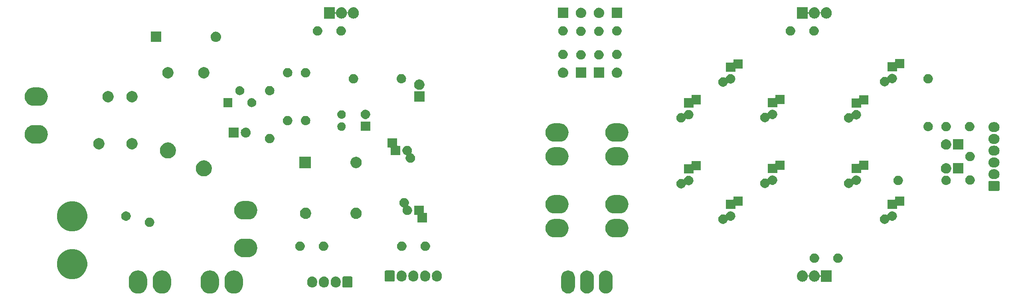
<source format=gbr>
G04 #@! TF.GenerationSoftware,KiCad,Pcbnew,5.0.1-33cea8e~68~ubuntu16.04.1*
G04 #@! TF.CreationDate,2018-10-23T23:14:49+02:00*
G04 #@! TF.ProjectId,mixersupply,6D69786572737570706C792E6B696361,1*
G04 #@! TF.SameCoordinates,Original*
G04 #@! TF.FileFunction,Soldermask,Top*
G04 #@! TF.FilePolarity,Negative*
%FSLAX46Y46*%
G04 Gerber Fmt 4.6, Leading zero omitted, Abs format (unit mm)*
G04 Created by KiCad (PCBNEW 5.0.1-33cea8e~68~ubuntu16.04.1) date Di 23 Okt 2018 23:14:49 CEST*
%MOMM*%
%LPD*%
G01*
G04 APERTURE LIST*
%ADD10C,0.100000*%
G04 APERTURE END LIST*
D10*
G36*
X42292262Y-76318214D02*
X42292265Y-76318215D01*
X42292266Y-76318215D01*
X42659842Y-76429718D01*
X42998604Y-76610789D01*
X43295530Y-76854470D01*
X43539211Y-77151396D01*
X43720282Y-77490157D01*
X43814525Y-77800834D01*
X43831786Y-77857737D01*
X43860000Y-78144201D01*
X43860000Y-79335798D01*
X43831786Y-79622262D01*
X43831785Y-79622265D01*
X43831785Y-79622266D01*
X43720282Y-79989843D01*
X43539211Y-80328604D01*
X43295530Y-80625530D01*
X42998604Y-80869211D01*
X42659843Y-81050282D01*
X42292267Y-81161785D01*
X42292266Y-81161785D01*
X42292263Y-81161786D01*
X41910000Y-81199435D01*
X41527738Y-81161786D01*
X41527735Y-81161785D01*
X41527734Y-81161785D01*
X41160158Y-81050282D01*
X40821397Y-80869211D01*
X40524471Y-80625530D01*
X40280790Y-80328604D01*
X40099718Y-79989843D01*
X39988215Y-79622267D01*
X39988215Y-79622266D01*
X39988214Y-79622263D01*
X39960000Y-79335799D01*
X39960000Y-78144202D01*
X39988214Y-77857738D01*
X39988215Y-77857734D01*
X40099718Y-77490158D01*
X40280789Y-77151396D01*
X40524470Y-76854470D01*
X40821396Y-76610789D01*
X41160157Y-76429718D01*
X41527733Y-76318215D01*
X41527734Y-76318215D01*
X41527737Y-76318214D01*
X41910000Y-76280565D01*
X42292262Y-76318214D01*
X42292262Y-76318214D01*
G37*
G36*
X47372262Y-76318214D02*
X47372265Y-76318215D01*
X47372266Y-76318215D01*
X47739842Y-76429718D01*
X48078604Y-76610789D01*
X48375530Y-76854470D01*
X48619211Y-77151396D01*
X48800282Y-77490157D01*
X48894525Y-77800834D01*
X48911786Y-77857737D01*
X48940000Y-78144201D01*
X48940000Y-79335798D01*
X48911786Y-79622262D01*
X48911785Y-79622265D01*
X48911785Y-79622266D01*
X48800282Y-79989843D01*
X48619211Y-80328604D01*
X48375530Y-80625530D01*
X48078604Y-80869211D01*
X47739843Y-81050282D01*
X47372267Y-81161785D01*
X47372266Y-81161785D01*
X47372263Y-81161786D01*
X46990000Y-81199435D01*
X46607738Y-81161786D01*
X46607735Y-81161785D01*
X46607734Y-81161785D01*
X46240158Y-81050282D01*
X45901397Y-80869211D01*
X45604471Y-80625530D01*
X45360790Y-80328604D01*
X45179718Y-79989843D01*
X45068215Y-79622267D01*
X45068215Y-79622266D01*
X45068214Y-79622263D01*
X45040000Y-79335799D01*
X45040000Y-78144202D01*
X45068214Y-77857738D01*
X45068215Y-77857734D01*
X45179718Y-77490158D01*
X45360789Y-77151396D01*
X45604470Y-76854470D01*
X45901396Y-76610789D01*
X46240157Y-76429718D01*
X46607733Y-76318215D01*
X46607734Y-76318215D01*
X46607737Y-76318214D01*
X46990000Y-76280565D01*
X47372262Y-76318214D01*
X47372262Y-76318214D01*
G37*
G36*
X62612262Y-76318214D02*
X62612265Y-76318215D01*
X62612266Y-76318215D01*
X62979842Y-76429718D01*
X63318604Y-76610789D01*
X63615530Y-76854470D01*
X63859211Y-77151396D01*
X64040282Y-77490157D01*
X64134525Y-77800834D01*
X64151786Y-77857737D01*
X64180000Y-78144201D01*
X64180000Y-79335798D01*
X64151786Y-79622262D01*
X64151785Y-79622265D01*
X64151785Y-79622266D01*
X64040282Y-79989843D01*
X63859211Y-80328604D01*
X63615530Y-80625530D01*
X63318604Y-80869211D01*
X62979843Y-81050282D01*
X62612267Y-81161785D01*
X62612266Y-81161785D01*
X62612263Y-81161786D01*
X62230000Y-81199435D01*
X61847738Y-81161786D01*
X61847735Y-81161785D01*
X61847734Y-81161785D01*
X61480158Y-81050282D01*
X61141397Y-80869211D01*
X60844471Y-80625530D01*
X60600790Y-80328604D01*
X60419718Y-79989843D01*
X60308215Y-79622267D01*
X60308215Y-79622266D01*
X60308214Y-79622263D01*
X60280000Y-79335799D01*
X60280000Y-78144202D01*
X60308214Y-77857738D01*
X60308215Y-77857734D01*
X60419718Y-77490158D01*
X60600789Y-77151396D01*
X60844470Y-76854470D01*
X61141396Y-76610789D01*
X61480157Y-76429718D01*
X61847733Y-76318215D01*
X61847734Y-76318215D01*
X61847737Y-76318214D01*
X62230000Y-76280565D01*
X62612262Y-76318214D01*
X62612262Y-76318214D01*
G37*
G36*
X57532262Y-76318214D02*
X57532265Y-76318215D01*
X57532266Y-76318215D01*
X57899842Y-76429718D01*
X58238604Y-76610789D01*
X58535530Y-76854470D01*
X58779211Y-77151396D01*
X58960282Y-77490157D01*
X59054525Y-77800834D01*
X59071786Y-77857737D01*
X59100000Y-78144201D01*
X59100000Y-79335798D01*
X59071786Y-79622262D01*
X59071785Y-79622265D01*
X59071785Y-79622266D01*
X58960282Y-79989843D01*
X58779211Y-80328604D01*
X58535530Y-80625530D01*
X58238604Y-80869211D01*
X57899843Y-81050282D01*
X57532267Y-81161785D01*
X57532266Y-81161785D01*
X57532263Y-81161786D01*
X57150000Y-81199435D01*
X56767738Y-81161786D01*
X56767735Y-81161785D01*
X56767734Y-81161785D01*
X56400158Y-81050282D01*
X56061397Y-80869211D01*
X55764471Y-80625530D01*
X55520790Y-80328604D01*
X55339718Y-79989843D01*
X55228215Y-79622267D01*
X55228215Y-79622266D01*
X55228214Y-79622263D01*
X55200000Y-79335799D01*
X55200000Y-78144202D01*
X55228214Y-77857738D01*
X55228215Y-77857734D01*
X55339718Y-77490158D01*
X55520789Y-77151396D01*
X55764470Y-76854470D01*
X56061396Y-76610789D01*
X56400157Y-76429718D01*
X56767733Y-76318215D01*
X56767734Y-76318215D01*
X56767737Y-76318214D01*
X57150000Y-76280565D01*
X57532262Y-76318214D01*
X57532262Y-76318214D01*
G37*
G36*
X141444249Y-76310981D02*
X141717575Y-76393894D01*
X141969473Y-76528536D01*
X141969474Y-76528537D01*
X141969476Y-76528538D01*
X142190265Y-76709735D01*
X142309046Y-76854470D01*
X142371464Y-76930526D01*
X142506106Y-77182424D01*
X142589019Y-77455750D01*
X142610000Y-77668775D01*
X142610000Y-79811225D01*
X142589019Y-80024250D01*
X142506106Y-80297576D01*
X142371464Y-80549474D01*
X142190265Y-80770265D01*
X141969474Y-80951464D01*
X141717576Y-81086106D01*
X141444250Y-81169019D01*
X141160000Y-81197015D01*
X140875751Y-81169019D01*
X140602425Y-81086106D01*
X140350527Y-80951464D01*
X140129736Y-80770265D01*
X139948537Y-80549474D01*
X139813895Y-80297576D01*
X139730982Y-80024250D01*
X139710001Y-79811225D01*
X139710000Y-77668776D01*
X139710559Y-77663105D01*
X139719323Y-77574114D01*
X139730981Y-77455751D01*
X139813894Y-77182425D01*
X139948536Y-76930527D01*
X139948538Y-76930524D01*
X140129735Y-76709735D01*
X140350524Y-76528538D01*
X140350526Y-76528536D01*
X140602424Y-76393894D01*
X140875750Y-76310981D01*
X141160000Y-76282985D01*
X141444249Y-76310981D01*
X141444249Y-76310981D01*
G37*
G36*
X133444249Y-76310981D02*
X133717575Y-76393894D01*
X133969473Y-76528536D01*
X133969474Y-76528537D01*
X133969476Y-76528538D01*
X134190265Y-76709735D01*
X134309046Y-76854470D01*
X134371464Y-76930526D01*
X134506106Y-77182424D01*
X134589019Y-77455750D01*
X134610000Y-77668775D01*
X134610000Y-79811225D01*
X134589019Y-80024250D01*
X134506106Y-80297576D01*
X134371464Y-80549474D01*
X134190265Y-80770265D01*
X133969474Y-80951464D01*
X133717576Y-81086106D01*
X133444250Y-81169019D01*
X133160000Y-81197015D01*
X132875751Y-81169019D01*
X132602425Y-81086106D01*
X132350527Y-80951464D01*
X132129736Y-80770265D01*
X131948537Y-80549474D01*
X131813895Y-80297576D01*
X131730982Y-80024250D01*
X131710001Y-79811225D01*
X131710000Y-77668776D01*
X131710559Y-77663105D01*
X131719323Y-77574114D01*
X131730981Y-77455751D01*
X131813894Y-77182425D01*
X131948536Y-76930527D01*
X131948538Y-76930524D01*
X132129735Y-76709735D01*
X132350524Y-76528538D01*
X132350526Y-76528536D01*
X132602424Y-76393894D01*
X132875750Y-76310981D01*
X133160000Y-76282985D01*
X133444249Y-76310981D01*
X133444249Y-76310981D01*
G37*
G36*
X137444249Y-76310981D02*
X137717575Y-76393894D01*
X137969473Y-76528536D01*
X137969474Y-76528537D01*
X137969476Y-76528538D01*
X138190265Y-76709735D01*
X138309046Y-76854470D01*
X138371464Y-76930526D01*
X138506106Y-77182424D01*
X138589019Y-77455750D01*
X138610000Y-77668775D01*
X138610000Y-79811225D01*
X138589019Y-80024250D01*
X138506106Y-80297576D01*
X138371464Y-80549474D01*
X138190265Y-80770265D01*
X137969474Y-80951464D01*
X137717576Y-81086106D01*
X137444250Y-81169019D01*
X137160000Y-81197015D01*
X136875751Y-81169019D01*
X136602425Y-81086106D01*
X136350527Y-80951464D01*
X136129736Y-80770265D01*
X135948537Y-80549474D01*
X135813895Y-80297576D01*
X135730982Y-80024250D01*
X135710001Y-79811225D01*
X135710000Y-77668776D01*
X135710559Y-77663105D01*
X135719323Y-77574114D01*
X135730981Y-77455751D01*
X135813894Y-77182425D01*
X135948536Y-76930527D01*
X135948538Y-76930524D01*
X136129735Y-76709735D01*
X136350524Y-76528538D01*
X136350526Y-76528536D01*
X136602424Y-76393894D01*
X136875750Y-76310981D01*
X137160000Y-76282985D01*
X137444249Y-76310981D01*
X137444249Y-76310981D01*
G37*
G36*
X81565836Y-77580193D02*
X81687324Y-77617046D01*
X81763763Y-77640233D01*
X81946172Y-77737733D01*
X82092391Y-77857733D01*
X82106054Y-77868946D01*
X82237267Y-78028829D01*
X82298935Y-78144202D01*
X82334767Y-78211238D01*
X82334767Y-78211239D01*
X82394807Y-78409165D01*
X82410000Y-78563423D01*
X82410000Y-78916578D01*
X82394807Y-79070836D01*
X82354780Y-79202787D01*
X82334767Y-79268763D01*
X82237267Y-79451172D01*
X82110056Y-79606177D01*
X82106054Y-79611054D01*
X81946171Y-79742267D01*
X81878200Y-79778598D01*
X81763762Y-79839767D01*
X81730146Y-79849964D01*
X81565835Y-79899807D01*
X81360000Y-79920080D01*
X81154164Y-79899807D01*
X80989853Y-79849964D01*
X80956237Y-79839767D01*
X80773828Y-79742267D01*
X80613946Y-79611054D01*
X80609944Y-79606177D01*
X80482733Y-79451171D01*
X80385234Y-79268763D01*
X80385233Y-79268762D01*
X80365220Y-79202786D01*
X80325193Y-79070835D01*
X80310000Y-78916577D01*
X80310000Y-78563422D01*
X80325193Y-78409164D01*
X80365220Y-78277213D01*
X80385233Y-78211237D01*
X80482732Y-78028831D01*
X80482733Y-78028829D01*
X80613947Y-77868946D01*
X80613949Y-77868944D01*
X80773829Y-77737733D01*
X80956238Y-77640233D01*
X81032677Y-77617046D01*
X81154165Y-77580193D01*
X81360000Y-77559920D01*
X81565836Y-77580193D01*
X81565836Y-77580193D01*
G37*
G36*
X84065836Y-77580193D02*
X84187324Y-77617046D01*
X84263763Y-77640233D01*
X84446172Y-77737733D01*
X84592391Y-77857733D01*
X84606054Y-77868946D01*
X84737267Y-78028829D01*
X84798935Y-78144202D01*
X84834767Y-78211238D01*
X84834767Y-78211239D01*
X84894807Y-78409165D01*
X84910000Y-78563423D01*
X84910000Y-78916578D01*
X84894807Y-79070836D01*
X84854780Y-79202787D01*
X84834767Y-79268763D01*
X84737267Y-79451172D01*
X84610056Y-79606177D01*
X84606054Y-79611054D01*
X84446171Y-79742267D01*
X84378200Y-79778598D01*
X84263762Y-79839767D01*
X84230146Y-79849964D01*
X84065835Y-79899807D01*
X83860000Y-79920080D01*
X83654164Y-79899807D01*
X83489853Y-79849964D01*
X83456237Y-79839767D01*
X83273828Y-79742267D01*
X83113946Y-79611054D01*
X83109944Y-79606177D01*
X82982733Y-79451171D01*
X82885234Y-79268763D01*
X82885233Y-79268762D01*
X82865220Y-79202786D01*
X82825193Y-79070835D01*
X82810000Y-78916577D01*
X82810000Y-78563422D01*
X82825193Y-78409164D01*
X82865220Y-78277213D01*
X82885233Y-78211237D01*
X82982732Y-78028831D01*
X82982733Y-78028829D01*
X83113947Y-77868946D01*
X83113949Y-77868944D01*
X83273829Y-77737733D01*
X83456238Y-77640233D01*
X83532677Y-77617046D01*
X83654165Y-77580193D01*
X83860000Y-77559920D01*
X84065836Y-77580193D01*
X84065836Y-77580193D01*
G37*
G36*
X79065836Y-77580193D02*
X79187324Y-77617046D01*
X79263763Y-77640233D01*
X79446172Y-77737733D01*
X79592391Y-77857733D01*
X79606054Y-77868946D01*
X79737267Y-78028829D01*
X79798935Y-78144202D01*
X79834767Y-78211238D01*
X79834767Y-78211239D01*
X79894807Y-78409165D01*
X79910000Y-78563423D01*
X79910000Y-78916578D01*
X79894807Y-79070836D01*
X79854780Y-79202787D01*
X79834767Y-79268763D01*
X79737267Y-79451172D01*
X79610056Y-79606177D01*
X79606054Y-79611054D01*
X79446171Y-79742267D01*
X79378200Y-79778598D01*
X79263762Y-79839767D01*
X79230146Y-79849964D01*
X79065835Y-79899807D01*
X78860000Y-79920080D01*
X78654164Y-79899807D01*
X78489853Y-79849964D01*
X78456237Y-79839767D01*
X78273828Y-79742267D01*
X78113946Y-79611054D01*
X78109944Y-79606177D01*
X77982733Y-79451171D01*
X77885234Y-79268763D01*
X77885233Y-79268762D01*
X77865220Y-79202786D01*
X77825193Y-79070835D01*
X77810000Y-78916577D01*
X77810000Y-78563422D01*
X77825193Y-78409164D01*
X77865220Y-78277213D01*
X77885233Y-78211237D01*
X77982732Y-78028831D01*
X77982733Y-78028829D01*
X78113947Y-77868946D01*
X78113949Y-77868944D01*
X78273829Y-77737733D01*
X78456238Y-77640233D01*
X78532677Y-77617046D01*
X78654165Y-77580193D01*
X78860000Y-77559920D01*
X79065836Y-77580193D01*
X79065836Y-77580193D01*
G37*
G36*
X87232325Y-77569831D02*
X87273598Y-77582351D01*
X87311629Y-77602679D01*
X87344964Y-77630036D01*
X87372321Y-77663371D01*
X87392649Y-77701402D01*
X87405169Y-77742675D01*
X87410000Y-77791726D01*
X87410000Y-79688274D01*
X87405169Y-79737325D01*
X87392649Y-79778598D01*
X87372321Y-79816629D01*
X87344964Y-79849964D01*
X87311629Y-79877321D01*
X87273598Y-79897649D01*
X87232325Y-79910169D01*
X87183274Y-79915000D01*
X85536726Y-79915000D01*
X85487675Y-79910169D01*
X85446402Y-79897649D01*
X85408371Y-79877321D01*
X85375036Y-79849964D01*
X85347679Y-79816629D01*
X85327351Y-79778598D01*
X85314831Y-79737325D01*
X85310000Y-79688274D01*
X85310000Y-77791726D01*
X85314831Y-77742675D01*
X85327351Y-77701402D01*
X85347679Y-77663371D01*
X85375036Y-77630036D01*
X85408371Y-77602679D01*
X85446402Y-77582351D01*
X85487675Y-77569831D01*
X85536726Y-77565000D01*
X87183274Y-77565000D01*
X87232325Y-77569831D01*
X87232325Y-77569831D01*
G37*
G36*
X185645929Y-76286676D02*
X185689295Y-76299831D01*
X185863177Y-76352577D01*
X186063395Y-76459596D01*
X186238881Y-76603613D01*
X186325972Y-76709735D01*
X186382905Y-76779108D01*
X186382906Y-76779110D01*
X186489923Y-76979324D01*
X186489923Y-76979325D01*
X186555824Y-77196571D01*
X186555824Y-77196573D01*
X186558102Y-77219702D01*
X186562883Y-77243736D01*
X186572260Y-77266375D01*
X186585874Y-77286749D01*
X186603201Y-77304076D01*
X186623576Y-77317690D01*
X186646215Y-77327068D01*
X186670248Y-77331848D01*
X186694752Y-77331848D01*
X186718786Y-77327067D01*
X186741425Y-77317690D01*
X186761799Y-77304076D01*
X186779126Y-77286749D01*
X186792740Y-77266374D01*
X186802118Y-77243735D01*
X186807500Y-77207450D01*
X186807500Y-76270000D01*
X189112500Y-76270000D01*
X189112500Y-78670000D01*
X186807500Y-78670000D01*
X186807500Y-77732551D01*
X186805098Y-77708165D01*
X186797985Y-77684716D01*
X186786434Y-77663105D01*
X186770888Y-77644163D01*
X186751946Y-77628617D01*
X186730335Y-77617066D01*
X186706886Y-77609953D01*
X186682500Y-77607551D01*
X186658114Y-77609953D01*
X186634665Y-77617066D01*
X186613054Y-77628617D01*
X186594112Y-77644163D01*
X186578566Y-77663105D01*
X186567015Y-77684716D01*
X186558102Y-77720298D01*
X186555824Y-77743429D01*
X186541173Y-77791726D01*
X186489923Y-77960677D01*
X186382904Y-78160895D01*
X186238887Y-78336381D01*
X186150198Y-78409165D01*
X186063392Y-78480405D01*
X186063390Y-78480406D01*
X185863176Y-78587423D01*
X185797580Y-78607321D01*
X185645928Y-78653324D01*
X185420000Y-78675576D01*
X185194071Y-78653324D01*
X185042419Y-78607321D01*
X184976823Y-78587423D01*
X184776605Y-78480404D01*
X184601119Y-78336387D01*
X184473736Y-78181169D01*
X184457095Y-78160892D01*
X184374852Y-78007026D01*
X184350077Y-77960676D01*
X184305455Y-77813575D01*
X184284176Y-77743428D01*
X184274398Y-77644151D01*
X184269617Y-77620117D01*
X184260240Y-77597478D01*
X184246626Y-77577104D01*
X184229299Y-77559777D01*
X184208924Y-77546163D01*
X184186285Y-77536785D01*
X184162252Y-77532005D01*
X184137748Y-77532005D01*
X184113714Y-77536786D01*
X184091075Y-77546163D01*
X184070701Y-77559777D01*
X184053374Y-77577104D01*
X184039760Y-77597479D01*
X184030382Y-77620118D01*
X184025602Y-77644151D01*
X184015824Y-77743429D01*
X184001173Y-77791726D01*
X183949923Y-77960677D01*
X183842904Y-78160895D01*
X183698887Y-78336381D01*
X183610198Y-78409165D01*
X183523392Y-78480405D01*
X183523390Y-78480406D01*
X183323176Y-78587423D01*
X183257580Y-78607321D01*
X183105928Y-78653324D01*
X182880000Y-78675576D01*
X182654071Y-78653324D01*
X182502419Y-78607321D01*
X182436823Y-78587423D01*
X182236605Y-78480404D01*
X182061119Y-78336387D01*
X181933736Y-78181169D01*
X181917095Y-78160892D01*
X181834852Y-78007026D01*
X181810077Y-77960676D01*
X181765455Y-77813575D01*
X181744176Y-77743428D01*
X181731730Y-77617066D01*
X181727500Y-77574115D01*
X181727500Y-77365884D01*
X181744176Y-77196572D01*
X181748468Y-77182424D01*
X181777127Y-77087947D01*
X181810077Y-76979323D01*
X181876813Y-76854470D01*
X181917095Y-76779107D01*
X181974027Y-76709736D01*
X182061117Y-76603616D01*
X182236606Y-76459596D01*
X182436824Y-76352577D01*
X182610706Y-76299831D01*
X182654072Y-76286676D01*
X182880000Y-76264424D01*
X183105929Y-76286676D01*
X183149295Y-76299831D01*
X183323177Y-76352577D01*
X183523395Y-76459596D01*
X183698881Y-76603613D01*
X183785972Y-76709735D01*
X183842905Y-76779108D01*
X183842906Y-76779110D01*
X183949923Y-76979324D01*
X183949923Y-76979325D01*
X184015824Y-77196571D01*
X184015824Y-77196573D01*
X184025602Y-77295849D01*
X184030383Y-77319883D01*
X184039760Y-77342522D01*
X184053374Y-77362896D01*
X184070701Y-77380223D01*
X184091076Y-77393837D01*
X184113715Y-77403215D01*
X184137748Y-77407995D01*
X184162252Y-77407995D01*
X184186286Y-77403214D01*
X184208925Y-77393837D01*
X184229299Y-77380223D01*
X184246626Y-77362896D01*
X184260240Y-77342521D01*
X184269618Y-77319882D01*
X184274398Y-77295849D01*
X184284176Y-77196572D01*
X184288468Y-77182424D01*
X184317127Y-77087947D01*
X184350077Y-76979323D01*
X184416813Y-76854470D01*
X184457095Y-76779107D01*
X184514027Y-76709736D01*
X184601117Y-76603616D01*
X184776606Y-76459596D01*
X184976824Y-76352577D01*
X185150706Y-76299831D01*
X185194072Y-76286676D01*
X185420000Y-76264424D01*
X185645929Y-76286676D01*
X185645929Y-76286676D01*
G37*
G36*
X103035835Y-76310193D02*
X103157323Y-76347046D01*
X103233762Y-76370233D01*
X103278028Y-76393894D01*
X103416171Y-76467733D01*
X103508584Y-76543575D01*
X103576054Y-76598946D01*
X103707267Y-76758828D01*
X103804767Y-76941237D01*
X103813456Y-76969881D01*
X103864807Y-77139164D01*
X103880000Y-77293422D01*
X103880000Y-77646577D01*
X103864807Y-77800835D01*
X103844146Y-77868944D01*
X103804767Y-77998762D01*
X103770805Y-78062300D01*
X103707267Y-78181171D01*
X103580056Y-78336177D01*
X103576054Y-78341054D01*
X103416172Y-78472267D01*
X103233763Y-78569767D01*
X103200147Y-78579964D01*
X103035836Y-78629807D01*
X102830000Y-78650080D01*
X102624165Y-78629807D01*
X102459854Y-78579964D01*
X102426238Y-78569767D01*
X102243829Y-78472267D01*
X102083949Y-78341056D01*
X102079945Y-78336177D01*
X101952733Y-78181171D01*
X101859650Y-78007026D01*
X101855233Y-77998763D01*
X101835220Y-77932787D01*
X101795193Y-77800836D01*
X101780000Y-77646578D01*
X101780000Y-77293423D01*
X101795193Y-77139165D01*
X101843680Y-76979323D01*
X101855233Y-76941238D01*
X101941894Y-76779108D01*
X101952733Y-76758829D01*
X102083946Y-76598946D01*
X102243828Y-76467733D01*
X102426237Y-76370233D01*
X102502676Y-76347046D01*
X102624164Y-76310193D01*
X102830000Y-76289920D01*
X103035835Y-76310193D01*
X103035835Y-76310193D01*
G37*
G36*
X105535835Y-76310193D02*
X105657323Y-76347046D01*
X105733762Y-76370233D01*
X105778028Y-76393894D01*
X105916171Y-76467733D01*
X106008584Y-76543575D01*
X106076054Y-76598946D01*
X106207267Y-76758828D01*
X106304767Y-76941237D01*
X106313456Y-76969881D01*
X106364807Y-77139164D01*
X106380000Y-77293422D01*
X106380000Y-77646577D01*
X106364807Y-77800835D01*
X106344146Y-77868944D01*
X106304767Y-77998762D01*
X106270805Y-78062300D01*
X106207267Y-78181171D01*
X106080056Y-78336177D01*
X106076054Y-78341054D01*
X105916172Y-78472267D01*
X105733763Y-78569767D01*
X105700147Y-78579964D01*
X105535836Y-78629807D01*
X105330000Y-78650080D01*
X105124165Y-78629807D01*
X104959854Y-78579964D01*
X104926238Y-78569767D01*
X104743829Y-78472267D01*
X104583949Y-78341056D01*
X104579945Y-78336177D01*
X104452733Y-78181171D01*
X104359650Y-78007026D01*
X104355233Y-77998763D01*
X104335220Y-77932787D01*
X104295193Y-77800836D01*
X104280000Y-77646578D01*
X104280000Y-77293423D01*
X104295193Y-77139165D01*
X104343680Y-76979323D01*
X104355233Y-76941238D01*
X104441894Y-76779108D01*
X104452733Y-76758829D01*
X104583946Y-76598946D01*
X104743828Y-76467733D01*
X104926237Y-76370233D01*
X105002676Y-76347046D01*
X105124164Y-76310193D01*
X105330000Y-76289920D01*
X105535835Y-76310193D01*
X105535835Y-76310193D01*
G37*
G36*
X100535835Y-76310193D02*
X100657323Y-76347046D01*
X100733762Y-76370233D01*
X100778028Y-76393894D01*
X100916171Y-76467733D01*
X101008584Y-76543575D01*
X101076054Y-76598946D01*
X101207267Y-76758828D01*
X101304767Y-76941237D01*
X101313456Y-76969881D01*
X101364807Y-77139164D01*
X101380000Y-77293422D01*
X101380000Y-77646577D01*
X101364807Y-77800835D01*
X101344146Y-77868944D01*
X101304767Y-77998762D01*
X101270805Y-78062300D01*
X101207267Y-78181171D01*
X101080056Y-78336177D01*
X101076054Y-78341054D01*
X100916172Y-78472267D01*
X100733763Y-78569767D01*
X100700147Y-78579964D01*
X100535836Y-78629807D01*
X100330000Y-78650080D01*
X100124165Y-78629807D01*
X99959854Y-78579964D01*
X99926238Y-78569767D01*
X99743829Y-78472267D01*
X99583949Y-78341056D01*
X99579945Y-78336177D01*
X99452733Y-78181171D01*
X99359650Y-78007026D01*
X99355233Y-77998763D01*
X99335220Y-77932787D01*
X99295193Y-77800836D01*
X99280000Y-77646578D01*
X99280000Y-77293423D01*
X99295193Y-77139165D01*
X99343680Y-76979323D01*
X99355233Y-76941238D01*
X99441894Y-76779108D01*
X99452733Y-76758829D01*
X99583946Y-76598946D01*
X99743828Y-76467733D01*
X99926237Y-76370233D01*
X100002676Y-76347046D01*
X100124164Y-76310193D01*
X100330000Y-76289920D01*
X100535835Y-76310193D01*
X100535835Y-76310193D01*
G37*
G36*
X98035835Y-76310193D02*
X98157323Y-76347046D01*
X98233762Y-76370233D01*
X98278028Y-76393894D01*
X98416171Y-76467733D01*
X98508584Y-76543575D01*
X98576054Y-76598946D01*
X98707267Y-76758828D01*
X98804767Y-76941237D01*
X98813456Y-76969881D01*
X98864807Y-77139164D01*
X98880000Y-77293422D01*
X98880000Y-77646577D01*
X98864807Y-77800835D01*
X98844146Y-77868944D01*
X98804767Y-77998762D01*
X98770805Y-78062300D01*
X98707267Y-78181171D01*
X98580056Y-78336177D01*
X98576054Y-78341054D01*
X98416172Y-78472267D01*
X98233763Y-78569767D01*
X98200147Y-78579964D01*
X98035836Y-78629807D01*
X97830000Y-78650080D01*
X97624165Y-78629807D01*
X97459854Y-78579964D01*
X97426238Y-78569767D01*
X97243829Y-78472267D01*
X97083949Y-78341056D01*
X97079945Y-78336177D01*
X96952733Y-78181171D01*
X96859650Y-78007026D01*
X96855233Y-77998763D01*
X96835220Y-77932787D01*
X96795193Y-77800836D01*
X96780000Y-77646578D01*
X96780000Y-77293423D01*
X96795193Y-77139165D01*
X96843680Y-76979323D01*
X96855233Y-76941238D01*
X96941894Y-76779108D01*
X96952733Y-76758829D01*
X97083946Y-76598946D01*
X97243828Y-76467733D01*
X97426237Y-76370233D01*
X97502676Y-76347046D01*
X97624164Y-76310193D01*
X97830000Y-76289920D01*
X98035835Y-76310193D01*
X98035835Y-76310193D01*
G37*
G36*
X96202325Y-76299831D02*
X96243598Y-76312351D01*
X96281629Y-76332679D01*
X96314964Y-76360036D01*
X96342321Y-76393371D01*
X96362649Y-76431402D01*
X96375169Y-76472675D01*
X96380000Y-76521726D01*
X96380000Y-78418274D01*
X96375169Y-78467325D01*
X96362649Y-78508598D01*
X96342321Y-78546629D01*
X96314964Y-78579964D01*
X96281629Y-78607321D01*
X96243598Y-78627649D01*
X96202325Y-78640169D01*
X96153274Y-78645000D01*
X94506726Y-78645000D01*
X94457675Y-78640169D01*
X94416402Y-78627649D01*
X94378371Y-78607321D01*
X94345036Y-78579964D01*
X94317679Y-78546629D01*
X94297351Y-78508598D01*
X94284831Y-78467325D01*
X94280000Y-78418274D01*
X94280000Y-76521726D01*
X94284831Y-76472675D01*
X94297351Y-76431402D01*
X94317679Y-76393371D01*
X94345036Y-76360036D01*
X94378371Y-76332679D01*
X94416402Y-76312351D01*
X94457675Y-76299831D01*
X94506726Y-76295000D01*
X96153274Y-76295000D01*
X96202325Y-76299831D01*
X96202325Y-76299831D01*
G37*
G36*
X28873405Y-71852974D02*
X29455767Y-72094196D01*
X29979884Y-72444400D01*
X30425600Y-72890116D01*
X30775804Y-73414233D01*
X31017026Y-73996595D01*
X31140000Y-74614826D01*
X31140000Y-75245174D01*
X31017026Y-75863405D01*
X30775804Y-76445767D01*
X30425600Y-76969884D01*
X29979884Y-77415600D01*
X29455767Y-77765804D01*
X28873405Y-78007026D01*
X28255174Y-78130000D01*
X27624826Y-78130000D01*
X27006595Y-78007026D01*
X26424233Y-77765804D01*
X25900116Y-77415600D01*
X25454400Y-76969884D01*
X25104196Y-76445767D01*
X24862974Y-75863405D01*
X24740000Y-75245174D01*
X24740000Y-74614826D01*
X24862974Y-73996595D01*
X25104196Y-73414233D01*
X25454400Y-72890116D01*
X25900116Y-72444400D01*
X26424233Y-72094196D01*
X27006595Y-71852974D01*
X27624826Y-71730000D01*
X28255174Y-71730000D01*
X28873405Y-71852974D01*
X28873405Y-71852974D01*
G37*
G36*
X190595770Y-72675372D02*
X190711689Y-72698429D01*
X190893678Y-72773811D01*
X191057463Y-72883249D01*
X191196751Y-73022537D01*
X191306189Y-73186322D01*
X191381571Y-73368311D01*
X191420000Y-73561509D01*
X191420000Y-73758491D01*
X191381571Y-73951689D01*
X191306189Y-74133678D01*
X191196751Y-74297463D01*
X191057463Y-74436751D01*
X190893678Y-74546189D01*
X190711689Y-74621571D01*
X190595770Y-74644628D01*
X190518493Y-74660000D01*
X190321507Y-74660000D01*
X190244230Y-74644628D01*
X190128311Y-74621571D01*
X189946322Y-74546189D01*
X189782537Y-74436751D01*
X189643249Y-74297463D01*
X189533811Y-74133678D01*
X189458429Y-73951689D01*
X189420000Y-73758491D01*
X189420000Y-73561509D01*
X189458429Y-73368311D01*
X189533811Y-73186322D01*
X189643249Y-73022537D01*
X189782537Y-72883249D01*
X189946322Y-72773811D01*
X190128311Y-72698429D01*
X190244230Y-72675372D01*
X190321507Y-72660000D01*
X190518493Y-72660000D01*
X190595770Y-72675372D01*
X190595770Y-72675372D01*
G37*
G36*
X185595770Y-72675372D02*
X185711689Y-72698429D01*
X185893678Y-72773811D01*
X186057463Y-72883249D01*
X186196751Y-73022537D01*
X186306189Y-73186322D01*
X186381571Y-73368311D01*
X186420000Y-73561509D01*
X186420000Y-73758491D01*
X186381571Y-73951689D01*
X186306189Y-74133678D01*
X186196751Y-74297463D01*
X186057463Y-74436751D01*
X185893678Y-74546189D01*
X185711689Y-74621571D01*
X185595770Y-74644628D01*
X185518493Y-74660000D01*
X185321507Y-74660000D01*
X185244230Y-74644628D01*
X185128311Y-74621571D01*
X184946322Y-74546189D01*
X184782537Y-74436751D01*
X184643249Y-74297463D01*
X184533811Y-74133678D01*
X184458429Y-73951689D01*
X184420000Y-73758491D01*
X184420000Y-73561509D01*
X184458429Y-73368311D01*
X184533811Y-73186322D01*
X184643249Y-73022537D01*
X184782537Y-72883249D01*
X184946322Y-72773811D01*
X185128311Y-72698429D01*
X185244230Y-72675372D01*
X185321507Y-72660000D01*
X185518493Y-72660000D01*
X185595770Y-72675372D01*
X185595770Y-72675372D01*
G37*
G36*
X65652263Y-69578214D02*
X65652266Y-69578215D01*
X65652267Y-69578215D01*
X66019843Y-69689718D01*
X66358604Y-69870789D01*
X66655530Y-70114470D01*
X66899211Y-70411396D01*
X67080282Y-70750157D01*
X67191785Y-71117733D01*
X67191786Y-71117737D01*
X67229435Y-71500000D01*
X67191786Y-71882263D01*
X67191785Y-71882266D01*
X67191785Y-71882267D01*
X67080282Y-72249843D01*
X66899211Y-72588604D01*
X66655530Y-72885530D01*
X66358604Y-73129211D01*
X66019843Y-73310282D01*
X65652267Y-73421785D01*
X65652266Y-73421785D01*
X65652263Y-73421786D01*
X65365799Y-73450000D01*
X64174201Y-73450000D01*
X63887737Y-73421786D01*
X63887734Y-73421785D01*
X63887733Y-73421785D01*
X63520157Y-73310282D01*
X63181396Y-73129211D01*
X62884470Y-72885530D01*
X62640789Y-72588604D01*
X62459718Y-72249843D01*
X62348215Y-71882267D01*
X62348215Y-71882266D01*
X62348214Y-71882263D01*
X62310565Y-71500000D01*
X62348214Y-71117737D01*
X62348215Y-71117733D01*
X62459718Y-70750157D01*
X62640789Y-70411396D01*
X62884470Y-70114470D01*
X63181396Y-69870789D01*
X63520157Y-69689718D01*
X63887733Y-69578215D01*
X63887734Y-69578215D01*
X63887737Y-69578214D01*
X64174201Y-69550000D01*
X65365799Y-69550000D01*
X65652263Y-69578214D01*
X65652263Y-69578214D01*
G37*
G36*
X81455770Y-70135372D02*
X81571689Y-70158429D01*
X81753678Y-70233811D01*
X81917463Y-70343249D01*
X82056751Y-70482537D01*
X82166189Y-70646322D01*
X82241571Y-70828311D01*
X82280000Y-71021509D01*
X82280000Y-71218491D01*
X82241571Y-71411689D01*
X82166189Y-71593678D01*
X82056751Y-71757463D01*
X81917463Y-71896751D01*
X81753678Y-72006189D01*
X81571689Y-72081571D01*
X81455770Y-72104628D01*
X81378493Y-72120000D01*
X81181507Y-72120000D01*
X81104230Y-72104628D01*
X80988311Y-72081571D01*
X80806322Y-72006189D01*
X80642537Y-71896751D01*
X80503249Y-71757463D01*
X80393811Y-71593678D01*
X80318429Y-71411689D01*
X80280000Y-71218491D01*
X80280000Y-71021509D01*
X80318429Y-70828311D01*
X80393811Y-70646322D01*
X80503249Y-70482537D01*
X80642537Y-70343249D01*
X80806322Y-70233811D01*
X80988311Y-70158429D01*
X81104230Y-70135372D01*
X81181507Y-70120000D01*
X81378493Y-70120000D01*
X81455770Y-70135372D01*
X81455770Y-70135372D01*
G37*
G36*
X98045770Y-70135372D02*
X98161689Y-70158429D01*
X98343678Y-70233811D01*
X98507463Y-70343249D01*
X98646751Y-70482537D01*
X98756189Y-70646322D01*
X98831571Y-70828311D01*
X98870000Y-71021509D01*
X98870000Y-71218491D01*
X98831571Y-71411689D01*
X98756189Y-71593678D01*
X98646751Y-71757463D01*
X98507463Y-71896751D01*
X98343678Y-72006189D01*
X98161689Y-72081571D01*
X98045770Y-72104628D01*
X97968493Y-72120000D01*
X97771507Y-72120000D01*
X97694230Y-72104628D01*
X97578311Y-72081571D01*
X97396322Y-72006189D01*
X97232537Y-71896751D01*
X97093249Y-71757463D01*
X96983811Y-71593678D01*
X96908429Y-71411689D01*
X96870000Y-71218491D01*
X96870000Y-71021509D01*
X96908429Y-70828311D01*
X96983811Y-70646322D01*
X97093249Y-70482537D01*
X97232537Y-70343249D01*
X97396322Y-70233811D01*
X97578311Y-70158429D01*
X97694230Y-70135372D01*
X97771507Y-70120000D01*
X97968493Y-70120000D01*
X98045770Y-70135372D01*
X98045770Y-70135372D01*
G37*
G36*
X76455770Y-70135372D02*
X76571689Y-70158429D01*
X76753678Y-70233811D01*
X76917463Y-70343249D01*
X77056751Y-70482537D01*
X77166189Y-70646322D01*
X77241571Y-70828311D01*
X77280000Y-71021509D01*
X77280000Y-71218491D01*
X77241571Y-71411689D01*
X77166189Y-71593678D01*
X77056751Y-71757463D01*
X76917463Y-71896751D01*
X76753678Y-72006189D01*
X76571689Y-72081571D01*
X76455770Y-72104628D01*
X76378493Y-72120000D01*
X76181507Y-72120000D01*
X76104230Y-72104628D01*
X75988311Y-72081571D01*
X75806322Y-72006189D01*
X75642537Y-71896751D01*
X75503249Y-71757463D01*
X75393811Y-71593678D01*
X75318429Y-71411689D01*
X75280000Y-71218491D01*
X75280000Y-71021509D01*
X75318429Y-70828311D01*
X75393811Y-70646322D01*
X75503249Y-70482537D01*
X75642537Y-70343249D01*
X75806322Y-70233811D01*
X75988311Y-70158429D01*
X76104230Y-70135372D01*
X76181507Y-70120000D01*
X76378493Y-70120000D01*
X76455770Y-70135372D01*
X76455770Y-70135372D01*
G37*
G36*
X103045770Y-70135372D02*
X103161689Y-70158429D01*
X103343678Y-70233811D01*
X103507463Y-70343249D01*
X103646751Y-70482537D01*
X103756189Y-70646322D01*
X103831571Y-70828311D01*
X103870000Y-71021509D01*
X103870000Y-71218491D01*
X103831571Y-71411689D01*
X103756189Y-71593678D01*
X103646751Y-71757463D01*
X103507463Y-71896751D01*
X103343678Y-72006189D01*
X103161689Y-72081571D01*
X103045770Y-72104628D01*
X102968493Y-72120000D01*
X102771507Y-72120000D01*
X102694230Y-72104628D01*
X102578311Y-72081571D01*
X102396322Y-72006189D01*
X102232537Y-71896751D01*
X102093249Y-71757463D01*
X101983811Y-71593678D01*
X101908429Y-71411689D01*
X101870000Y-71218491D01*
X101870000Y-71021509D01*
X101908429Y-70828311D01*
X101983811Y-70646322D01*
X102093249Y-70482537D01*
X102232537Y-70343249D01*
X102396322Y-70233811D01*
X102578311Y-70158429D01*
X102694230Y-70135372D01*
X102771507Y-70120000D01*
X102968493Y-70120000D01*
X103045770Y-70135372D01*
X103045770Y-70135372D01*
G37*
G36*
X144392263Y-65388214D02*
X144392266Y-65388215D01*
X144392267Y-65388215D01*
X144759843Y-65499718D01*
X145098604Y-65680789D01*
X145395530Y-65924470D01*
X145639211Y-66221396D01*
X145820282Y-66560157D01*
X145931785Y-66927733D01*
X145931786Y-66927737D01*
X145969435Y-67310000D01*
X145931786Y-67692263D01*
X145931785Y-67692266D01*
X145931785Y-67692267D01*
X145820282Y-68059843D01*
X145639211Y-68398604D01*
X145395530Y-68695530D01*
X145098604Y-68939211D01*
X144759843Y-69120282D01*
X144392267Y-69231785D01*
X144392266Y-69231785D01*
X144392263Y-69231786D01*
X144105799Y-69260000D01*
X142914201Y-69260000D01*
X142627737Y-69231786D01*
X142627734Y-69231785D01*
X142627733Y-69231785D01*
X142260157Y-69120282D01*
X141921396Y-68939211D01*
X141624470Y-68695530D01*
X141380789Y-68398604D01*
X141199718Y-68059843D01*
X141088215Y-67692267D01*
X141088215Y-67692266D01*
X141088214Y-67692263D01*
X141050565Y-67310000D01*
X141088214Y-66927737D01*
X141088215Y-66927733D01*
X141199718Y-66560157D01*
X141380789Y-66221396D01*
X141624470Y-65924470D01*
X141921396Y-65680789D01*
X142260157Y-65499718D01*
X142627733Y-65388215D01*
X142627734Y-65388215D01*
X142627737Y-65388214D01*
X142914201Y-65360000D01*
X144105799Y-65360000D01*
X144392263Y-65388214D01*
X144392263Y-65388214D01*
G37*
G36*
X131692263Y-65388214D02*
X131692266Y-65388215D01*
X131692267Y-65388215D01*
X132059843Y-65499718D01*
X132398604Y-65680789D01*
X132695530Y-65924470D01*
X132939211Y-66221396D01*
X133120282Y-66560157D01*
X133231785Y-66927733D01*
X133231786Y-66927737D01*
X133269435Y-67310000D01*
X133231786Y-67692263D01*
X133231785Y-67692266D01*
X133231785Y-67692267D01*
X133120282Y-68059843D01*
X132939211Y-68398604D01*
X132695530Y-68695530D01*
X132398604Y-68939211D01*
X132059843Y-69120282D01*
X131692267Y-69231785D01*
X131692266Y-69231785D01*
X131692263Y-69231786D01*
X131405799Y-69260000D01*
X130214201Y-69260000D01*
X129927737Y-69231786D01*
X129927734Y-69231785D01*
X129927733Y-69231785D01*
X129560157Y-69120282D01*
X129221396Y-68939211D01*
X128924470Y-68695530D01*
X128680789Y-68398604D01*
X128499718Y-68059843D01*
X128388215Y-67692267D01*
X128388215Y-67692266D01*
X128388214Y-67692263D01*
X128350565Y-67310000D01*
X128388214Y-66927737D01*
X128388215Y-66927733D01*
X128499718Y-66560157D01*
X128680789Y-66221396D01*
X128924470Y-65924470D01*
X129221396Y-65680789D01*
X129560157Y-65499718D01*
X129927733Y-65388215D01*
X129927734Y-65388215D01*
X129927737Y-65388214D01*
X130214201Y-65360000D01*
X131405799Y-65360000D01*
X131692263Y-65388214D01*
X131692263Y-65388214D01*
G37*
G36*
X28873405Y-61692974D02*
X29455767Y-61934196D01*
X29979884Y-62284400D01*
X30425600Y-62730116D01*
X30775804Y-63254233D01*
X31017026Y-63836595D01*
X31140000Y-64454826D01*
X31140000Y-65085174D01*
X31017026Y-65703405D01*
X30775804Y-66285767D01*
X30425600Y-66809884D01*
X29979884Y-67255600D01*
X29455767Y-67605804D01*
X28873405Y-67847026D01*
X28255174Y-67970000D01*
X27624826Y-67970000D01*
X27006595Y-67847026D01*
X26424233Y-67605804D01*
X25900116Y-67255600D01*
X25454400Y-66809884D01*
X25104196Y-66285767D01*
X24862974Y-65703405D01*
X24740000Y-65085174D01*
X24740000Y-64454826D01*
X24862974Y-63836595D01*
X25104196Y-63254233D01*
X25454400Y-62730116D01*
X25900116Y-62284400D01*
X26424233Y-61934196D01*
X27006595Y-61692974D01*
X27624826Y-61570000D01*
X28255174Y-61570000D01*
X28873405Y-61692974D01*
X28873405Y-61692974D01*
G37*
G36*
X44545770Y-65055372D02*
X44661689Y-65078429D01*
X44843678Y-65153811D01*
X45007463Y-65263249D01*
X45146751Y-65402537D01*
X45256189Y-65566322D01*
X45331571Y-65748311D01*
X45354628Y-65864230D01*
X45370000Y-65941507D01*
X45370000Y-66138493D01*
X45354628Y-66215770D01*
X45331571Y-66331689D01*
X45256189Y-66513678D01*
X45146751Y-66677463D01*
X45007463Y-66816751D01*
X44843678Y-66926189D01*
X44661689Y-67001571D01*
X44545770Y-67024628D01*
X44468493Y-67040000D01*
X44271507Y-67040000D01*
X44194230Y-67024628D01*
X44078311Y-67001571D01*
X43896322Y-66926189D01*
X43732537Y-66816751D01*
X43593249Y-66677463D01*
X43483811Y-66513678D01*
X43408429Y-66331689D01*
X43385372Y-66215770D01*
X43370000Y-66138493D01*
X43370000Y-65941507D01*
X43385372Y-65864230D01*
X43408429Y-65748311D01*
X43483811Y-65566322D01*
X43593249Y-65402537D01*
X43732537Y-65263249D01*
X43896322Y-65153811D01*
X44078311Y-65078429D01*
X44194230Y-65055372D01*
X44271507Y-65040000D01*
X44468493Y-65040000D01*
X44545770Y-65055372D01*
X44545770Y-65055372D01*
G37*
G36*
X167815770Y-63745372D02*
X167931689Y-63768429D01*
X168113678Y-63843811D01*
X168277463Y-63953249D01*
X168416751Y-64092537D01*
X168526189Y-64256322D01*
X168601571Y-64438311D01*
X168621124Y-64536612D01*
X168638706Y-64625000D01*
X168640000Y-64631509D01*
X168640000Y-64828491D01*
X168601571Y-65021689D01*
X168526189Y-65203678D01*
X168416751Y-65367463D01*
X168277463Y-65506751D01*
X168113678Y-65616189D01*
X167931689Y-65691571D01*
X167815770Y-65714628D01*
X167738493Y-65730000D01*
X167541507Y-65730000D01*
X167464230Y-65714628D01*
X167348311Y-65691571D01*
X167168197Y-65616966D01*
X167144758Y-65609856D01*
X167120372Y-65607454D01*
X167095986Y-65609856D01*
X167072537Y-65616969D01*
X167050926Y-65628520D01*
X167031984Y-65644066D01*
X167016438Y-65663008D01*
X167004887Y-65684619D01*
X167001572Y-65692623D01*
X167001571Y-65692626D01*
X166926189Y-65874615D01*
X166816751Y-66038400D01*
X166677463Y-66177688D01*
X166513678Y-66287126D01*
X166331689Y-66362508D01*
X166215770Y-66385565D01*
X166138493Y-66400937D01*
X165941507Y-66400937D01*
X165864230Y-66385565D01*
X165748311Y-66362508D01*
X165566322Y-66287126D01*
X165402537Y-66177688D01*
X165263249Y-66038400D01*
X165153811Y-65874615D01*
X165078429Y-65692626D01*
X165053306Y-65566322D01*
X165040000Y-65499430D01*
X165040000Y-65302444D01*
X165069565Y-65153811D01*
X165078429Y-65109248D01*
X165153811Y-64927259D01*
X165263249Y-64763474D01*
X165402537Y-64624186D01*
X165566322Y-64514748D01*
X165748311Y-64439366D01*
X165864230Y-64416309D01*
X165941507Y-64400937D01*
X166138493Y-64400937D01*
X166215770Y-64416309D01*
X166331689Y-64439366D01*
X166511803Y-64513971D01*
X166535242Y-64521081D01*
X166559628Y-64523483D01*
X166584014Y-64521081D01*
X166607463Y-64513968D01*
X166629074Y-64502417D01*
X166648016Y-64486871D01*
X166663562Y-64467929D01*
X166675113Y-64446318D01*
X166678428Y-64438314D01*
X166678429Y-64438311D01*
X166753811Y-64256322D01*
X166863249Y-64092537D01*
X167002537Y-63953249D01*
X167166322Y-63843811D01*
X167348311Y-63768429D01*
X167464230Y-63745372D01*
X167541507Y-63730000D01*
X167738493Y-63730000D01*
X167815770Y-63745372D01*
X167815770Y-63745372D01*
G37*
G36*
X202105770Y-63745372D02*
X202221689Y-63768429D01*
X202403678Y-63843811D01*
X202567463Y-63953249D01*
X202706751Y-64092537D01*
X202816189Y-64256322D01*
X202891571Y-64438311D01*
X202911124Y-64536612D01*
X202928706Y-64625000D01*
X202930000Y-64631509D01*
X202930000Y-64828491D01*
X202891571Y-65021689D01*
X202816189Y-65203678D01*
X202706751Y-65367463D01*
X202567463Y-65506751D01*
X202403678Y-65616189D01*
X202221689Y-65691571D01*
X202105770Y-65714628D01*
X202028493Y-65730000D01*
X201831507Y-65730000D01*
X201754230Y-65714628D01*
X201638311Y-65691571D01*
X201458197Y-65616966D01*
X201434758Y-65609856D01*
X201410372Y-65607454D01*
X201385986Y-65609856D01*
X201362537Y-65616969D01*
X201340926Y-65628520D01*
X201321984Y-65644066D01*
X201306438Y-65663008D01*
X201294887Y-65684619D01*
X201291572Y-65692623D01*
X201291571Y-65692626D01*
X201216189Y-65874615D01*
X201106751Y-66038400D01*
X200967463Y-66177688D01*
X200803678Y-66287126D01*
X200621689Y-66362508D01*
X200505770Y-66385565D01*
X200428493Y-66400937D01*
X200231507Y-66400937D01*
X200154230Y-66385565D01*
X200038311Y-66362508D01*
X199856322Y-66287126D01*
X199692537Y-66177688D01*
X199553249Y-66038400D01*
X199443811Y-65874615D01*
X199368429Y-65692626D01*
X199343306Y-65566322D01*
X199330000Y-65499430D01*
X199330000Y-65302444D01*
X199359565Y-65153811D01*
X199368429Y-65109248D01*
X199443811Y-64927259D01*
X199553249Y-64763474D01*
X199692537Y-64624186D01*
X199856322Y-64514748D01*
X200038311Y-64439366D01*
X200154230Y-64416309D01*
X200231507Y-64400937D01*
X200428493Y-64400937D01*
X200505770Y-64416309D01*
X200621689Y-64439366D01*
X200801803Y-64513971D01*
X200825242Y-64521081D01*
X200849628Y-64523483D01*
X200874014Y-64521081D01*
X200897463Y-64513968D01*
X200919074Y-64502417D01*
X200938016Y-64486871D01*
X200953562Y-64467929D01*
X200965113Y-64446318D01*
X200968428Y-64438314D01*
X200968429Y-64438311D01*
X201043811Y-64256322D01*
X201153249Y-64092537D01*
X201292537Y-63953249D01*
X201456322Y-63843811D01*
X201638311Y-63768429D01*
X201754230Y-63745372D01*
X201831507Y-63730000D01*
X202028493Y-63730000D01*
X202105770Y-63745372D01*
X202105770Y-63745372D01*
G37*
G36*
X102560000Y-63975000D02*
X102562402Y-63999386D01*
X102569515Y-64022835D01*
X102581066Y-64044446D01*
X102596612Y-64063388D01*
X102615554Y-64078934D01*
X102637165Y-64090485D01*
X102660614Y-64097598D01*
X102685000Y-64100000D01*
X103230937Y-64100000D01*
X103230937Y-66100000D01*
X101230937Y-66100000D01*
X101230937Y-64625000D01*
X101228535Y-64600614D01*
X101221422Y-64577165D01*
X101209871Y-64555554D01*
X101194325Y-64536612D01*
X101175383Y-64521066D01*
X101153772Y-64509515D01*
X101130323Y-64502402D01*
X101105937Y-64500000D01*
X100560000Y-64500000D01*
X100560000Y-62500000D01*
X102560000Y-62500000D01*
X102560000Y-63975000D01*
X102560000Y-63975000D01*
G37*
G36*
X39545770Y-63755372D02*
X39661689Y-63778429D01*
X39843678Y-63853811D01*
X40007463Y-63963249D01*
X40146751Y-64102537D01*
X40256189Y-64266322D01*
X40331571Y-64448311D01*
X40346523Y-64523483D01*
X40370000Y-64641507D01*
X40370000Y-64838493D01*
X40356780Y-64904955D01*
X40331571Y-65031689D01*
X40256189Y-65213678D01*
X40146751Y-65377463D01*
X40007463Y-65516751D01*
X39843678Y-65626189D01*
X39661689Y-65701571D01*
X39545770Y-65724628D01*
X39468493Y-65740000D01*
X39271507Y-65740000D01*
X39194230Y-65724628D01*
X39078311Y-65701571D01*
X38896322Y-65626189D01*
X38732537Y-65516751D01*
X38593249Y-65377463D01*
X38483811Y-65213678D01*
X38408429Y-65031689D01*
X38383220Y-64904955D01*
X38370000Y-64838493D01*
X38370000Y-64641507D01*
X38393477Y-64523483D01*
X38408429Y-64448311D01*
X38483811Y-64266322D01*
X38593249Y-64102537D01*
X38732537Y-63963249D01*
X38896322Y-63853811D01*
X39078311Y-63778429D01*
X39194230Y-63755372D01*
X39271507Y-63740000D01*
X39468493Y-63740000D01*
X39545770Y-63755372D01*
X39545770Y-63755372D01*
G37*
G36*
X65652263Y-61578214D02*
X65652266Y-61578215D01*
X65652267Y-61578215D01*
X66019843Y-61689718D01*
X66019845Y-61689719D01*
X66035082Y-61697863D01*
X66358604Y-61870789D01*
X66655530Y-62114470D01*
X66899211Y-62411396D01*
X67080282Y-62750157D01*
X67191785Y-63117733D01*
X67191786Y-63117737D01*
X67229435Y-63500000D01*
X67191786Y-63882263D01*
X67191785Y-63882266D01*
X67191785Y-63882267D01*
X67080282Y-64249843D01*
X66899211Y-64588604D01*
X66655530Y-64885530D01*
X66358604Y-65129211D01*
X66019843Y-65310282D01*
X65652267Y-65421785D01*
X65652266Y-65421785D01*
X65652263Y-65421786D01*
X65365799Y-65450000D01*
X64174201Y-65450000D01*
X63887737Y-65421786D01*
X63887734Y-65421785D01*
X63887733Y-65421785D01*
X63520157Y-65310282D01*
X63181396Y-65129211D01*
X62884470Y-64885530D01*
X62640789Y-64588604D01*
X62459718Y-64249843D01*
X62348215Y-63882267D01*
X62348215Y-63882266D01*
X62348214Y-63882263D01*
X62310565Y-63500000D01*
X62348214Y-63117737D01*
X62348215Y-63117733D01*
X62459718Y-62750157D01*
X62640789Y-62411396D01*
X62884470Y-62114470D01*
X63181396Y-61870789D01*
X63504918Y-61697863D01*
X63520155Y-61689719D01*
X63520157Y-61689718D01*
X63887733Y-61578215D01*
X63887734Y-61578215D01*
X63887737Y-61578214D01*
X64174201Y-61550000D01*
X65365799Y-61550000D01*
X65652263Y-61578214D01*
X65652263Y-61578214D01*
G37*
G36*
X77820026Y-62986115D02*
X78038412Y-63076573D01*
X78234958Y-63207901D01*
X78402099Y-63375042D01*
X78533427Y-63571588D01*
X78623885Y-63789974D01*
X78670000Y-64021809D01*
X78670000Y-64258191D01*
X78623885Y-64490026D01*
X78533427Y-64708412D01*
X78402099Y-64904958D01*
X78234958Y-65072099D01*
X78038412Y-65203427D01*
X77820026Y-65293885D01*
X77588191Y-65340000D01*
X77351809Y-65340000D01*
X77119974Y-65293885D01*
X76901588Y-65203427D01*
X76705042Y-65072099D01*
X76537901Y-64904958D01*
X76406573Y-64708412D01*
X76316115Y-64490026D01*
X76270000Y-64258191D01*
X76270000Y-64021809D01*
X76316115Y-63789974D01*
X76406573Y-63571588D01*
X76537901Y-63375042D01*
X76705042Y-63207901D01*
X76901588Y-63076573D01*
X77119974Y-62986115D01*
X77351809Y-62940000D01*
X77588191Y-62940000D01*
X77820026Y-62986115D01*
X77820026Y-62986115D01*
G37*
G36*
X88520026Y-62986115D02*
X88738412Y-63076573D01*
X88934958Y-63207901D01*
X89102099Y-63375042D01*
X89233427Y-63571588D01*
X89323885Y-63789974D01*
X89370000Y-64021809D01*
X89370000Y-64258191D01*
X89323885Y-64490026D01*
X89233427Y-64708412D01*
X89102099Y-64904958D01*
X88934958Y-65072099D01*
X88738412Y-65203427D01*
X88520026Y-65293885D01*
X88288191Y-65340000D01*
X88051809Y-65340000D01*
X87819974Y-65293885D01*
X87601588Y-65203427D01*
X87405042Y-65072099D01*
X87237901Y-64904958D01*
X87106573Y-64708412D01*
X87016115Y-64490026D01*
X86970000Y-64258191D01*
X86970000Y-64021809D01*
X87016115Y-63789974D01*
X87106573Y-63571588D01*
X87237901Y-63375042D01*
X87405042Y-63207901D01*
X87601588Y-63076573D01*
X87819974Y-62986115D01*
X88051809Y-62940000D01*
X88288191Y-62940000D01*
X88520026Y-62986115D01*
X88520026Y-62986115D01*
G37*
G36*
X98564833Y-60915372D02*
X98680752Y-60938429D01*
X98862741Y-61013811D01*
X99026526Y-61123249D01*
X99165814Y-61262537D01*
X99275252Y-61426322D01*
X99350634Y-61608311D01*
X99389063Y-61801509D01*
X99389063Y-61998491D01*
X99350634Y-62191689D01*
X99276029Y-62371803D01*
X99268919Y-62395242D01*
X99266517Y-62419628D01*
X99268919Y-62444014D01*
X99276032Y-62467463D01*
X99287583Y-62489074D01*
X99303129Y-62508016D01*
X99322071Y-62523562D01*
X99343682Y-62535113D01*
X99351686Y-62538428D01*
X99351689Y-62538429D01*
X99533678Y-62613811D01*
X99697463Y-62723249D01*
X99836751Y-62862537D01*
X99946189Y-63026322D01*
X100021571Y-63208311D01*
X100025885Y-63230000D01*
X100054736Y-63375042D01*
X100060000Y-63401509D01*
X100060000Y-63598491D01*
X100021571Y-63791689D01*
X99946189Y-63973678D01*
X99836751Y-64137463D01*
X99697463Y-64276751D01*
X99533678Y-64386189D01*
X99351689Y-64461571D01*
X99235770Y-64484628D01*
X99158493Y-64500000D01*
X98961507Y-64500000D01*
X98884230Y-64484628D01*
X98768311Y-64461571D01*
X98586322Y-64386189D01*
X98422537Y-64276751D01*
X98283249Y-64137463D01*
X98173811Y-63973678D01*
X98098429Y-63791689D01*
X98060000Y-63598491D01*
X98060000Y-63401509D01*
X98065265Y-63375042D01*
X98094115Y-63230000D01*
X98098429Y-63208311D01*
X98173034Y-63028197D01*
X98180144Y-63004758D01*
X98182546Y-62980372D01*
X98180144Y-62955986D01*
X98173031Y-62932537D01*
X98161480Y-62910926D01*
X98145934Y-62891984D01*
X98126992Y-62876438D01*
X98105381Y-62864887D01*
X98097377Y-62861572D01*
X98097374Y-62861571D01*
X97915385Y-62786189D01*
X97751600Y-62676751D01*
X97612312Y-62537463D01*
X97502874Y-62373678D01*
X97427492Y-62191689D01*
X97389063Y-61998491D01*
X97389063Y-61801509D01*
X97427492Y-61608311D01*
X97502874Y-61426322D01*
X97612312Y-61262537D01*
X97751600Y-61123249D01*
X97915385Y-61013811D01*
X98097374Y-60938429D01*
X98213293Y-60915372D01*
X98290570Y-60900000D01*
X98487556Y-60900000D01*
X98564833Y-60915372D01*
X98564833Y-60915372D01*
G37*
G36*
X131692263Y-60308214D02*
X131692266Y-60308215D01*
X131692267Y-60308215D01*
X132059843Y-60419718D01*
X132398604Y-60600789D01*
X132695530Y-60844470D01*
X132939211Y-61141396D01*
X133120282Y-61480157D01*
X133217762Y-61801507D01*
X133231786Y-61847737D01*
X133269435Y-62230000D01*
X133231786Y-62612263D01*
X133231785Y-62612266D01*
X133231785Y-62612267D01*
X133120282Y-62979843D01*
X132939211Y-63318604D01*
X132695530Y-63615530D01*
X132398604Y-63859211D01*
X132059843Y-64040282D01*
X131692267Y-64151785D01*
X131692266Y-64151785D01*
X131692263Y-64151786D01*
X131405799Y-64180000D01*
X130214201Y-64180000D01*
X129927737Y-64151786D01*
X129927734Y-64151785D01*
X129927733Y-64151785D01*
X129560157Y-64040282D01*
X129221396Y-63859211D01*
X128924470Y-63615530D01*
X128680789Y-63318604D01*
X128499718Y-62979843D01*
X128388215Y-62612267D01*
X128388215Y-62612266D01*
X128388214Y-62612263D01*
X128350565Y-62230000D01*
X128388214Y-61847737D01*
X128402238Y-61801507D01*
X128499718Y-61480157D01*
X128680789Y-61141396D01*
X128924470Y-60844470D01*
X129221396Y-60600789D01*
X129560157Y-60419718D01*
X129927733Y-60308215D01*
X129927734Y-60308215D01*
X129927737Y-60308214D01*
X130214201Y-60280000D01*
X131405799Y-60280000D01*
X131692263Y-60308214D01*
X131692263Y-60308214D01*
G37*
G36*
X144392263Y-60308214D02*
X144392266Y-60308215D01*
X144392267Y-60308215D01*
X144759843Y-60419718D01*
X145098604Y-60600789D01*
X145395530Y-60844470D01*
X145639211Y-61141396D01*
X145820282Y-61480157D01*
X145917762Y-61801507D01*
X145931786Y-61847737D01*
X145969435Y-62230000D01*
X145931786Y-62612263D01*
X145931785Y-62612266D01*
X145931785Y-62612267D01*
X145820282Y-62979843D01*
X145639211Y-63318604D01*
X145395530Y-63615530D01*
X145098604Y-63859211D01*
X144759843Y-64040282D01*
X144392267Y-64151785D01*
X144392266Y-64151785D01*
X144392263Y-64151786D01*
X144105799Y-64180000D01*
X142914201Y-64180000D01*
X142627737Y-64151786D01*
X142627734Y-64151785D01*
X142627733Y-64151785D01*
X142260157Y-64040282D01*
X141921396Y-63859211D01*
X141624470Y-63615530D01*
X141380789Y-63318604D01*
X141199718Y-62979843D01*
X141088215Y-62612267D01*
X141088215Y-62612266D01*
X141088214Y-62612263D01*
X141050565Y-62230000D01*
X141088214Y-61847737D01*
X141102238Y-61801507D01*
X141199718Y-61480157D01*
X141380789Y-61141396D01*
X141624470Y-60844470D01*
X141921396Y-60600789D01*
X142260157Y-60419718D01*
X142627733Y-60308215D01*
X142627734Y-60308215D01*
X142627737Y-60308214D01*
X142914201Y-60280000D01*
X144105799Y-60280000D01*
X144392263Y-60308214D01*
X144392263Y-60308214D01*
G37*
G36*
X204530000Y-62559063D02*
X203055000Y-62559063D01*
X203030614Y-62561465D01*
X203007165Y-62568578D01*
X202985554Y-62580129D01*
X202966612Y-62595675D01*
X202951066Y-62614617D01*
X202939515Y-62636228D01*
X202932402Y-62659677D01*
X202930000Y-62684063D01*
X202930000Y-63230000D01*
X200930000Y-63230000D01*
X200930000Y-61230000D01*
X202405000Y-61230000D01*
X202429386Y-61227598D01*
X202452835Y-61220485D01*
X202474446Y-61208934D01*
X202493388Y-61193388D01*
X202508934Y-61174446D01*
X202520485Y-61152835D01*
X202527598Y-61129386D01*
X202530000Y-61105000D01*
X202530000Y-60559063D01*
X204530000Y-60559063D01*
X204530000Y-62559063D01*
X204530000Y-62559063D01*
G37*
G36*
X170240000Y-62559063D02*
X168765000Y-62559063D01*
X168740614Y-62561465D01*
X168717165Y-62568578D01*
X168695554Y-62580129D01*
X168676612Y-62595675D01*
X168661066Y-62614617D01*
X168649515Y-62636228D01*
X168642402Y-62659677D01*
X168640000Y-62684063D01*
X168640000Y-63230000D01*
X166640000Y-63230000D01*
X166640000Y-61230000D01*
X168115000Y-61230000D01*
X168139386Y-61227598D01*
X168162835Y-61220485D01*
X168184446Y-61208934D01*
X168203388Y-61193388D01*
X168218934Y-61174446D01*
X168230485Y-61152835D01*
X168237598Y-61129386D01*
X168240000Y-61105000D01*
X168240000Y-60559063D01*
X170240000Y-60559063D01*
X170240000Y-62559063D01*
X170240000Y-62559063D01*
G37*
G36*
X224517325Y-57294831D02*
X224558598Y-57307351D01*
X224596629Y-57327679D01*
X224629964Y-57355036D01*
X224657321Y-57388371D01*
X224677649Y-57426402D01*
X224690169Y-57467675D01*
X224695000Y-57516726D01*
X224695000Y-59163274D01*
X224690169Y-59212325D01*
X224677649Y-59253598D01*
X224657321Y-59291629D01*
X224629964Y-59324964D01*
X224596629Y-59352321D01*
X224558598Y-59372649D01*
X224517325Y-59385169D01*
X224468274Y-59390000D01*
X222571726Y-59390000D01*
X222522675Y-59385169D01*
X222481402Y-59372649D01*
X222443371Y-59352321D01*
X222410036Y-59324964D01*
X222382679Y-59291629D01*
X222362351Y-59253598D01*
X222349831Y-59212325D01*
X222345000Y-59163274D01*
X222345000Y-57516726D01*
X222349831Y-57467675D01*
X222362351Y-57426402D01*
X222382679Y-57388371D01*
X222410036Y-57355036D01*
X222443371Y-57327679D01*
X222481402Y-57307351D01*
X222522675Y-57294831D01*
X222571726Y-57290000D01*
X224468274Y-57290000D01*
X224517325Y-57294831D01*
X224517325Y-57294831D01*
G37*
G36*
X158925770Y-56205372D02*
X159041689Y-56228429D01*
X159223678Y-56303811D01*
X159387463Y-56413249D01*
X159526751Y-56552537D01*
X159636189Y-56716322D01*
X159711571Y-56898311D01*
X159732631Y-57004186D01*
X159750000Y-57091507D01*
X159750000Y-57288493D01*
X159738555Y-57346030D01*
X159711571Y-57481689D01*
X159636189Y-57663678D01*
X159526751Y-57827463D01*
X159387463Y-57966751D01*
X159223678Y-58076189D01*
X159041689Y-58151571D01*
X158925770Y-58174628D01*
X158848493Y-58190000D01*
X158651507Y-58190000D01*
X158574230Y-58174628D01*
X158458311Y-58151571D01*
X158278197Y-58076966D01*
X158254758Y-58069856D01*
X158230372Y-58067454D01*
X158205986Y-58069856D01*
X158182537Y-58076969D01*
X158160926Y-58088520D01*
X158141984Y-58104066D01*
X158126438Y-58123008D01*
X158114887Y-58144619D01*
X158111572Y-58152623D01*
X158111571Y-58152626D01*
X158036189Y-58334615D01*
X157926751Y-58498400D01*
X157787463Y-58637688D01*
X157623678Y-58747126D01*
X157441689Y-58822508D01*
X157325770Y-58845565D01*
X157248493Y-58860937D01*
X157051507Y-58860937D01*
X156974230Y-58845565D01*
X156858311Y-58822508D01*
X156676322Y-58747126D01*
X156512537Y-58637688D01*
X156373249Y-58498400D01*
X156263811Y-58334615D01*
X156188429Y-58152626D01*
X156156052Y-57989856D01*
X156150000Y-57959430D01*
X156150000Y-57762444D01*
X156169647Y-57663675D01*
X156188429Y-57569248D01*
X156263811Y-57387259D01*
X156373249Y-57223474D01*
X156512537Y-57084186D01*
X156676322Y-56974748D01*
X156858311Y-56899366D01*
X156981779Y-56874807D01*
X157051507Y-56860937D01*
X157248493Y-56860937D01*
X157318221Y-56874807D01*
X157441689Y-56899366D01*
X157621803Y-56973971D01*
X157645242Y-56981081D01*
X157669628Y-56983483D01*
X157694014Y-56981081D01*
X157717463Y-56973968D01*
X157739074Y-56962417D01*
X157758016Y-56946871D01*
X157773562Y-56927929D01*
X157785113Y-56906318D01*
X157788428Y-56898314D01*
X157788429Y-56898311D01*
X157863811Y-56716322D01*
X157973249Y-56552537D01*
X158112537Y-56413249D01*
X158276322Y-56303811D01*
X158458311Y-56228429D01*
X158574230Y-56205372D01*
X158651507Y-56190000D01*
X158848493Y-56190000D01*
X158925770Y-56205372D01*
X158925770Y-56205372D01*
G37*
G36*
X176705770Y-56125372D02*
X176821689Y-56148429D01*
X177003678Y-56223811D01*
X177167463Y-56333249D01*
X177306751Y-56472537D01*
X177416189Y-56636322D01*
X177491571Y-56818311D01*
X177509076Y-56906318D01*
X177530000Y-57011507D01*
X177530000Y-57208493D01*
X177527020Y-57223474D01*
X177491571Y-57401689D01*
X177416189Y-57583678D01*
X177306751Y-57747463D01*
X177167463Y-57886751D01*
X177003678Y-57996189D01*
X176821689Y-58071571D01*
X176705770Y-58094628D01*
X176628493Y-58110000D01*
X176431507Y-58110000D01*
X176354230Y-58094628D01*
X176238311Y-58071571D01*
X176058197Y-57996966D01*
X176034758Y-57989856D01*
X176010372Y-57987454D01*
X175985986Y-57989856D01*
X175962537Y-57996969D01*
X175940926Y-58008520D01*
X175921984Y-58024066D01*
X175906438Y-58043008D01*
X175894887Y-58064619D01*
X175891572Y-58072623D01*
X175891571Y-58072626D01*
X175816189Y-58254615D01*
X175706751Y-58418400D01*
X175567463Y-58557688D01*
X175403678Y-58667126D01*
X175221689Y-58742508D01*
X175105770Y-58765565D01*
X175028493Y-58780937D01*
X174831507Y-58780937D01*
X174754230Y-58765565D01*
X174638311Y-58742508D01*
X174456322Y-58667126D01*
X174292537Y-58557688D01*
X174153249Y-58418400D01*
X174043811Y-58254615D01*
X173968429Y-58072626D01*
X173939412Y-57926747D01*
X173930000Y-57879430D01*
X173930000Y-57682444D01*
X173952516Y-57569248D01*
X173968429Y-57489248D01*
X174043811Y-57307259D01*
X174153249Y-57143474D01*
X174292537Y-57004186D01*
X174456322Y-56894748D01*
X174638311Y-56819366D01*
X174754230Y-56796309D01*
X174831507Y-56780937D01*
X175028493Y-56780937D01*
X175105770Y-56796309D01*
X175221689Y-56819366D01*
X175401803Y-56893971D01*
X175425242Y-56901081D01*
X175449628Y-56903483D01*
X175474014Y-56901081D01*
X175497463Y-56893968D01*
X175519074Y-56882417D01*
X175538016Y-56866871D01*
X175553562Y-56847929D01*
X175565113Y-56826318D01*
X175568428Y-56818314D01*
X175568429Y-56818311D01*
X175643811Y-56636322D01*
X175753249Y-56472537D01*
X175892537Y-56333249D01*
X176056322Y-56223811D01*
X176238311Y-56148429D01*
X176354230Y-56125372D01*
X176431507Y-56110000D01*
X176628493Y-56110000D01*
X176705770Y-56125372D01*
X176705770Y-56125372D01*
G37*
G36*
X194485770Y-56125372D02*
X194601689Y-56148429D01*
X194783678Y-56223811D01*
X194947463Y-56333249D01*
X195086751Y-56472537D01*
X195196189Y-56636322D01*
X195271571Y-56818311D01*
X195289076Y-56906318D01*
X195310000Y-57011507D01*
X195310000Y-57208493D01*
X195307020Y-57223474D01*
X195271571Y-57401689D01*
X195196189Y-57583678D01*
X195086751Y-57747463D01*
X194947463Y-57886751D01*
X194783678Y-57996189D01*
X194601689Y-58071571D01*
X194485770Y-58094628D01*
X194408493Y-58110000D01*
X194211507Y-58110000D01*
X194134230Y-58094628D01*
X194018311Y-58071571D01*
X193838197Y-57996966D01*
X193814758Y-57989856D01*
X193790372Y-57987454D01*
X193765986Y-57989856D01*
X193742537Y-57996969D01*
X193720926Y-58008520D01*
X193701984Y-58024066D01*
X193686438Y-58043008D01*
X193674887Y-58064619D01*
X193671572Y-58072623D01*
X193671571Y-58072626D01*
X193596189Y-58254615D01*
X193486751Y-58418400D01*
X193347463Y-58557688D01*
X193183678Y-58667126D01*
X193001689Y-58742508D01*
X192885770Y-58765565D01*
X192808493Y-58780937D01*
X192611507Y-58780937D01*
X192534230Y-58765565D01*
X192418311Y-58742508D01*
X192236322Y-58667126D01*
X192072537Y-58557688D01*
X191933249Y-58418400D01*
X191823811Y-58254615D01*
X191748429Y-58072626D01*
X191719412Y-57926747D01*
X191710000Y-57879430D01*
X191710000Y-57682444D01*
X191732516Y-57569248D01*
X191748429Y-57489248D01*
X191823811Y-57307259D01*
X191933249Y-57143474D01*
X192072537Y-57004186D01*
X192236322Y-56894748D01*
X192418311Y-56819366D01*
X192534230Y-56796309D01*
X192611507Y-56780937D01*
X192808493Y-56780937D01*
X192885770Y-56796309D01*
X193001689Y-56819366D01*
X193181803Y-56893971D01*
X193205242Y-56901081D01*
X193229628Y-56903483D01*
X193254014Y-56901081D01*
X193277463Y-56893968D01*
X193299074Y-56882417D01*
X193318016Y-56866871D01*
X193333562Y-56847929D01*
X193345113Y-56826318D01*
X193348428Y-56818314D01*
X193348429Y-56818311D01*
X193423811Y-56636322D01*
X193533249Y-56472537D01*
X193672537Y-56333249D01*
X193836322Y-56223811D01*
X194018311Y-56148429D01*
X194134230Y-56125372D01*
X194211507Y-56110000D01*
X194408493Y-56110000D01*
X194485770Y-56125372D01*
X194485770Y-56125372D01*
G37*
G36*
X213556030Y-56164469D02*
X213556033Y-56164470D01*
X213556034Y-56164470D01*
X213744535Y-56221651D01*
X213744537Y-56221652D01*
X213918260Y-56314509D01*
X214070528Y-56439472D01*
X214195491Y-56591740D01*
X214262083Y-56716325D01*
X214288349Y-56765465D01*
X214330216Y-56903483D01*
X214345531Y-56953970D01*
X214364838Y-57150000D01*
X214345531Y-57346030D01*
X214345530Y-57346033D01*
X214345530Y-57346034D01*
X214302086Y-57489251D01*
X214288348Y-57534537D01*
X214195491Y-57708260D01*
X214070528Y-57860528D01*
X213918260Y-57985491D01*
X213918258Y-57985492D01*
X213744535Y-58078349D01*
X213556034Y-58135530D01*
X213556033Y-58135530D01*
X213556030Y-58135531D01*
X213409124Y-58150000D01*
X213310876Y-58150000D01*
X213163970Y-58135531D01*
X213163967Y-58135530D01*
X213163966Y-58135530D01*
X212975465Y-58078349D01*
X212801742Y-57985492D01*
X212801740Y-57985491D01*
X212649472Y-57860528D01*
X212524509Y-57708260D01*
X212431652Y-57534537D01*
X212417915Y-57489251D01*
X212374470Y-57346034D01*
X212374470Y-57346033D01*
X212374469Y-57346030D01*
X212355162Y-57150000D01*
X212374469Y-56953970D01*
X212389784Y-56903483D01*
X212431651Y-56765465D01*
X212457917Y-56716325D01*
X212524509Y-56591740D01*
X212649472Y-56439472D01*
X212801740Y-56314509D01*
X212975463Y-56221652D01*
X212975465Y-56221651D01*
X213163966Y-56164470D01*
X213163967Y-56164470D01*
X213163970Y-56164469D01*
X213310876Y-56150000D01*
X213409124Y-56150000D01*
X213556030Y-56164469D01*
X213556030Y-56164469D01*
G37*
G36*
X203375770Y-56165372D02*
X203491689Y-56188429D01*
X203673678Y-56263811D01*
X203837463Y-56373249D01*
X203976751Y-56512537D01*
X204086189Y-56676322D01*
X204161571Y-56858311D01*
X204182279Y-56962417D01*
X204200000Y-57051507D01*
X204200000Y-57248493D01*
X204184628Y-57325770D01*
X204161571Y-57441689D01*
X204086189Y-57623678D01*
X203976751Y-57787463D01*
X203837463Y-57926751D01*
X203673678Y-58036189D01*
X203491689Y-58111571D01*
X203375770Y-58134628D01*
X203298493Y-58150000D01*
X203101507Y-58150000D01*
X203024230Y-58134628D01*
X202908311Y-58111571D01*
X202726322Y-58036189D01*
X202562537Y-57926751D01*
X202423249Y-57787463D01*
X202313811Y-57623678D01*
X202238429Y-57441689D01*
X202215372Y-57325770D01*
X202200000Y-57248493D01*
X202200000Y-57051507D01*
X202217721Y-56962417D01*
X202238429Y-56858311D01*
X202313811Y-56676322D01*
X202423249Y-56512537D01*
X202562537Y-56373249D01*
X202726322Y-56263811D01*
X202908311Y-56188429D01*
X203024230Y-56165372D01*
X203101507Y-56150000D01*
X203298493Y-56150000D01*
X203375770Y-56165372D01*
X203375770Y-56165372D01*
G37*
G36*
X218615770Y-56085372D02*
X218731689Y-56108429D01*
X218913678Y-56183811D01*
X219077463Y-56293249D01*
X219216751Y-56432537D01*
X219326189Y-56596322D01*
X219401571Y-56778311D01*
X219417484Y-56858311D01*
X219436512Y-56953970D01*
X219440000Y-56971509D01*
X219440000Y-57168491D01*
X219401571Y-57361689D01*
X219326189Y-57543678D01*
X219216751Y-57707463D01*
X219077463Y-57846751D01*
X218913678Y-57956189D01*
X218731689Y-58031571D01*
X218615770Y-58054628D01*
X218538493Y-58070000D01*
X218341507Y-58070000D01*
X218264230Y-58054628D01*
X218148311Y-58031571D01*
X217966322Y-57956189D01*
X217802537Y-57846751D01*
X217663249Y-57707463D01*
X217553811Y-57543678D01*
X217478429Y-57361689D01*
X217440000Y-57168491D01*
X217440000Y-56971509D01*
X217443489Y-56953970D01*
X217462516Y-56858311D01*
X217478429Y-56778311D01*
X217553811Y-56596322D01*
X217663249Y-56432537D01*
X217802537Y-56293249D01*
X217966322Y-56183811D01*
X218148311Y-56108429D01*
X218264230Y-56085372D01*
X218341507Y-56070000D01*
X218538493Y-56070000D01*
X218615770Y-56085372D01*
X218615770Y-56085372D01*
G37*
G36*
X223773707Y-54797596D02*
X223850836Y-54805193D01*
X223982787Y-54845220D01*
X224048763Y-54865233D01*
X224231172Y-54962733D01*
X224391054Y-55093946D01*
X224522267Y-55253828D01*
X224619767Y-55436237D01*
X224639780Y-55502213D01*
X224679807Y-55634164D01*
X224700080Y-55840000D01*
X224679807Y-56045836D01*
X224660343Y-56110000D01*
X224619767Y-56243763D01*
X224522267Y-56426172D01*
X224391054Y-56586054D01*
X224231172Y-56717267D01*
X224048763Y-56814767D01*
X223982787Y-56834780D01*
X223850836Y-56874807D01*
X223773707Y-56882403D01*
X223696580Y-56890000D01*
X223343420Y-56890000D01*
X223266293Y-56882403D01*
X223189164Y-56874807D01*
X223057213Y-56834780D01*
X222991237Y-56814767D01*
X222808828Y-56717267D01*
X222648946Y-56586054D01*
X222517733Y-56426172D01*
X222420233Y-56243763D01*
X222379657Y-56110000D01*
X222360193Y-56045836D01*
X222339920Y-55840000D01*
X222360193Y-55634164D01*
X222400220Y-55502213D01*
X222420233Y-55436237D01*
X222517733Y-55253828D01*
X222648946Y-55093946D01*
X222808828Y-54962733D01*
X222991237Y-54865233D01*
X223057213Y-54845220D01*
X223189164Y-54805193D01*
X223266293Y-54797596D01*
X223343420Y-54790000D01*
X223696580Y-54790000D01*
X223773707Y-54797596D01*
X223773707Y-54797596D01*
G37*
G36*
X56266393Y-52953553D02*
X56375872Y-52975330D01*
X56685252Y-53103479D01*
X56963687Y-53289523D01*
X57200477Y-53526313D01*
X57386521Y-53804748D01*
X57514670Y-54114128D01*
X57514670Y-54114129D01*
X57580000Y-54442563D01*
X57580000Y-54777437D01*
X57545958Y-54948578D01*
X57514670Y-55105872D01*
X57386521Y-55415252D01*
X57200477Y-55693687D01*
X56963687Y-55930477D01*
X56685252Y-56116521D01*
X56375872Y-56244670D01*
X56279643Y-56263811D01*
X56047437Y-56310000D01*
X55712563Y-56310000D01*
X55480357Y-56263811D01*
X55384128Y-56244670D01*
X55074748Y-56116521D01*
X54796313Y-55930477D01*
X54559523Y-55693687D01*
X54373479Y-55415252D01*
X54245330Y-55105872D01*
X54214042Y-54948578D01*
X54180000Y-54777437D01*
X54180000Y-54442563D01*
X54245330Y-54114129D01*
X54245330Y-54114128D01*
X54373479Y-53804748D01*
X54559523Y-53526313D01*
X54796313Y-53289523D01*
X55074748Y-53103479D01*
X55384128Y-52975330D01*
X55493607Y-52953553D01*
X55712563Y-52910000D01*
X56047437Y-52910000D01*
X56266393Y-52953553D01*
X56266393Y-52953553D01*
G37*
G36*
X213680857Y-53552272D02*
X213881042Y-53635191D01*
X213881045Y-53635193D01*
X214043530Y-53743762D01*
X214061213Y-53755578D01*
X214214422Y-53908787D01*
X214214424Y-53908790D01*
X214214425Y-53908791D01*
X214288733Y-54020000D01*
X214334809Y-54088958D01*
X214417728Y-54289143D01*
X214460000Y-54501658D01*
X214460000Y-54718342D01*
X214417728Y-54930857D01*
X214334809Y-55131042D01*
X214214422Y-55311213D01*
X214061213Y-55464422D01*
X213881042Y-55584809D01*
X213680857Y-55667728D01*
X213468342Y-55710000D01*
X213251658Y-55710000D01*
X213039143Y-55667728D01*
X212838958Y-55584809D01*
X212658787Y-55464422D01*
X212505578Y-55311213D01*
X212385191Y-55131042D01*
X212302272Y-54930857D01*
X212260000Y-54718342D01*
X212260000Y-54501658D01*
X212302272Y-54289143D01*
X212385191Y-54088958D01*
X212431267Y-54020000D01*
X212505575Y-53908791D01*
X212505576Y-53908790D01*
X212505578Y-53908787D01*
X212658787Y-53755578D01*
X212676471Y-53743762D01*
X212838955Y-53635193D01*
X212838958Y-53635191D01*
X213039143Y-53552272D01*
X213251658Y-53510000D01*
X213468342Y-53510000D01*
X213680857Y-53552272D01*
X213680857Y-53552272D01*
G37*
G36*
X217000000Y-55710000D02*
X214800000Y-55710000D01*
X214800000Y-53510000D01*
X217000000Y-53510000D01*
X217000000Y-55710000D01*
X217000000Y-55710000D01*
G37*
G36*
X161350000Y-55019063D02*
X159875000Y-55019063D01*
X159850614Y-55021465D01*
X159827165Y-55028578D01*
X159805554Y-55040129D01*
X159786612Y-55055675D01*
X159771066Y-55074617D01*
X159759515Y-55096228D01*
X159752402Y-55119677D01*
X159750000Y-55144063D01*
X159750000Y-55690000D01*
X157750000Y-55690000D01*
X157750000Y-53690000D01*
X159225000Y-53690000D01*
X159249386Y-53687598D01*
X159272835Y-53680485D01*
X159294446Y-53668934D01*
X159313388Y-53653388D01*
X159328934Y-53634446D01*
X159340485Y-53612835D01*
X159347598Y-53589386D01*
X159350000Y-53565000D01*
X159350000Y-53019063D01*
X161350000Y-53019063D01*
X161350000Y-55019063D01*
X161350000Y-55019063D01*
G37*
G36*
X179130000Y-54939063D02*
X177655000Y-54939063D01*
X177630614Y-54941465D01*
X177607165Y-54948578D01*
X177585554Y-54960129D01*
X177566612Y-54975675D01*
X177551066Y-54994617D01*
X177539515Y-55016228D01*
X177532402Y-55039677D01*
X177530000Y-55064063D01*
X177530000Y-55610000D01*
X175530000Y-55610000D01*
X175530000Y-53610000D01*
X177005000Y-53610000D01*
X177029386Y-53607598D01*
X177052835Y-53600485D01*
X177074446Y-53588934D01*
X177093388Y-53573388D01*
X177108934Y-53554446D01*
X177120485Y-53532835D01*
X177127598Y-53509386D01*
X177130000Y-53485000D01*
X177130000Y-52939063D01*
X179130000Y-52939063D01*
X179130000Y-54939063D01*
X179130000Y-54939063D01*
G37*
G36*
X196910000Y-54939063D02*
X195435000Y-54939063D01*
X195410614Y-54941465D01*
X195387165Y-54948578D01*
X195365554Y-54960129D01*
X195346612Y-54975675D01*
X195331066Y-54994617D01*
X195319515Y-55016228D01*
X195312402Y-55039677D01*
X195310000Y-55064063D01*
X195310000Y-55610000D01*
X193310000Y-55610000D01*
X193310000Y-53610000D01*
X194785000Y-53610000D01*
X194809386Y-53607598D01*
X194832835Y-53600485D01*
X194854446Y-53588934D01*
X194873388Y-53573388D01*
X194888934Y-53554446D01*
X194900485Y-53532835D01*
X194907598Y-53509386D01*
X194910000Y-53485000D01*
X194910000Y-52939063D01*
X196910000Y-52939063D01*
X196910000Y-54939063D01*
X196910000Y-54939063D01*
G37*
G36*
X88520026Y-52186115D02*
X88738412Y-52276573D01*
X88934958Y-52407901D01*
X89102099Y-52575042D01*
X89233427Y-52771588D01*
X89323885Y-52989974D01*
X89370000Y-53221809D01*
X89370000Y-53458191D01*
X89323885Y-53690026D01*
X89233427Y-53908412D01*
X89102099Y-54104958D01*
X88934958Y-54272099D01*
X88738412Y-54403427D01*
X88520026Y-54493885D01*
X88288191Y-54540000D01*
X88051809Y-54540000D01*
X87819974Y-54493885D01*
X87601588Y-54403427D01*
X87405042Y-54272099D01*
X87237901Y-54104958D01*
X87106573Y-53908412D01*
X87016115Y-53690026D01*
X86970000Y-53458191D01*
X86970000Y-53221809D01*
X87016115Y-52989974D01*
X87106573Y-52771588D01*
X87237901Y-52575042D01*
X87405042Y-52407901D01*
X87601588Y-52276573D01*
X87819974Y-52186115D01*
X88051809Y-52140000D01*
X88288191Y-52140000D01*
X88520026Y-52186115D01*
X88520026Y-52186115D01*
G37*
G36*
X78570000Y-54540000D02*
X76170000Y-54540000D01*
X76170000Y-52140000D01*
X78570000Y-52140000D01*
X78570000Y-54540000D01*
X78570000Y-54540000D01*
G37*
G36*
X223773707Y-52297597D02*
X223850836Y-52305193D01*
X223982787Y-52345220D01*
X224048763Y-52365233D01*
X224231172Y-52462733D01*
X224391054Y-52593946D01*
X224522267Y-52753828D01*
X224619767Y-52936237D01*
X224636067Y-52989973D01*
X224679807Y-53134164D01*
X224700080Y-53340000D01*
X224679807Y-53545836D01*
X224642466Y-53668934D01*
X224619767Y-53743763D01*
X224522267Y-53926172D01*
X224391054Y-54086054D01*
X224231172Y-54217267D01*
X224048763Y-54314767D01*
X223982787Y-54334780D01*
X223850836Y-54374807D01*
X223773707Y-54382404D01*
X223696580Y-54390000D01*
X223343420Y-54390000D01*
X223266293Y-54382404D01*
X223189164Y-54374807D01*
X223057213Y-54334780D01*
X222991237Y-54314767D01*
X222808828Y-54217267D01*
X222648946Y-54086054D01*
X222517733Y-53926172D01*
X222420233Y-53743763D01*
X222397534Y-53668934D01*
X222360193Y-53545836D01*
X222339920Y-53340000D01*
X222360193Y-53134164D01*
X222403933Y-52989973D01*
X222420233Y-52936237D01*
X222517733Y-52753828D01*
X222648946Y-52593946D01*
X222808828Y-52462733D01*
X222991237Y-52365233D01*
X223057213Y-52345220D01*
X223189164Y-52305193D01*
X223266293Y-52297596D01*
X223343420Y-52290000D01*
X223696580Y-52290000D01*
X223773707Y-52297597D01*
X223773707Y-52297597D01*
G37*
G36*
X144392263Y-50148214D02*
X144392266Y-50148215D01*
X144392267Y-50148215D01*
X144759843Y-50259718D01*
X145098604Y-50440789D01*
X145395530Y-50684470D01*
X145639211Y-50981396D01*
X145820282Y-51320157D01*
X145931317Y-51686190D01*
X145931786Y-51687737D01*
X145969435Y-52070000D01*
X145931786Y-52452263D01*
X145931785Y-52452266D01*
X145931785Y-52452267D01*
X145820282Y-52819843D01*
X145639211Y-53158604D01*
X145395530Y-53455530D01*
X145098604Y-53699211D01*
X144759843Y-53880282D01*
X144392267Y-53991785D01*
X144392266Y-53991785D01*
X144392263Y-53991786D01*
X144105799Y-54020000D01*
X142914201Y-54020000D01*
X142627737Y-53991786D01*
X142627734Y-53991785D01*
X142627733Y-53991785D01*
X142260157Y-53880282D01*
X141921396Y-53699211D01*
X141624470Y-53455530D01*
X141380789Y-53158604D01*
X141199718Y-52819843D01*
X141088215Y-52452267D01*
X141088215Y-52452266D01*
X141088214Y-52452263D01*
X141050565Y-52070000D01*
X141088214Y-51687737D01*
X141088683Y-51686190D01*
X141199718Y-51320157D01*
X141380789Y-50981396D01*
X141624470Y-50684470D01*
X141921396Y-50440789D01*
X142260157Y-50259718D01*
X142627733Y-50148215D01*
X142627734Y-50148215D01*
X142627737Y-50148214D01*
X142914201Y-50120000D01*
X144105799Y-50120000D01*
X144392263Y-50148214D01*
X144392263Y-50148214D01*
G37*
G36*
X131692263Y-50148214D02*
X131692266Y-50148215D01*
X131692267Y-50148215D01*
X132059843Y-50259718D01*
X132398604Y-50440789D01*
X132695530Y-50684470D01*
X132939211Y-50981396D01*
X133120282Y-51320157D01*
X133231317Y-51686190D01*
X133231786Y-51687737D01*
X133269435Y-52070000D01*
X133231786Y-52452263D01*
X133231785Y-52452266D01*
X133231785Y-52452267D01*
X133120282Y-52819843D01*
X132939211Y-53158604D01*
X132695530Y-53455530D01*
X132398604Y-53699211D01*
X132059843Y-53880282D01*
X131692267Y-53991785D01*
X131692266Y-53991785D01*
X131692263Y-53991786D01*
X131405799Y-54020000D01*
X130214201Y-54020000D01*
X129927737Y-53991786D01*
X129927734Y-53991785D01*
X129927733Y-53991785D01*
X129560157Y-53880282D01*
X129221396Y-53699211D01*
X128924470Y-53455530D01*
X128680789Y-53158604D01*
X128499718Y-52819843D01*
X128388215Y-52452267D01*
X128388215Y-52452266D01*
X128388214Y-52452263D01*
X128350565Y-52070000D01*
X128388214Y-51687737D01*
X128388683Y-51686190D01*
X128499718Y-51320157D01*
X128680789Y-50981396D01*
X128924470Y-50684470D01*
X129221396Y-50440789D01*
X129560157Y-50259718D01*
X129927733Y-50148215D01*
X129927734Y-50148215D01*
X129927737Y-50148214D01*
X130214201Y-50120000D01*
X131405799Y-50120000D01*
X131692263Y-50148214D01*
X131692263Y-50148214D01*
G37*
G36*
X99195770Y-49815372D02*
X99311689Y-49838429D01*
X99493678Y-49913811D01*
X99657463Y-50023249D01*
X99796751Y-50162537D01*
X99906189Y-50326322D01*
X99981571Y-50508311D01*
X100020000Y-50701509D01*
X100020000Y-50898491D01*
X99981571Y-51091689D01*
X99906966Y-51271803D01*
X99899856Y-51295242D01*
X99897454Y-51319628D01*
X99899856Y-51344014D01*
X99906969Y-51367463D01*
X99918520Y-51389074D01*
X99934066Y-51408016D01*
X99953008Y-51423562D01*
X99974619Y-51435113D01*
X99982623Y-51438428D01*
X99982626Y-51438429D01*
X100164615Y-51513811D01*
X100328400Y-51623249D01*
X100467688Y-51762537D01*
X100577126Y-51926322D01*
X100652508Y-52108311D01*
X100658811Y-52140000D01*
X100690937Y-52301507D01*
X100690937Y-52498493D01*
X100681949Y-52543678D01*
X100652508Y-52691689D01*
X100577126Y-52873678D01*
X100467688Y-53037463D01*
X100328400Y-53176751D01*
X100164615Y-53286189D01*
X99982626Y-53361571D01*
X99866707Y-53384628D01*
X99789430Y-53400000D01*
X99592444Y-53400000D01*
X99515167Y-53384628D01*
X99399248Y-53361571D01*
X99217259Y-53286189D01*
X99053474Y-53176751D01*
X98914186Y-53037463D01*
X98804748Y-52873678D01*
X98729366Y-52691689D01*
X98699925Y-52543678D01*
X98690937Y-52498493D01*
X98690937Y-52301507D01*
X98723063Y-52140000D01*
X98729366Y-52108311D01*
X98803971Y-51928197D01*
X98811081Y-51904758D01*
X98813483Y-51880372D01*
X98811081Y-51855986D01*
X98803968Y-51832537D01*
X98792417Y-51810926D01*
X98776871Y-51791984D01*
X98757929Y-51776438D01*
X98736318Y-51764887D01*
X98728314Y-51761572D01*
X98728311Y-51761571D01*
X98546322Y-51686189D01*
X98382537Y-51576751D01*
X98243249Y-51437463D01*
X98133811Y-51273678D01*
X98058429Y-51091689D01*
X98020000Y-50898491D01*
X98020000Y-50701509D01*
X98058429Y-50508311D01*
X98133811Y-50326322D01*
X98243249Y-50162537D01*
X98382537Y-50023249D01*
X98546322Y-49913811D01*
X98728311Y-49838429D01*
X98844230Y-49815372D01*
X98921507Y-49800000D01*
X99118493Y-49800000D01*
X99195770Y-49815372D01*
X99195770Y-49815372D01*
G37*
G36*
X218615770Y-51085372D02*
X218731689Y-51108429D01*
X218913678Y-51183811D01*
X219077463Y-51293249D01*
X219216751Y-51432537D01*
X219326189Y-51596322D01*
X219401571Y-51778311D01*
X219405885Y-51800000D01*
X219440000Y-51971507D01*
X219440000Y-52168493D01*
X219424628Y-52245770D01*
X219401571Y-52361689D01*
X219326189Y-52543678D01*
X219216751Y-52707463D01*
X219077463Y-52846751D01*
X218913678Y-52956189D01*
X218731689Y-53031571D01*
X218615770Y-53054628D01*
X218538493Y-53070000D01*
X218341507Y-53070000D01*
X218264230Y-53054628D01*
X218148311Y-53031571D01*
X217966322Y-52956189D01*
X217802537Y-52846751D01*
X217663249Y-52707463D01*
X217553811Y-52543678D01*
X217478429Y-52361689D01*
X217455372Y-52245770D01*
X217440000Y-52168493D01*
X217440000Y-51971507D01*
X217474115Y-51800000D01*
X217478429Y-51778311D01*
X217553811Y-51596322D01*
X217663249Y-51432537D01*
X217802537Y-51293249D01*
X217966322Y-51183811D01*
X218148311Y-51108429D01*
X218264230Y-51085372D01*
X218341507Y-51070000D01*
X218538493Y-51070000D01*
X218615770Y-51085372D01*
X218615770Y-51085372D01*
G37*
G36*
X48646393Y-49143553D02*
X48755872Y-49165330D01*
X49065252Y-49293479D01*
X49343687Y-49479523D01*
X49580477Y-49716313D01*
X49766521Y-49994748D01*
X49894670Y-50304128D01*
X49899085Y-50326325D01*
X49960000Y-50632563D01*
X49960000Y-50967437D01*
X49931955Y-51108429D01*
X49894670Y-51295872D01*
X49766521Y-51605252D01*
X49580477Y-51883687D01*
X49343687Y-52120477D01*
X49065252Y-52306521D01*
X48755872Y-52434670D01*
X48646393Y-52456447D01*
X48427437Y-52500000D01*
X48092563Y-52500000D01*
X47873607Y-52456447D01*
X47764128Y-52434670D01*
X47454748Y-52306521D01*
X47176313Y-52120477D01*
X46939523Y-51883687D01*
X46753479Y-51605252D01*
X46625330Y-51295872D01*
X46588045Y-51108429D01*
X46560000Y-50967437D01*
X46560000Y-50632563D01*
X46620915Y-50326325D01*
X46625330Y-50304128D01*
X46753479Y-49994748D01*
X46939523Y-49716313D01*
X47176313Y-49479523D01*
X47454748Y-49293479D01*
X47764128Y-49165330D01*
X47873607Y-49143553D01*
X48092563Y-49100000D01*
X48427437Y-49100000D01*
X48646393Y-49143553D01*
X48646393Y-49143553D01*
G37*
G36*
X223773707Y-49797597D02*
X223850836Y-49805193D01*
X223982787Y-49845220D01*
X224048763Y-49865233D01*
X224231172Y-49962733D01*
X224391054Y-50093946D01*
X224522267Y-50253828D01*
X224619767Y-50436237D01*
X224619767Y-50436238D01*
X224679807Y-50634164D01*
X224700080Y-50840000D01*
X224679807Y-51045836D01*
X224639780Y-51177787D01*
X224619767Y-51243763D01*
X224522267Y-51426172D01*
X224391054Y-51586054D01*
X224231172Y-51717267D01*
X224048763Y-51814767D01*
X223990182Y-51832537D01*
X223850836Y-51874807D01*
X223794333Y-51880372D01*
X223696580Y-51890000D01*
X223343420Y-51890000D01*
X223245667Y-51880372D01*
X223189164Y-51874807D01*
X223049818Y-51832537D01*
X222991237Y-51814767D01*
X222808828Y-51717267D01*
X222648946Y-51586054D01*
X222517733Y-51426172D01*
X222420233Y-51243763D01*
X222400220Y-51177787D01*
X222360193Y-51045836D01*
X222339920Y-50840000D01*
X222360193Y-50634164D01*
X222420233Y-50436238D01*
X222420233Y-50436237D01*
X222517733Y-50253828D01*
X222648946Y-50093946D01*
X222808828Y-49962733D01*
X222991237Y-49865233D01*
X223057213Y-49845220D01*
X223189164Y-49805193D01*
X223266293Y-49797597D01*
X223343420Y-49790000D01*
X223696580Y-49790000D01*
X223773707Y-49797597D01*
X223773707Y-49797597D01*
G37*
G36*
X96849063Y-49675000D02*
X96851465Y-49699386D01*
X96858578Y-49722835D01*
X96870129Y-49744446D01*
X96885675Y-49763388D01*
X96904617Y-49778934D01*
X96926228Y-49790485D01*
X96949677Y-49797598D01*
X96974063Y-49800000D01*
X97520000Y-49800000D01*
X97520000Y-51800000D01*
X95520000Y-51800000D01*
X95520000Y-50325000D01*
X95517598Y-50300614D01*
X95510485Y-50277165D01*
X95498934Y-50255554D01*
X95483388Y-50236612D01*
X95464446Y-50221066D01*
X95442835Y-50209515D01*
X95419386Y-50202402D01*
X95395000Y-50200000D01*
X94849063Y-50200000D01*
X94849063Y-48200000D01*
X96849063Y-48200000D01*
X96849063Y-49675000D01*
X96849063Y-49675000D01*
G37*
G36*
X217000000Y-50630000D02*
X214800000Y-50630000D01*
X214800000Y-48430000D01*
X217000000Y-48430000D01*
X217000000Y-50630000D01*
X217000000Y-50630000D01*
G37*
G36*
X213680857Y-48472272D02*
X213881042Y-48555191D01*
X213881045Y-48555193D01*
X213976852Y-48619209D01*
X214061213Y-48675578D01*
X214214422Y-48828787D01*
X214214424Y-48828790D01*
X214214425Y-48828791D01*
X214279492Y-48926171D01*
X214334809Y-49008958D01*
X214417728Y-49209143D01*
X214460000Y-49421658D01*
X214460000Y-49638342D01*
X214417728Y-49850857D01*
X214334809Y-50051042D01*
X214334807Y-50051045D01*
X214269881Y-50148214D01*
X214214422Y-50231213D01*
X214061213Y-50384422D01*
X214061210Y-50384424D01*
X214061209Y-50384425D01*
X213881045Y-50504807D01*
X213881042Y-50504809D01*
X213680857Y-50587728D01*
X213468342Y-50630000D01*
X213251658Y-50630000D01*
X213039143Y-50587728D01*
X212838958Y-50504809D01*
X212838955Y-50504807D01*
X212658791Y-50384425D01*
X212658790Y-50384424D01*
X212658787Y-50384422D01*
X212505578Y-50231213D01*
X212450120Y-50148214D01*
X212385193Y-50051045D01*
X212385191Y-50051042D01*
X212302272Y-49850857D01*
X212260000Y-49638342D01*
X212260000Y-49421658D01*
X212302272Y-49209143D01*
X212385191Y-49008958D01*
X212440508Y-48926171D01*
X212505575Y-48828791D01*
X212505576Y-48828790D01*
X212505578Y-48828787D01*
X212658787Y-48675578D01*
X212743149Y-48619209D01*
X212838955Y-48555193D01*
X212838958Y-48555191D01*
X213039143Y-48472272D01*
X213251658Y-48430000D01*
X213468342Y-48430000D01*
X213680857Y-48472272D01*
X213680857Y-48472272D01*
G37*
G36*
X40990026Y-48216115D02*
X41208412Y-48306573D01*
X41404958Y-48437901D01*
X41572099Y-48605042D01*
X41703427Y-48801588D01*
X41793885Y-49019974D01*
X41840000Y-49251809D01*
X41840000Y-49488191D01*
X41793885Y-49720026D01*
X41703427Y-49938412D01*
X41572099Y-50134958D01*
X41404958Y-50302099D01*
X41208412Y-50433427D01*
X40990026Y-50523885D01*
X40758191Y-50570000D01*
X40521809Y-50570000D01*
X40289974Y-50523885D01*
X40071588Y-50433427D01*
X39875042Y-50302099D01*
X39707901Y-50134958D01*
X39576573Y-49938412D01*
X39486115Y-49720026D01*
X39440000Y-49488191D01*
X39440000Y-49251809D01*
X39486115Y-49019974D01*
X39576573Y-48801588D01*
X39707901Y-48605042D01*
X39875042Y-48437901D01*
X40071588Y-48306573D01*
X40289974Y-48216115D01*
X40521809Y-48170000D01*
X40758191Y-48170000D01*
X40990026Y-48216115D01*
X40990026Y-48216115D01*
G37*
G36*
X33960026Y-48216115D02*
X34178412Y-48306573D01*
X34374958Y-48437901D01*
X34542099Y-48605042D01*
X34673427Y-48801588D01*
X34763885Y-49019974D01*
X34810000Y-49251809D01*
X34810000Y-49488191D01*
X34763885Y-49720026D01*
X34673427Y-49938412D01*
X34542099Y-50134958D01*
X34374958Y-50302099D01*
X34178412Y-50433427D01*
X33960026Y-50523885D01*
X33728191Y-50570000D01*
X33491809Y-50570000D01*
X33259974Y-50523885D01*
X33041588Y-50433427D01*
X32845042Y-50302099D01*
X32677901Y-50134958D01*
X32546573Y-49938412D01*
X32456115Y-49720026D01*
X32410000Y-49488191D01*
X32410000Y-49251809D01*
X32456115Y-49019974D01*
X32546573Y-48801588D01*
X32677901Y-48605042D01*
X32845042Y-48437901D01*
X33041588Y-48306573D01*
X33259974Y-48216115D01*
X33491809Y-48170000D01*
X33728191Y-48170000D01*
X33960026Y-48216115D01*
X33960026Y-48216115D01*
G37*
G36*
X223773707Y-47297597D02*
X223850836Y-47305193D01*
X223982787Y-47345220D01*
X224048763Y-47365233D01*
X224231172Y-47462733D01*
X224391054Y-47593946D01*
X224522267Y-47753828D01*
X224619767Y-47936237D01*
X224619767Y-47936238D01*
X224679807Y-48134164D01*
X224700080Y-48340000D01*
X224679807Y-48545836D01*
X224657549Y-48619211D01*
X224619767Y-48743763D01*
X224522267Y-48926172D01*
X224391054Y-49086054D01*
X224231172Y-49217267D01*
X224048763Y-49314767D01*
X223982787Y-49334780D01*
X223850836Y-49374807D01*
X223773707Y-49382404D01*
X223696580Y-49390000D01*
X223343420Y-49390000D01*
X223266293Y-49382403D01*
X223189164Y-49374807D01*
X223057213Y-49334780D01*
X222991237Y-49314767D01*
X222808828Y-49217267D01*
X222648946Y-49086054D01*
X222517733Y-48926172D01*
X222420233Y-48743763D01*
X222382451Y-48619211D01*
X222360193Y-48545836D01*
X222339920Y-48340000D01*
X222360193Y-48134164D01*
X222420233Y-47936238D01*
X222420233Y-47936237D01*
X222517733Y-47753828D01*
X222648946Y-47593946D01*
X222808828Y-47462733D01*
X222991237Y-47365233D01*
X223057213Y-47345220D01*
X223189164Y-47305193D01*
X223266293Y-47297596D01*
X223343420Y-47290000D01*
X223696580Y-47290000D01*
X223773707Y-47297597D01*
X223773707Y-47297597D01*
G37*
G36*
X21202263Y-45448214D02*
X21202266Y-45448215D01*
X21202267Y-45448215D01*
X21569843Y-45559718D01*
X21908604Y-45740789D01*
X22205530Y-45984470D01*
X22449211Y-46281396D01*
X22630282Y-46620157D01*
X22689316Y-46814767D01*
X22741786Y-46987737D01*
X22779435Y-47370000D01*
X22741786Y-47752263D01*
X22741785Y-47752266D01*
X22741785Y-47752267D01*
X22630282Y-48119843D01*
X22449211Y-48458604D01*
X22205530Y-48755530D01*
X21908604Y-48999211D01*
X21569843Y-49180282D01*
X21202267Y-49291785D01*
X21202266Y-49291785D01*
X21202263Y-49291786D01*
X20915799Y-49320000D01*
X19724201Y-49320000D01*
X19437737Y-49291786D01*
X19437734Y-49291785D01*
X19437733Y-49291785D01*
X19070157Y-49180282D01*
X18731396Y-48999211D01*
X18434470Y-48755530D01*
X18190789Y-48458604D01*
X18009718Y-48119843D01*
X17898215Y-47752267D01*
X17898215Y-47752266D01*
X17898214Y-47752263D01*
X17860565Y-47370000D01*
X17898214Y-46987737D01*
X17950684Y-46814767D01*
X18009718Y-46620157D01*
X18190789Y-46281396D01*
X18434470Y-45984470D01*
X18731396Y-45740789D01*
X19070157Y-45559718D01*
X19437733Y-45448215D01*
X19437734Y-45448215D01*
X19437737Y-45448214D01*
X19724201Y-45420000D01*
X20915799Y-45420000D01*
X21202263Y-45448214D01*
X21202263Y-45448214D01*
G37*
G36*
X70025770Y-47275372D02*
X70141689Y-47298429D01*
X70323678Y-47373811D01*
X70487463Y-47483249D01*
X70626751Y-47622537D01*
X70736189Y-47786322D01*
X70811571Y-47968311D01*
X70850000Y-48161509D01*
X70850000Y-48358491D01*
X70811571Y-48551689D01*
X70736189Y-48733678D01*
X70626751Y-48897463D01*
X70487463Y-49036751D01*
X70323678Y-49146189D01*
X70141689Y-49221571D01*
X70025770Y-49244628D01*
X69948493Y-49260000D01*
X69751507Y-49260000D01*
X69674230Y-49244628D01*
X69558311Y-49221571D01*
X69376322Y-49146189D01*
X69212537Y-49036751D01*
X69073249Y-48897463D01*
X68963811Y-48733678D01*
X68888429Y-48551689D01*
X68850000Y-48358491D01*
X68850000Y-48161509D01*
X68888429Y-47968311D01*
X68963811Y-47786322D01*
X69073249Y-47622537D01*
X69212537Y-47483249D01*
X69376322Y-47373811D01*
X69558311Y-47298429D01*
X69674230Y-47275372D01*
X69751507Y-47260000D01*
X69948493Y-47260000D01*
X70025770Y-47275372D01*
X70025770Y-47275372D01*
G37*
G36*
X131692263Y-45068214D02*
X131692266Y-45068215D01*
X131692267Y-45068215D01*
X132059843Y-45179718D01*
X132398604Y-45360789D01*
X132695530Y-45604470D01*
X132939211Y-45901396D01*
X133120282Y-46240157D01*
X133231785Y-46607733D01*
X133231786Y-46607737D01*
X133269435Y-46990000D01*
X133231786Y-47372263D01*
X133231785Y-47372266D01*
X133231785Y-47372267D01*
X133120282Y-47739843D01*
X132939211Y-48078604D01*
X132695530Y-48375530D01*
X132398604Y-48619211D01*
X132059843Y-48800282D01*
X131692267Y-48911785D01*
X131692266Y-48911785D01*
X131692263Y-48911786D01*
X131405799Y-48940000D01*
X130214201Y-48940000D01*
X129927737Y-48911786D01*
X129927734Y-48911785D01*
X129927733Y-48911785D01*
X129560157Y-48800282D01*
X129221396Y-48619211D01*
X128924470Y-48375530D01*
X128680789Y-48078604D01*
X128499718Y-47739843D01*
X128388215Y-47372267D01*
X128388215Y-47372266D01*
X128388214Y-47372263D01*
X128350565Y-46990000D01*
X128388214Y-46607737D01*
X128388215Y-46607733D01*
X128499718Y-46240157D01*
X128680789Y-45901396D01*
X128924470Y-45604470D01*
X129221396Y-45360789D01*
X129560157Y-45179718D01*
X129927733Y-45068215D01*
X129927734Y-45068215D01*
X129927737Y-45068214D01*
X130214201Y-45040000D01*
X131405799Y-45040000D01*
X131692263Y-45068214D01*
X131692263Y-45068214D01*
G37*
G36*
X144392263Y-45068214D02*
X144392266Y-45068215D01*
X144392267Y-45068215D01*
X144759843Y-45179718D01*
X145098604Y-45360789D01*
X145395530Y-45604470D01*
X145639211Y-45901396D01*
X145820282Y-46240157D01*
X145931785Y-46607733D01*
X145931786Y-46607737D01*
X145969435Y-46990000D01*
X145931786Y-47372263D01*
X145931785Y-47372266D01*
X145931785Y-47372267D01*
X145820282Y-47739843D01*
X145639211Y-48078604D01*
X145395530Y-48375530D01*
X145098604Y-48619211D01*
X144759843Y-48800282D01*
X144392267Y-48911785D01*
X144392266Y-48911785D01*
X144392263Y-48911786D01*
X144105799Y-48940000D01*
X142914201Y-48940000D01*
X142627737Y-48911786D01*
X142627734Y-48911785D01*
X142627733Y-48911785D01*
X142260157Y-48800282D01*
X141921396Y-48619211D01*
X141624470Y-48375530D01*
X141380789Y-48078604D01*
X141199718Y-47739843D01*
X141088215Y-47372267D01*
X141088215Y-47372266D01*
X141088214Y-47372263D01*
X141050565Y-46990000D01*
X141088214Y-46607737D01*
X141088215Y-46607733D01*
X141199718Y-46240157D01*
X141380789Y-45901396D01*
X141624470Y-45604470D01*
X141921396Y-45360789D01*
X142260157Y-45179718D01*
X142627733Y-45068215D01*
X142627734Y-45068215D01*
X142627737Y-45068214D01*
X142914201Y-45040000D01*
X144105799Y-45040000D01*
X144392263Y-45068214D01*
X144392263Y-45068214D01*
G37*
G36*
X63280000Y-48040000D02*
X61180000Y-48040000D01*
X61180000Y-45940000D01*
X63280000Y-45940000D01*
X63280000Y-48040000D01*
X63280000Y-48040000D01*
G37*
G36*
X64898707Y-45947596D02*
X64975836Y-45955193D01*
X65107787Y-45995220D01*
X65173763Y-46015233D01*
X65356172Y-46112733D01*
X65516054Y-46243946D01*
X65647267Y-46403828D01*
X65744767Y-46586237D01*
X65763608Y-46648348D01*
X65804807Y-46784164D01*
X65825080Y-46990000D01*
X65804807Y-47195836D01*
X65785343Y-47260000D01*
X65744767Y-47393763D01*
X65647267Y-47576172D01*
X65516054Y-47736054D01*
X65356172Y-47867267D01*
X65173763Y-47964767D01*
X65107787Y-47984780D01*
X64975836Y-48024807D01*
X64898707Y-48032404D01*
X64821580Y-48040000D01*
X64718420Y-48040000D01*
X64641293Y-48032404D01*
X64564164Y-48024807D01*
X64432213Y-47984780D01*
X64366237Y-47964767D01*
X64183828Y-47867267D01*
X64023946Y-47736054D01*
X63892733Y-47576172D01*
X63795233Y-47393763D01*
X63754657Y-47260000D01*
X63735193Y-47195836D01*
X63714920Y-46990000D01*
X63735193Y-46784164D01*
X63776392Y-46648348D01*
X63795233Y-46586237D01*
X63892733Y-46403828D01*
X64023946Y-46243946D01*
X64183828Y-46112733D01*
X64366237Y-46015233D01*
X64432213Y-45995220D01*
X64564164Y-45955193D01*
X64641293Y-45947596D01*
X64718420Y-45940000D01*
X64821580Y-45940000D01*
X64898707Y-45947596D01*
X64898707Y-45947596D01*
G37*
G36*
X223773707Y-44797596D02*
X223850836Y-44805193D01*
X223982787Y-44845220D01*
X224048763Y-44865233D01*
X224231172Y-44962733D01*
X224391054Y-45093946D01*
X224522267Y-45253828D01*
X224619767Y-45436237D01*
X224626211Y-45457480D01*
X224679807Y-45634164D01*
X224700080Y-45840000D01*
X224679807Y-46045836D01*
X224639780Y-46177787D01*
X224619767Y-46243763D01*
X224522267Y-46426172D01*
X224391054Y-46586054D01*
X224231172Y-46717267D01*
X224048763Y-46814767D01*
X223982787Y-46834780D01*
X223850836Y-46874807D01*
X223773707Y-46882404D01*
X223696580Y-46890000D01*
X223343420Y-46890000D01*
X223266293Y-46882404D01*
X223189164Y-46874807D01*
X223057213Y-46834780D01*
X222991237Y-46814767D01*
X222808828Y-46717267D01*
X222648946Y-46586054D01*
X222517733Y-46426172D01*
X222420233Y-46243763D01*
X222400220Y-46177787D01*
X222360193Y-46045836D01*
X222339920Y-45840000D01*
X222360193Y-45634164D01*
X222413789Y-45457480D01*
X222420233Y-45436237D01*
X222517733Y-45253828D01*
X222648946Y-45093946D01*
X222808828Y-44962733D01*
X222991237Y-44865233D01*
X223057213Y-44845220D01*
X223189164Y-44805193D01*
X223266293Y-44797596D01*
X223343420Y-44790000D01*
X223696580Y-44790000D01*
X223773707Y-44797596D01*
X223773707Y-44797596D01*
G37*
G36*
X218535770Y-44735372D02*
X218651689Y-44758429D01*
X218833678Y-44833811D01*
X218997463Y-44943249D01*
X219136751Y-45082537D01*
X219246189Y-45246322D01*
X219321571Y-45428311D01*
X219360000Y-45621509D01*
X219360000Y-45818491D01*
X219321571Y-46011689D01*
X219246189Y-46193678D01*
X219136751Y-46357463D01*
X218997463Y-46496751D01*
X218833678Y-46606189D01*
X218651689Y-46681571D01*
X218535770Y-46704628D01*
X218458493Y-46720000D01*
X218261507Y-46720000D01*
X218184230Y-46704628D01*
X218068311Y-46681571D01*
X217886322Y-46606189D01*
X217722537Y-46496751D01*
X217583249Y-46357463D01*
X217473811Y-46193678D01*
X217398429Y-46011689D01*
X217360000Y-45818491D01*
X217360000Y-45621509D01*
X217398429Y-45428311D01*
X217473811Y-45246322D01*
X217583249Y-45082537D01*
X217722537Y-44943249D01*
X217886322Y-44833811D01*
X218068311Y-44758429D01*
X218184230Y-44735372D01*
X218261507Y-44720000D01*
X218458493Y-44720000D01*
X218535770Y-44735372D01*
X218535770Y-44735372D01*
G37*
G36*
X213535770Y-44735372D02*
X213651689Y-44758429D01*
X213833678Y-44833811D01*
X213997463Y-44943249D01*
X214136751Y-45082537D01*
X214246189Y-45246322D01*
X214321571Y-45428311D01*
X214360000Y-45621509D01*
X214360000Y-45818491D01*
X214321571Y-46011689D01*
X214246189Y-46193678D01*
X214136751Y-46357463D01*
X213997463Y-46496751D01*
X213833678Y-46606189D01*
X213651689Y-46681571D01*
X213535770Y-46704628D01*
X213458493Y-46720000D01*
X213261507Y-46720000D01*
X213184230Y-46704628D01*
X213068311Y-46681571D01*
X212886322Y-46606189D01*
X212722537Y-46496751D01*
X212583249Y-46357463D01*
X212473811Y-46193678D01*
X212398429Y-46011689D01*
X212360000Y-45818491D01*
X212360000Y-45621509D01*
X212398429Y-45428311D01*
X212473811Y-45246322D01*
X212583249Y-45082537D01*
X212722537Y-44943249D01*
X212886322Y-44833811D01*
X213068311Y-44758429D01*
X213184230Y-44735372D01*
X213261507Y-44720000D01*
X213458493Y-44720000D01*
X213535770Y-44735372D01*
X213535770Y-44735372D01*
G37*
G36*
X209746030Y-44734469D02*
X209746033Y-44734470D01*
X209746034Y-44734470D01*
X209934535Y-44791651D01*
X209934537Y-44791652D01*
X210108260Y-44884509D01*
X210260528Y-45009472D01*
X210385491Y-45161740D01*
X210385492Y-45161742D01*
X210478349Y-45335465D01*
X210535530Y-45523966D01*
X210535531Y-45523970D01*
X210554838Y-45720000D01*
X210535531Y-45916030D01*
X210535530Y-45916033D01*
X210535530Y-45916034D01*
X210496156Y-46045834D01*
X210478348Y-46104537D01*
X210385491Y-46278260D01*
X210260528Y-46430528D01*
X210108260Y-46555491D01*
X209950155Y-46640000D01*
X209934535Y-46648349D01*
X209746034Y-46705530D01*
X209746033Y-46705530D01*
X209746030Y-46705531D01*
X209599124Y-46720000D01*
X209500876Y-46720000D01*
X209353970Y-46705531D01*
X209353967Y-46705530D01*
X209353966Y-46705530D01*
X209165465Y-46648349D01*
X209149845Y-46640000D01*
X208991740Y-46555491D01*
X208839472Y-46430528D01*
X208714509Y-46278260D01*
X208621652Y-46104537D01*
X208603845Y-46045834D01*
X208564470Y-45916034D01*
X208564470Y-45916033D01*
X208564469Y-45916030D01*
X208545162Y-45720000D01*
X208564469Y-45523970D01*
X208564470Y-45523966D01*
X208621651Y-45335465D01*
X208714508Y-45161742D01*
X208714509Y-45161740D01*
X208839472Y-45009472D01*
X208991740Y-44884509D01*
X209165463Y-44791652D01*
X209165465Y-44791651D01*
X209353966Y-44734470D01*
X209353967Y-44734470D01*
X209353970Y-44734469D01*
X209500876Y-44720000D01*
X209599124Y-44720000D01*
X209746030Y-44734469D01*
X209746030Y-44734469D01*
G37*
G36*
X91170000Y-46640000D02*
X89170000Y-46640000D01*
X89170000Y-44640000D01*
X91170000Y-44640000D01*
X91170000Y-46640000D01*
X91170000Y-46640000D01*
G37*
G36*
X85352521Y-44854586D02*
X85516309Y-44922429D01*
X85663720Y-45020926D01*
X85789074Y-45146280D01*
X85887571Y-45293691D01*
X85955414Y-45457479D01*
X85990000Y-45631356D01*
X85990000Y-45808644D01*
X85955414Y-45982521D01*
X85887571Y-46146309D01*
X85789074Y-46293720D01*
X85663720Y-46419074D01*
X85516309Y-46517571D01*
X85352521Y-46585414D01*
X85178644Y-46620000D01*
X85001356Y-46620000D01*
X84827479Y-46585414D01*
X84663691Y-46517571D01*
X84516280Y-46419074D01*
X84390926Y-46293720D01*
X84292429Y-46146309D01*
X84224586Y-45982521D01*
X84190000Y-45808644D01*
X84190000Y-45631356D01*
X84224586Y-45457479D01*
X84292429Y-45293691D01*
X84390926Y-45146280D01*
X84516280Y-45020926D01*
X84663691Y-44922429D01*
X84827479Y-44854586D01*
X85001356Y-44820000D01*
X85178644Y-44820000D01*
X85352521Y-44854586D01*
X85352521Y-44854586D01*
G37*
G36*
X77666030Y-43464469D02*
X77666033Y-43464470D01*
X77666034Y-43464470D01*
X77854535Y-43521651D01*
X77854537Y-43521652D01*
X78028260Y-43614509D01*
X78180528Y-43739472D01*
X78305491Y-43891740D01*
X78383947Y-44038520D01*
X78398349Y-44065465D01*
X78455530Y-44253966D01*
X78455531Y-44253970D01*
X78474838Y-44450000D01*
X78455531Y-44646030D01*
X78455530Y-44646033D01*
X78455530Y-44646034D01*
X78398569Y-44833811D01*
X78398348Y-44834537D01*
X78305491Y-45008260D01*
X78180528Y-45160528D01*
X78028260Y-45285491D01*
X77887384Y-45360791D01*
X77854535Y-45378349D01*
X77666034Y-45435530D01*
X77666033Y-45435530D01*
X77666030Y-45435531D01*
X77519124Y-45450000D01*
X77420876Y-45450000D01*
X77273970Y-45435531D01*
X77273967Y-45435530D01*
X77273966Y-45435530D01*
X77085465Y-45378349D01*
X77052616Y-45360791D01*
X76911740Y-45285491D01*
X76759472Y-45160528D01*
X76634509Y-45008260D01*
X76541652Y-44834537D01*
X76541432Y-44833811D01*
X76484470Y-44646034D01*
X76484470Y-44646033D01*
X76484469Y-44646030D01*
X76465162Y-44450000D01*
X76484469Y-44253970D01*
X76484470Y-44253966D01*
X76541651Y-44065465D01*
X76556053Y-44038520D01*
X76634509Y-43891740D01*
X76759472Y-43739472D01*
X76911740Y-43614509D01*
X77085463Y-43521652D01*
X77085465Y-43521651D01*
X77273966Y-43464470D01*
X77273967Y-43464470D01*
X77273970Y-43464469D01*
X77420876Y-43450000D01*
X77519124Y-43450000D01*
X77666030Y-43464469D01*
X77666030Y-43464469D01*
G37*
G36*
X73835770Y-43465372D02*
X73951689Y-43488429D01*
X74133678Y-43563811D01*
X74297463Y-43673249D01*
X74436751Y-43812537D01*
X74546189Y-43976322D01*
X74621571Y-44158311D01*
X74644628Y-44274230D01*
X74660000Y-44351507D01*
X74660000Y-44548493D01*
X74644628Y-44625770D01*
X74621571Y-44741689D01*
X74546189Y-44923678D01*
X74436751Y-45087463D01*
X74297463Y-45226751D01*
X74133678Y-45336189D01*
X73951689Y-45411571D01*
X73835770Y-45434628D01*
X73758493Y-45450000D01*
X73561507Y-45450000D01*
X73484230Y-45434628D01*
X73368311Y-45411571D01*
X73186322Y-45336189D01*
X73022537Y-45226751D01*
X72883249Y-45087463D01*
X72773811Y-44923678D01*
X72698429Y-44741689D01*
X72675372Y-44625770D01*
X72660000Y-44548493D01*
X72660000Y-44351507D01*
X72675372Y-44274230D01*
X72698429Y-44158311D01*
X72773811Y-43976322D01*
X72883249Y-43812537D01*
X73022537Y-43673249D01*
X73186322Y-43563811D01*
X73368311Y-43488429D01*
X73484230Y-43465372D01*
X73561507Y-43450000D01*
X73758493Y-43450000D01*
X73835770Y-43465372D01*
X73835770Y-43465372D01*
G37*
G36*
X194485770Y-42235372D02*
X194601689Y-42258429D01*
X194783678Y-42333811D01*
X194947463Y-42443249D01*
X195086751Y-42582537D01*
X195196189Y-42746322D01*
X195271571Y-42928311D01*
X195292631Y-43034186D01*
X195310000Y-43121507D01*
X195310000Y-43318493D01*
X195298310Y-43377262D01*
X195271571Y-43511689D01*
X195196189Y-43693678D01*
X195086751Y-43857463D01*
X194947463Y-43996751D01*
X194783678Y-44106189D01*
X194601689Y-44181571D01*
X194485770Y-44204628D01*
X194408493Y-44220000D01*
X194211507Y-44220000D01*
X194134230Y-44204628D01*
X194018311Y-44181571D01*
X193838197Y-44106966D01*
X193814758Y-44099856D01*
X193790372Y-44097454D01*
X193765986Y-44099856D01*
X193742537Y-44106969D01*
X193720926Y-44118520D01*
X193701984Y-44134066D01*
X193686438Y-44153008D01*
X193674887Y-44174619D01*
X193671572Y-44182623D01*
X193671571Y-44182626D01*
X193596189Y-44364615D01*
X193486751Y-44528400D01*
X193347463Y-44667688D01*
X193183678Y-44777126D01*
X193001689Y-44852508D01*
X192885770Y-44875565D01*
X192808493Y-44890937D01*
X192611507Y-44890937D01*
X192534230Y-44875565D01*
X192418311Y-44852508D01*
X192236322Y-44777126D01*
X192072537Y-44667688D01*
X191933249Y-44528400D01*
X191823811Y-44364615D01*
X191748429Y-44182626D01*
X191716052Y-44019856D01*
X191710000Y-43989430D01*
X191710000Y-43792444D01*
X191733709Y-43673253D01*
X191748429Y-43599248D01*
X191823811Y-43417259D01*
X191933249Y-43253474D01*
X192072537Y-43114186D01*
X192236322Y-43004748D01*
X192418311Y-42929366D01*
X192534230Y-42906309D01*
X192611507Y-42890937D01*
X192808493Y-42890937D01*
X192885770Y-42906309D01*
X193001689Y-42929366D01*
X193181803Y-43003971D01*
X193205242Y-43011081D01*
X193229628Y-43013483D01*
X193254014Y-43011081D01*
X193277463Y-43003968D01*
X193299074Y-42992417D01*
X193318016Y-42976871D01*
X193333562Y-42957929D01*
X193345113Y-42936318D01*
X193348428Y-42928314D01*
X193348429Y-42928311D01*
X193423811Y-42746322D01*
X193533249Y-42582537D01*
X193672537Y-42443249D01*
X193836322Y-42333811D01*
X194018311Y-42258429D01*
X194134230Y-42235372D01*
X194211507Y-42220000D01*
X194408493Y-42220000D01*
X194485770Y-42235372D01*
X194485770Y-42235372D01*
G37*
G36*
X158925770Y-42195372D02*
X159041689Y-42218429D01*
X159223678Y-42293811D01*
X159387463Y-42403249D01*
X159526751Y-42542537D01*
X159636189Y-42706322D01*
X159711571Y-42888311D01*
X159729186Y-42976871D01*
X159750000Y-43081507D01*
X159750000Y-43278493D01*
X159738310Y-43337262D01*
X159711571Y-43471689D01*
X159636189Y-43653678D01*
X159526751Y-43817463D01*
X159387463Y-43956751D01*
X159223678Y-44066189D01*
X159041689Y-44141571D01*
X158925770Y-44164628D01*
X158848493Y-44180000D01*
X158651507Y-44180000D01*
X158574230Y-44164628D01*
X158458311Y-44141571D01*
X158278197Y-44066966D01*
X158254758Y-44059856D01*
X158230372Y-44057454D01*
X158205986Y-44059856D01*
X158182537Y-44066969D01*
X158160926Y-44078520D01*
X158141984Y-44094066D01*
X158126438Y-44113008D01*
X158114887Y-44134619D01*
X158111572Y-44142623D01*
X158111571Y-44142626D01*
X158036189Y-44324615D01*
X157926751Y-44488400D01*
X157787463Y-44627688D01*
X157623678Y-44737126D01*
X157441689Y-44812508D01*
X157334590Y-44833811D01*
X157248493Y-44850937D01*
X157051507Y-44850937D01*
X156965410Y-44833811D01*
X156858311Y-44812508D01*
X156676322Y-44737126D01*
X156512537Y-44627688D01*
X156373249Y-44488400D01*
X156263811Y-44324615D01*
X156188429Y-44142626D01*
X156155349Y-43976322D01*
X156150000Y-43949430D01*
X156150000Y-43752444D01*
X156177437Y-43614509D01*
X156188429Y-43559248D01*
X156263811Y-43377259D01*
X156373249Y-43213474D01*
X156512537Y-43074186D01*
X156676322Y-42964748D01*
X156858311Y-42889366D01*
X156974230Y-42866309D01*
X157051507Y-42850937D01*
X157248493Y-42850937D01*
X157325770Y-42866309D01*
X157441689Y-42889366D01*
X157621803Y-42963971D01*
X157645242Y-42971081D01*
X157669628Y-42973483D01*
X157694014Y-42971081D01*
X157717463Y-42963968D01*
X157739074Y-42952417D01*
X157758016Y-42936871D01*
X157773562Y-42917929D01*
X157785113Y-42896318D01*
X157788428Y-42888314D01*
X157788429Y-42888311D01*
X157863811Y-42706322D01*
X157973249Y-42542537D01*
X158112537Y-42403249D01*
X158276322Y-42293811D01*
X158458311Y-42218429D01*
X158574230Y-42195372D01*
X158651507Y-42180000D01*
X158848493Y-42180000D01*
X158925770Y-42195372D01*
X158925770Y-42195372D01*
G37*
G36*
X176705770Y-42155372D02*
X176821689Y-42178429D01*
X177003678Y-42253811D01*
X177167463Y-42363249D01*
X177306751Y-42502537D01*
X177416189Y-42666322D01*
X177491571Y-42848311D01*
X177509076Y-42936318D01*
X177530000Y-43041507D01*
X177530000Y-43238493D01*
X177527020Y-43253474D01*
X177491571Y-43431689D01*
X177416189Y-43613678D01*
X177306751Y-43777463D01*
X177167463Y-43916751D01*
X177003678Y-44026189D01*
X176821689Y-44101571D01*
X176705770Y-44124628D01*
X176628493Y-44140000D01*
X176431507Y-44140000D01*
X176354230Y-44124628D01*
X176238311Y-44101571D01*
X176058197Y-44026966D01*
X176034758Y-44019856D01*
X176010372Y-44017454D01*
X175985986Y-44019856D01*
X175962537Y-44026969D01*
X175940926Y-44038520D01*
X175921984Y-44054066D01*
X175906438Y-44073008D01*
X175894887Y-44094619D01*
X175891572Y-44102623D01*
X175891571Y-44102626D01*
X175816189Y-44284615D01*
X175706751Y-44448400D01*
X175567463Y-44587688D01*
X175403678Y-44697126D01*
X175221689Y-44772508D01*
X175125449Y-44791651D01*
X175028493Y-44810937D01*
X174831507Y-44810937D01*
X174734551Y-44791651D01*
X174638311Y-44772508D01*
X174456322Y-44697126D01*
X174292537Y-44587688D01*
X174153249Y-44448400D01*
X174043811Y-44284615D01*
X173968429Y-44102626D01*
X173937956Y-43949428D01*
X173930000Y-43909430D01*
X173930000Y-43712444D01*
X173967951Y-43521652D01*
X173968429Y-43519248D01*
X174043811Y-43337259D01*
X174153249Y-43173474D01*
X174292537Y-43034186D01*
X174456322Y-42924748D01*
X174638311Y-42849366D01*
X174754230Y-42826309D01*
X174831507Y-42810937D01*
X175028493Y-42810937D01*
X175105770Y-42826309D01*
X175221689Y-42849366D01*
X175401803Y-42923971D01*
X175425242Y-42931081D01*
X175449628Y-42933483D01*
X175474014Y-42931081D01*
X175497463Y-42923968D01*
X175519074Y-42912417D01*
X175538016Y-42896871D01*
X175553562Y-42877929D01*
X175565113Y-42856318D01*
X175568428Y-42848314D01*
X175568429Y-42848311D01*
X175643811Y-42666322D01*
X175753249Y-42502537D01*
X175892537Y-42363249D01*
X176056322Y-42253811D01*
X176238311Y-42178429D01*
X176354230Y-42155372D01*
X176431507Y-42140000D01*
X176628493Y-42140000D01*
X176705770Y-42155372D01*
X176705770Y-42155372D01*
G37*
G36*
X90345770Y-42155372D02*
X90461689Y-42178429D01*
X90643678Y-42253811D01*
X90807463Y-42363249D01*
X90946751Y-42502537D01*
X91056189Y-42666322D01*
X91131571Y-42848311D01*
X91149076Y-42936318D01*
X91170000Y-43041507D01*
X91170000Y-43238493D01*
X91167020Y-43253474D01*
X91131571Y-43431689D01*
X91056189Y-43613678D01*
X90946751Y-43777463D01*
X90807463Y-43916751D01*
X90643678Y-44026189D01*
X90461689Y-44101571D01*
X90345770Y-44124628D01*
X90268493Y-44140000D01*
X90071507Y-44140000D01*
X89994230Y-44124628D01*
X89878311Y-44101571D01*
X89696322Y-44026189D01*
X89532537Y-43916751D01*
X89393249Y-43777463D01*
X89283811Y-43613678D01*
X89208429Y-43431689D01*
X89172980Y-43253474D01*
X89170000Y-43238493D01*
X89170000Y-43041507D01*
X89190924Y-42936318D01*
X89208429Y-42848311D01*
X89283811Y-42666322D01*
X89393249Y-42502537D01*
X89532537Y-42363249D01*
X89696322Y-42253811D01*
X89878311Y-42178429D01*
X89994230Y-42155372D01*
X90071507Y-42140000D01*
X90268493Y-42140000D01*
X90345770Y-42155372D01*
X90345770Y-42155372D01*
G37*
G36*
X85266432Y-42293022D02*
X85436081Y-42344485D01*
X85592433Y-42428056D01*
X85729475Y-42540525D01*
X85841944Y-42677567D01*
X85925515Y-42833919D01*
X85976978Y-43003568D01*
X85994354Y-43180000D01*
X85976978Y-43356432D01*
X85925515Y-43526081D01*
X85841944Y-43682433D01*
X85729475Y-43819475D01*
X85592433Y-43931944D01*
X85436081Y-44015515D01*
X85266432Y-44066978D01*
X85134211Y-44080000D01*
X85045789Y-44080000D01*
X84913568Y-44066978D01*
X84743919Y-44015515D01*
X84587567Y-43931944D01*
X84450525Y-43819475D01*
X84338056Y-43682433D01*
X84254485Y-43526081D01*
X84203022Y-43356432D01*
X84185646Y-43180000D01*
X84203022Y-43003568D01*
X84254485Y-42833919D01*
X84338056Y-42677567D01*
X84450525Y-42540525D01*
X84587567Y-42428056D01*
X84743919Y-42344485D01*
X84913568Y-42293022D01*
X85045789Y-42280000D01*
X85134211Y-42280000D01*
X85266432Y-42293022D01*
X85266432Y-42293022D01*
G37*
G36*
X196910000Y-41049063D02*
X195435000Y-41049063D01*
X195410614Y-41051465D01*
X195387165Y-41058578D01*
X195365554Y-41070129D01*
X195346612Y-41085675D01*
X195331066Y-41104617D01*
X195319515Y-41126228D01*
X195312402Y-41149677D01*
X195310000Y-41174063D01*
X195310000Y-41720000D01*
X193310000Y-41720000D01*
X193310000Y-39720000D01*
X194785000Y-39720000D01*
X194809386Y-39717598D01*
X194832835Y-39710485D01*
X194854446Y-39698934D01*
X194873388Y-39683388D01*
X194888934Y-39664446D01*
X194900485Y-39642835D01*
X194907598Y-39619386D01*
X194910000Y-39595000D01*
X194910000Y-39049063D01*
X196910000Y-39049063D01*
X196910000Y-41049063D01*
X196910000Y-41049063D01*
G37*
G36*
X161350000Y-41009063D02*
X159875000Y-41009063D01*
X159850614Y-41011465D01*
X159827165Y-41018578D01*
X159805554Y-41030129D01*
X159786612Y-41045675D01*
X159771066Y-41064617D01*
X159759515Y-41086228D01*
X159752402Y-41109677D01*
X159750000Y-41134063D01*
X159750000Y-41680000D01*
X157750000Y-41680000D01*
X157750000Y-39680000D01*
X159225000Y-39680000D01*
X159249386Y-39677598D01*
X159272835Y-39670485D01*
X159294446Y-39658934D01*
X159313388Y-39643388D01*
X159328934Y-39624446D01*
X159340485Y-39602835D01*
X159347598Y-39579386D01*
X159350000Y-39555000D01*
X159350000Y-39009063D01*
X161350000Y-39009063D01*
X161350000Y-41009063D01*
X161350000Y-41009063D01*
G37*
G36*
X179130000Y-40969063D02*
X177655000Y-40969063D01*
X177630614Y-40971465D01*
X177607165Y-40978578D01*
X177585554Y-40990129D01*
X177566612Y-41005675D01*
X177551066Y-41024617D01*
X177539515Y-41046228D01*
X177532402Y-41069677D01*
X177530000Y-41094063D01*
X177530000Y-41640000D01*
X175530000Y-41640000D01*
X175530000Y-39640000D01*
X177005000Y-39640000D01*
X177029386Y-39637598D01*
X177052835Y-39630485D01*
X177074446Y-39618934D01*
X177093388Y-39603388D01*
X177108934Y-39584446D01*
X177120485Y-39562835D01*
X177127598Y-39539386D01*
X177130000Y-39515000D01*
X177130000Y-38969063D01*
X179130000Y-38969063D01*
X179130000Y-40969063D01*
X179130000Y-40969063D01*
G37*
G36*
X61910000Y-41590000D02*
X60010000Y-41590000D01*
X60010000Y-39690000D01*
X61910000Y-39690000D01*
X61910000Y-41590000D01*
X61910000Y-41590000D01*
G37*
G36*
X66178481Y-39698934D02*
X66317105Y-39726508D01*
X66489994Y-39798121D01*
X66645590Y-39902087D01*
X66777913Y-40034410D01*
X66881879Y-40190006D01*
X66953492Y-40362895D01*
X66990000Y-40546433D01*
X66990000Y-40733567D01*
X66953492Y-40917105D01*
X66881879Y-41089994D01*
X66777913Y-41245590D01*
X66645590Y-41377913D01*
X66489994Y-41481879D01*
X66317105Y-41553492D01*
X66179451Y-41580873D01*
X66133568Y-41590000D01*
X65946432Y-41590000D01*
X65900548Y-41580873D01*
X65762895Y-41553492D01*
X65590006Y-41481879D01*
X65434410Y-41377913D01*
X65302087Y-41245590D01*
X65198121Y-41089994D01*
X65126508Y-40917105D01*
X65090000Y-40733567D01*
X65090000Y-40546433D01*
X65126508Y-40362895D01*
X65198121Y-40190006D01*
X65302087Y-40034410D01*
X65434410Y-39902087D01*
X65590006Y-39798121D01*
X65762895Y-39726508D01*
X65901519Y-39698934D01*
X65946432Y-39690000D01*
X66133568Y-39690000D01*
X66178481Y-39698934D01*
X66178481Y-39698934D01*
G37*
G36*
X21202263Y-37448214D02*
X21202266Y-37448215D01*
X21202267Y-37448215D01*
X21569843Y-37559718D01*
X21908604Y-37740789D01*
X22205530Y-37984470D01*
X22449211Y-38281396D01*
X22630282Y-38620157D01*
X22741785Y-38987733D01*
X22741786Y-38987737D01*
X22779435Y-39370000D01*
X22741786Y-39752263D01*
X22741785Y-39752266D01*
X22741785Y-39752267D01*
X22630282Y-40119843D01*
X22449211Y-40458604D01*
X22205530Y-40755530D01*
X21908604Y-40999211D01*
X21569843Y-41180282D01*
X21202267Y-41291785D01*
X21202266Y-41291785D01*
X21202263Y-41291786D01*
X20915799Y-41320000D01*
X19724201Y-41320000D01*
X19437737Y-41291786D01*
X19437734Y-41291785D01*
X19437733Y-41291785D01*
X19070157Y-41180282D01*
X18731396Y-40999211D01*
X18434470Y-40755530D01*
X18190789Y-40458604D01*
X18009718Y-40119843D01*
X17898215Y-39752267D01*
X17898215Y-39752266D01*
X17898214Y-39752263D01*
X17860565Y-39370000D01*
X17898214Y-38987737D01*
X17898215Y-38987733D01*
X18009718Y-38620157D01*
X18190789Y-38281396D01*
X18434470Y-37984470D01*
X18731396Y-37740789D01*
X19070157Y-37559718D01*
X19437733Y-37448215D01*
X19437734Y-37448215D01*
X19437737Y-37448214D01*
X19724201Y-37420000D01*
X20915799Y-37420000D01*
X21202263Y-37448214D01*
X21202263Y-37448214D01*
G37*
G36*
X35910026Y-38216115D02*
X36128412Y-38306573D01*
X36324958Y-38437901D01*
X36492099Y-38605042D01*
X36623427Y-38801588D01*
X36713885Y-39019974D01*
X36760000Y-39251809D01*
X36760000Y-39488191D01*
X36713885Y-39720026D01*
X36623427Y-39938412D01*
X36492099Y-40134958D01*
X36324958Y-40302099D01*
X36128412Y-40433427D01*
X35910026Y-40523885D01*
X35678191Y-40570000D01*
X35441809Y-40570000D01*
X35209974Y-40523885D01*
X34991588Y-40433427D01*
X34795042Y-40302099D01*
X34627901Y-40134958D01*
X34496573Y-39938412D01*
X34406115Y-39720026D01*
X34360000Y-39488191D01*
X34360000Y-39251809D01*
X34406115Y-39019974D01*
X34496573Y-38801588D01*
X34627901Y-38605042D01*
X34795042Y-38437901D01*
X34991588Y-38306573D01*
X35209974Y-38216115D01*
X35441809Y-38170000D01*
X35678191Y-38170000D01*
X35910026Y-38216115D01*
X35910026Y-38216115D01*
G37*
G36*
X40990026Y-38216115D02*
X41208412Y-38306573D01*
X41404958Y-38437901D01*
X41572099Y-38605042D01*
X41703427Y-38801588D01*
X41793885Y-39019974D01*
X41840000Y-39251809D01*
X41840000Y-39488191D01*
X41793885Y-39720026D01*
X41703427Y-39938412D01*
X41572099Y-40134958D01*
X41404958Y-40302099D01*
X41208412Y-40433427D01*
X40990026Y-40523885D01*
X40758191Y-40570000D01*
X40521809Y-40570000D01*
X40289974Y-40523885D01*
X40071588Y-40433427D01*
X39875042Y-40302099D01*
X39707901Y-40134958D01*
X39576573Y-39938412D01*
X39486115Y-39720026D01*
X39440000Y-39488191D01*
X39440000Y-39251809D01*
X39486115Y-39019974D01*
X39576573Y-38801588D01*
X39707901Y-38605042D01*
X39875042Y-38437901D01*
X40071588Y-38306573D01*
X40289974Y-38216115D01*
X40521809Y-38170000D01*
X40758191Y-38170000D01*
X40990026Y-38216115D01*
X40990026Y-38216115D01*
G37*
G36*
X102700000Y-40470000D02*
X100500000Y-40470000D01*
X100500000Y-38270000D01*
X102700000Y-38270000D01*
X102700000Y-40470000D01*
X102700000Y-40470000D01*
G37*
G36*
X70046030Y-37114469D02*
X70046033Y-37114470D01*
X70046034Y-37114470D01*
X70234535Y-37171651D01*
X70234537Y-37171652D01*
X70408260Y-37264509D01*
X70560528Y-37389472D01*
X70685491Y-37541740D01*
X70685492Y-37541742D01*
X70778349Y-37715465D01*
X70805451Y-37804809D01*
X70835531Y-37903970D01*
X70854838Y-38100000D01*
X70835531Y-38296030D01*
X70835530Y-38296033D01*
X70835530Y-38296034D01*
X70792496Y-38437899D01*
X70778348Y-38484537D01*
X70685491Y-38658260D01*
X70560528Y-38810528D01*
X70408260Y-38935491D01*
X70250204Y-39019974D01*
X70234535Y-39028349D01*
X70046034Y-39085530D01*
X70046033Y-39085530D01*
X70046030Y-39085531D01*
X69899124Y-39100000D01*
X69800876Y-39100000D01*
X69653970Y-39085531D01*
X69653967Y-39085530D01*
X69653966Y-39085530D01*
X69465465Y-39028349D01*
X69449796Y-39019974D01*
X69291740Y-38935491D01*
X69139472Y-38810528D01*
X69014509Y-38658260D01*
X68921652Y-38484537D01*
X68907505Y-38437899D01*
X68864470Y-38296034D01*
X68864470Y-38296033D01*
X68864469Y-38296030D01*
X68845162Y-38100000D01*
X68864469Y-37903970D01*
X68894549Y-37804809D01*
X68921651Y-37715465D01*
X69014508Y-37541742D01*
X69014509Y-37541740D01*
X69139472Y-37389472D01*
X69291740Y-37264509D01*
X69465463Y-37171652D01*
X69465465Y-37171651D01*
X69653966Y-37114470D01*
X69653967Y-37114470D01*
X69653970Y-37114469D01*
X69800876Y-37100000D01*
X69899124Y-37100000D01*
X70046030Y-37114469D01*
X70046030Y-37114469D01*
G37*
G36*
X63606176Y-37152508D02*
X63777105Y-37186508D01*
X63949994Y-37258121D01*
X64105590Y-37362087D01*
X64237913Y-37494410D01*
X64341879Y-37650006D01*
X64413492Y-37822895D01*
X64450000Y-38006433D01*
X64450000Y-38193567D01*
X64413492Y-38377105D01*
X64341879Y-38549994D01*
X64237913Y-38705590D01*
X64105590Y-38837913D01*
X63949994Y-38941879D01*
X63777105Y-39013492D01*
X63639451Y-39040873D01*
X63593568Y-39050000D01*
X63406432Y-39050000D01*
X63360549Y-39040873D01*
X63222895Y-39013492D01*
X63050006Y-38941879D01*
X62894410Y-38837913D01*
X62762087Y-38705590D01*
X62658121Y-38549994D01*
X62586508Y-38377105D01*
X62550000Y-38193567D01*
X62550000Y-38006433D01*
X62586508Y-37822895D01*
X62658121Y-37650006D01*
X62762087Y-37494410D01*
X62894410Y-37362087D01*
X63050006Y-37258121D01*
X63222895Y-37186508D01*
X63393824Y-37152508D01*
X63406432Y-37150000D01*
X63593568Y-37150000D01*
X63606176Y-37152508D01*
X63606176Y-37152508D01*
G37*
G36*
X101920857Y-35772272D02*
X102121042Y-35855191D01*
X102121045Y-35855193D01*
X102175661Y-35891686D01*
X102301213Y-35975578D01*
X102454422Y-36128787D01*
X102574809Y-36308958D01*
X102657728Y-36509143D01*
X102700000Y-36721658D01*
X102700000Y-36938342D01*
X102657728Y-37150857D01*
X102574809Y-37351042D01*
X102574807Y-37351045D01*
X102479015Y-37494408D01*
X102454422Y-37531213D01*
X102301213Y-37684422D01*
X102301210Y-37684424D01*
X102301209Y-37684425D01*
X102121045Y-37804807D01*
X102121042Y-37804809D01*
X101920857Y-37887728D01*
X101708342Y-37930000D01*
X101491658Y-37930000D01*
X101279143Y-37887728D01*
X101078958Y-37804809D01*
X101078955Y-37804807D01*
X100898791Y-37684425D01*
X100898790Y-37684424D01*
X100898787Y-37684422D01*
X100745578Y-37531213D01*
X100720986Y-37494408D01*
X100625193Y-37351045D01*
X100625191Y-37351042D01*
X100542272Y-37150857D01*
X100500000Y-36938342D01*
X100500000Y-36721658D01*
X100542272Y-36509143D01*
X100625191Y-36308958D01*
X100745578Y-36128787D01*
X100898787Y-35975578D01*
X101024340Y-35891686D01*
X101078955Y-35855193D01*
X101078958Y-35855191D01*
X101279143Y-35772272D01*
X101491658Y-35730000D01*
X101708342Y-35730000D01*
X101920857Y-35772272D01*
X101920857Y-35772272D01*
G37*
G36*
X167815770Y-34615372D02*
X167931689Y-34638429D01*
X168113678Y-34713811D01*
X168277463Y-34823249D01*
X168416751Y-34962537D01*
X168526189Y-35126322D01*
X168601571Y-35308311D01*
X168622631Y-35414186D01*
X168640000Y-35501507D01*
X168640000Y-35698493D01*
X168633733Y-35730000D01*
X168601571Y-35891689D01*
X168526189Y-36073678D01*
X168416751Y-36237463D01*
X168277463Y-36376751D01*
X168113678Y-36486189D01*
X167931689Y-36561571D01*
X167815770Y-36584628D01*
X167738493Y-36600000D01*
X167541507Y-36600000D01*
X167464230Y-36584628D01*
X167348311Y-36561571D01*
X167168197Y-36486966D01*
X167144758Y-36479856D01*
X167120372Y-36477454D01*
X167095986Y-36479856D01*
X167072537Y-36486969D01*
X167050926Y-36498520D01*
X167031984Y-36514066D01*
X167016438Y-36533008D01*
X167004887Y-36554619D01*
X167001572Y-36562623D01*
X167001571Y-36562626D01*
X166926189Y-36744615D01*
X166816751Y-36908400D01*
X166677463Y-37047688D01*
X166513678Y-37157126D01*
X166331689Y-37232508D01*
X166215770Y-37255565D01*
X166138493Y-37270937D01*
X165941507Y-37270937D01*
X165864230Y-37255565D01*
X165748311Y-37232508D01*
X165566322Y-37157126D01*
X165402537Y-37047688D01*
X165263249Y-36908400D01*
X165153811Y-36744615D01*
X165078429Y-36562626D01*
X165046052Y-36399856D01*
X165040000Y-36369430D01*
X165040000Y-36172444D01*
X165059647Y-36073675D01*
X165078429Y-35979248D01*
X165153811Y-35797259D01*
X165263249Y-35633474D01*
X165402537Y-35494186D01*
X165566322Y-35384748D01*
X165748311Y-35309366D01*
X165864230Y-35286309D01*
X165941507Y-35270937D01*
X166138493Y-35270937D01*
X166215770Y-35286309D01*
X166331689Y-35309366D01*
X166511803Y-35383971D01*
X166535242Y-35391081D01*
X166559628Y-35393483D01*
X166584014Y-35391081D01*
X166607463Y-35383968D01*
X166629074Y-35372417D01*
X166648016Y-35356871D01*
X166663562Y-35337929D01*
X166675113Y-35316318D01*
X166678428Y-35308314D01*
X166678429Y-35308311D01*
X166753811Y-35126322D01*
X166863249Y-34962537D01*
X167002537Y-34823249D01*
X167166322Y-34713811D01*
X167348311Y-34638429D01*
X167464230Y-34615372D01*
X167541507Y-34600000D01*
X167738493Y-34600000D01*
X167815770Y-34615372D01*
X167815770Y-34615372D01*
G37*
G36*
X202105770Y-34535372D02*
X202221689Y-34558429D01*
X202403678Y-34633811D01*
X202567463Y-34743249D01*
X202706751Y-34882537D01*
X202816189Y-35046322D01*
X202891571Y-35228311D01*
X202909076Y-35316318D01*
X202930000Y-35421507D01*
X202930000Y-35618493D01*
X202927020Y-35633474D01*
X202891571Y-35811689D01*
X202816189Y-35993678D01*
X202706751Y-36157463D01*
X202567463Y-36296751D01*
X202403678Y-36406189D01*
X202221689Y-36481571D01*
X202105770Y-36504628D01*
X202028493Y-36520000D01*
X201831507Y-36520000D01*
X201754230Y-36504628D01*
X201638311Y-36481571D01*
X201458197Y-36406966D01*
X201434758Y-36399856D01*
X201410372Y-36397454D01*
X201385986Y-36399856D01*
X201362537Y-36406969D01*
X201340926Y-36418520D01*
X201321984Y-36434066D01*
X201306438Y-36453008D01*
X201294887Y-36474619D01*
X201291572Y-36482623D01*
X201291571Y-36482626D01*
X201216189Y-36664615D01*
X201106751Y-36828400D01*
X200967463Y-36967688D01*
X200803678Y-37077126D01*
X200621689Y-37152508D01*
X200525449Y-37171651D01*
X200428493Y-37190937D01*
X200231507Y-37190937D01*
X200134551Y-37171651D01*
X200038311Y-37152508D01*
X199856322Y-37077126D01*
X199692537Y-36967688D01*
X199553249Y-36828400D01*
X199443811Y-36664615D01*
X199368429Y-36482626D01*
X199339412Y-36336747D01*
X199330000Y-36289430D01*
X199330000Y-36092444D01*
X199359421Y-35944535D01*
X199368429Y-35899248D01*
X199443811Y-35717259D01*
X199553249Y-35553474D01*
X199692537Y-35414186D01*
X199856322Y-35304748D01*
X200038311Y-35229366D01*
X200154230Y-35206309D01*
X200231507Y-35190937D01*
X200428493Y-35190937D01*
X200505770Y-35206309D01*
X200621689Y-35229366D01*
X200801803Y-35303971D01*
X200825242Y-35311081D01*
X200849628Y-35313483D01*
X200874014Y-35311081D01*
X200897463Y-35303968D01*
X200919074Y-35292417D01*
X200938016Y-35276871D01*
X200953562Y-35257929D01*
X200965113Y-35236318D01*
X200968428Y-35228314D01*
X200968429Y-35228311D01*
X201043811Y-35046322D01*
X201153249Y-34882537D01*
X201292537Y-34743249D01*
X201456322Y-34633811D01*
X201638311Y-34558429D01*
X201754230Y-34535372D01*
X201831507Y-34520000D01*
X202028493Y-34520000D01*
X202105770Y-34535372D01*
X202105770Y-34535372D01*
G37*
G36*
X209725770Y-34575372D02*
X209841689Y-34598429D01*
X210023678Y-34673811D01*
X210187463Y-34783249D01*
X210326751Y-34922537D01*
X210436189Y-35086322D01*
X210511571Y-35268311D01*
X210532279Y-35372417D01*
X210550000Y-35461507D01*
X210550000Y-35658493D01*
X210538310Y-35717262D01*
X210511571Y-35851689D01*
X210436189Y-36033678D01*
X210326751Y-36197463D01*
X210187463Y-36336751D01*
X210023678Y-36446189D01*
X209841689Y-36521571D01*
X209725770Y-36544628D01*
X209648493Y-36560000D01*
X209451507Y-36560000D01*
X209374230Y-36544628D01*
X209258311Y-36521571D01*
X209076322Y-36446189D01*
X208912537Y-36336751D01*
X208773249Y-36197463D01*
X208663811Y-36033678D01*
X208588429Y-35851689D01*
X208561690Y-35717262D01*
X208550000Y-35658493D01*
X208550000Y-35461507D01*
X208567721Y-35372417D01*
X208588429Y-35268311D01*
X208663811Y-35086322D01*
X208773249Y-34922537D01*
X208912537Y-34783249D01*
X209076322Y-34673811D01*
X209258311Y-34598429D01*
X209374230Y-34575372D01*
X209451507Y-34560000D01*
X209648493Y-34560000D01*
X209725770Y-34575372D01*
X209725770Y-34575372D01*
G37*
G36*
X97986030Y-34574469D02*
X97986033Y-34574470D01*
X97986034Y-34574470D01*
X98174535Y-34631651D01*
X98174537Y-34631652D01*
X98348260Y-34724509D01*
X98500528Y-34849472D01*
X98625491Y-35001740D01*
X98692083Y-35126325D01*
X98718349Y-35175465D01*
X98759519Y-35311184D01*
X98775531Y-35363970D01*
X98794838Y-35560000D01*
X98775531Y-35756030D01*
X98775530Y-35756033D01*
X98775530Y-35756034D01*
X98732086Y-35899251D01*
X98718348Y-35944537D01*
X98625491Y-36118260D01*
X98500528Y-36270528D01*
X98348260Y-36395491D01*
X98348258Y-36395492D01*
X98174535Y-36488349D01*
X97986034Y-36545530D01*
X97986033Y-36545530D01*
X97986030Y-36545531D01*
X97839124Y-36560000D01*
X97740876Y-36560000D01*
X97593970Y-36545531D01*
X97593967Y-36545530D01*
X97593966Y-36545530D01*
X97405465Y-36488349D01*
X97231742Y-36395492D01*
X97231740Y-36395491D01*
X97079472Y-36270528D01*
X96954509Y-36118260D01*
X96861652Y-35944537D01*
X96847915Y-35899251D01*
X96804470Y-35756034D01*
X96804470Y-35756033D01*
X96804469Y-35756030D01*
X96785162Y-35560000D01*
X96804469Y-35363970D01*
X96820481Y-35311184D01*
X96861651Y-35175465D01*
X96887917Y-35126325D01*
X96954509Y-35001740D01*
X97079472Y-34849472D01*
X97231740Y-34724509D01*
X97405463Y-34631652D01*
X97405465Y-34631651D01*
X97593966Y-34574470D01*
X97593967Y-34574470D01*
X97593970Y-34574469D01*
X97740876Y-34560000D01*
X97839124Y-34560000D01*
X97986030Y-34574469D01*
X97986030Y-34574469D01*
G37*
G36*
X87805770Y-34575372D02*
X87921689Y-34598429D01*
X88103678Y-34673811D01*
X88267463Y-34783249D01*
X88406751Y-34922537D01*
X88516189Y-35086322D01*
X88591571Y-35268311D01*
X88612279Y-35372417D01*
X88630000Y-35461507D01*
X88630000Y-35658493D01*
X88618310Y-35717262D01*
X88591571Y-35851689D01*
X88516189Y-36033678D01*
X88406751Y-36197463D01*
X88267463Y-36336751D01*
X88103678Y-36446189D01*
X87921689Y-36521571D01*
X87805770Y-36544628D01*
X87728493Y-36560000D01*
X87531507Y-36560000D01*
X87454230Y-36544628D01*
X87338311Y-36521571D01*
X87156322Y-36446189D01*
X86992537Y-36336751D01*
X86853249Y-36197463D01*
X86743811Y-36033678D01*
X86668429Y-35851689D01*
X86641690Y-35717262D01*
X86630000Y-35658493D01*
X86630000Y-35461507D01*
X86647721Y-35372417D01*
X86668429Y-35268311D01*
X86743811Y-35086322D01*
X86853249Y-34922537D01*
X86992537Y-34783249D01*
X87156322Y-34673811D01*
X87338311Y-34598429D01*
X87454230Y-34575372D01*
X87531507Y-34560000D01*
X87728493Y-34560000D01*
X87805770Y-34575372D01*
X87805770Y-34575372D01*
G37*
G36*
X56230026Y-33136115D02*
X56448412Y-33226573D01*
X56644958Y-33357901D01*
X56812099Y-33525042D01*
X56943427Y-33721588D01*
X57033885Y-33939974D01*
X57080000Y-34171809D01*
X57080000Y-34408191D01*
X57033885Y-34640026D01*
X56943427Y-34858412D01*
X56812099Y-35054958D01*
X56644958Y-35222099D01*
X56448412Y-35353427D01*
X56230026Y-35443885D01*
X55998191Y-35490000D01*
X55761809Y-35490000D01*
X55529974Y-35443885D01*
X55311588Y-35353427D01*
X55115042Y-35222099D01*
X54947901Y-35054958D01*
X54816573Y-34858412D01*
X54726115Y-34640026D01*
X54680000Y-34408191D01*
X54680000Y-34171809D01*
X54726115Y-33939974D01*
X54816573Y-33721588D01*
X54947901Y-33525042D01*
X55115042Y-33357901D01*
X55311588Y-33226573D01*
X55529974Y-33136115D01*
X55761809Y-33090000D01*
X55998191Y-33090000D01*
X56230026Y-33136115D01*
X56230026Y-33136115D01*
G37*
G36*
X48610026Y-33136115D02*
X48828412Y-33226573D01*
X49024958Y-33357901D01*
X49192099Y-33525042D01*
X49323427Y-33721588D01*
X49413885Y-33939974D01*
X49460000Y-34171809D01*
X49460000Y-34408191D01*
X49413885Y-34640026D01*
X49323427Y-34858412D01*
X49192099Y-35054958D01*
X49024958Y-35222099D01*
X48828412Y-35353427D01*
X48610026Y-35443885D01*
X48378191Y-35490000D01*
X48141809Y-35490000D01*
X47909974Y-35443885D01*
X47691588Y-35353427D01*
X47495042Y-35222099D01*
X47327901Y-35054958D01*
X47196573Y-34858412D01*
X47106115Y-34640026D01*
X47060000Y-34408191D01*
X47060000Y-34171809D01*
X47106115Y-33939974D01*
X47196573Y-33721588D01*
X47327901Y-33525042D01*
X47495042Y-33357901D01*
X47691588Y-33226573D01*
X47909974Y-33136115D01*
X48141809Y-33090000D01*
X48378191Y-33090000D01*
X48610026Y-33136115D01*
X48610026Y-33136115D01*
G37*
G36*
X136990000Y-35390000D02*
X134790000Y-35390000D01*
X134790000Y-33190000D01*
X136990000Y-33190000D01*
X136990000Y-35390000D01*
X136990000Y-35390000D01*
G37*
G36*
X132295639Y-33205916D02*
X132502986Y-33268815D01*
X132502988Y-33268816D01*
X132694084Y-33370958D01*
X132861581Y-33508419D01*
X132999042Y-33675916D01*
X133028881Y-33731742D01*
X133101185Y-33867014D01*
X133164084Y-34074361D01*
X133185322Y-34290000D01*
X133164084Y-34505639D01*
X133112849Y-34674537D01*
X133101184Y-34712988D01*
X132999042Y-34904084D01*
X132861581Y-35071581D01*
X132694084Y-35209042D01*
X132516488Y-35303968D01*
X132502986Y-35311185D01*
X132295639Y-35374084D01*
X132134038Y-35390000D01*
X132025962Y-35390000D01*
X131864361Y-35374084D01*
X131657014Y-35311185D01*
X131643512Y-35303968D01*
X131465916Y-35209042D01*
X131298419Y-35071581D01*
X131160958Y-34904084D01*
X131058816Y-34712988D01*
X131047152Y-34674537D01*
X130995916Y-34505639D01*
X130974678Y-34290000D01*
X130995916Y-34074361D01*
X131058815Y-33867014D01*
X131131119Y-33731742D01*
X131160958Y-33675916D01*
X131298419Y-33508419D01*
X131465916Y-33370958D01*
X131657012Y-33268816D01*
X131657014Y-33268815D01*
X131864361Y-33205916D01*
X132025962Y-33190000D01*
X132134038Y-33190000D01*
X132295639Y-33205916D01*
X132295639Y-33205916D01*
G37*
G36*
X140800000Y-35390000D02*
X138600000Y-35390000D01*
X138600000Y-33190000D01*
X140800000Y-33190000D01*
X140800000Y-35390000D01*
X140800000Y-35390000D01*
G37*
G36*
X143725639Y-33205916D02*
X143932986Y-33268815D01*
X143932988Y-33268816D01*
X144124084Y-33370958D01*
X144291581Y-33508419D01*
X144429042Y-33675916D01*
X144458881Y-33731742D01*
X144531185Y-33867014D01*
X144594084Y-34074361D01*
X144615322Y-34290000D01*
X144594084Y-34505639D01*
X144542849Y-34674537D01*
X144531184Y-34712988D01*
X144429042Y-34904084D01*
X144291581Y-35071581D01*
X144124084Y-35209042D01*
X143946488Y-35303968D01*
X143932986Y-35311185D01*
X143725639Y-35374084D01*
X143564038Y-35390000D01*
X143455962Y-35390000D01*
X143294361Y-35374084D01*
X143087014Y-35311185D01*
X143073512Y-35303968D01*
X142895916Y-35209042D01*
X142728419Y-35071581D01*
X142590958Y-34904084D01*
X142488816Y-34712988D01*
X142477152Y-34674537D01*
X142425916Y-34505639D01*
X142404678Y-34290000D01*
X142425916Y-34074361D01*
X142488815Y-33867014D01*
X142561119Y-33731742D01*
X142590958Y-33675916D01*
X142728419Y-33508419D01*
X142895916Y-33370958D01*
X143087012Y-33268816D01*
X143087014Y-33268815D01*
X143294361Y-33205916D01*
X143455962Y-33190000D01*
X143564038Y-33190000D01*
X143725639Y-33205916D01*
X143725639Y-33205916D01*
G37*
G36*
X73856030Y-33304469D02*
X73856033Y-33304470D01*
X73856034Y-33304470D01*
X74044535Y-33361651D01*
X74044537Y-33361652D01*
X74218260Y-33454509D01*
X74370528Y-33579472D01*
X74495491Y-33731740D01*
X74588348Y-33905463D01*
X74588349Y-33905465D01*
X74639583Y-34074361D01*
X74645531Y-34093970D01*
X74664838Y-34290000D01*
X74645531Y-34486030D01*
X74645530Y-34486033D01*
X74645530Y-34486034D01*
X74588569Y-34673811D01*
X74588348Y-34674537D01*
X74495491Y-34848260D01*
X74370528Y-35000528D01*
X74218260Y-35125491D01*
X74218258Y-35125492D01*
X74044535Y-35218349D01*
X73856034Y-35275530D01*
X73856033Y-35275530D01*
X73856030Y-35275531D01*
X73709124Y-35290000D01*
X73610876Y-35290000D01*
X73463970Y-35275531D01*
X73463967Y-35275530D01*
X73463966Y-35275530D01*
X73275465Y-35218349D01*
X73101742Y-35125492D01*
X73101740Y-35125491D01*
X72949472Y-35000528D01*
X72824509Y-34848260D01*
X72731652Y-34674537D01*
X72731432Y-34673811D01*
X72674470Y-34486034D01*
X72674470Y-34486033D01*
X72674469Y-34486030D01*
X72655162Y-34290000D01*
X72674469Y-34093970D01*
X72680417Y-34074361D01*
X72731651Y-33905465D01*
X72731652Y-33905463D01*
X72824509Y-33731740D01*
X72949472Y-33579472D01*
X73101740Y-33454509D01*
X73275463Y-33361652D01*
X73275465Y-33361651D01*
X73463966Y-33304470D01*
X73463967Y-33304470D01*
X73463970Y-33304469D01*
X73610876Y-33290000D01*
X73709124Y-33290000D01*
X73856030Y-33304469D01*
X73856030Y-33304469D01*
G37*
G36*
X77645770Y-33305372D02*
X77761689Y-33328429D01*
X77943678Y-33403811D01*
X78107463Y-33513249D01*
X78246751Y-33652537D01*
X78356189Y-33816322D01*
X78431571Y-33998311D01*
X78451798Y-34100000D01*
X78470000Y-34191507D01*
X78470000Y-34388493D01*
X78454628Y-34465770D01*
X78431571Y-34581689D01*
X78356189Y-34763678D01*
X78246751Y-34927463D01*
X78107463Y-35066751D01*
X77943678Y-35176189D01*
X77761689Y-35251571D01*
X77664328Y-35270937D01*
X77568493Y-35290000D01*
X77371507Y-35290000D01*
X77275672Y-35270937D01*
X77178311Y-35251571D01*
X76996322Y-35176189D01*
X76832537Y-35066751D01*
X76693249Y-34927463D01*
X76583811Y-34763678D01*
X76508429Y-34581689D01*
X76485372Y-34465770D01*
X76470000Y-34388493D01*
X76470000Y-34191507D01*
X76488202Y-34100000D01*
X76508429Y-33998311D01*
X76583811Y-33816322D01*
X76693249Y-33652537D01*
X76832537Y-33513249D01*
X76996322Y-33403811D01*
X77178311Y-33328429D01*
X77294230Y-33305372D01*
X77371507Y-33290000D01*
X77568493Y-33290000D01*
X77645770Y-33305372D01*
X77645770Y-33305372D01*
G37*
G36*
X170240000Y-33429063D02*
X168765000Y-33429063D01*
X168740614Y-33431465D01*
X168717165Y-33438578D01*
X168695554Y-33450129D01*
X168676612Y-33465675D01*
X168661066Y-33484617D01*
X168649515Y-33506228D01*
X168642402Y-33529677D01*
X168640000Y-33554063D01*
X168640000Y-34100000D01*
X166640000Y-34100000D01*
X166640000Y-32100000D01*
X168115000Y-32100000D01*
X168139386Y-32097598D01*
X168162835Y-32090485D01*
X168184446Y-32078934D01*
X168203388Y-32063388D01*
X168218934Y-32044446D01*
X168230485Y-32022835D01*
X168237598Y-31999386D01*
X168240000Y-31975000D01*
X168240000Y-31429063D01*
X170240000Y-31429063D01*
X170240000Y-33429063D01*
X170240000Y-33429063D01*
G37*
G36*
X204530000Y-33349063D02*
X203055000Y-33349063D01*
X203030614Y-33351465D01*
X203007165Y-33358578D01*
X202985554Y-33370129D01*
X202966612Y-33385675D01*
X202951066Y-33404617D01*
X202939515Y-33426228D01*
X202932402Y-33449677D01*
X202930000Y-33474063D01*
X202930000Y-34020000D01*
X200930000Y-34020000D01*
X200930000Y-32020000D01*
X202405000Y-32020000D01*
X202429386Y-32017598D01*
X202452835Y-32010485D01*
X202474446Y-31998934D01*
X202493388Y-31983388D01*
X202508934Y-31964446D01*
X202520485Y-31942835D01*
X202527598Y-31919386D01*
X202530000Y-31895000D01*
X202530000Y-31349063D01*
X204530000Y-31349063D01*
X204530000Y-33349063D01*
X204530000Y-33349063D01*
G37*
G36*
X136065770Y-29495372D02*
X136181689Y-29518429D01*
X136363678Y-29593811D01*
X136527463Y-29703249D01*
X136666751Y-29842537D01*
X136776189Y-30006322D01*
X136851571Y-30188311D01*
X136890000Y-30381509D01*
X136890000Y-30578491D01*
X136851571Y-30771689D01*
X136776189Y-30953678D01*
X136666751Y-31117463D01*
X136527463Y-31256751D01*
X136363678Y-31366189D01*
X136181689Y-31441571D01*
X136065770Y-31464628D01*
X135988493Y-31480000D01*
X135791507Y-31480000D01*
X135714230Y-31464628D01*
X135598311Y-31441571D01*
X135416322Y-31366189D01*
X135252537Y-31256751D01*
X135113249Y-31117463D01*
X135003811Y-30953678D01*
X134928429Y-30771689D01*
X134890000Y-30578491D01*
X134890000Y-30381509D01*
X134928429Y-30188311D01*
X135003811Y-30006322D01*
X135113249Y-29842537D01*
X135252537Y-29703249D01*
X135416322Y-29593811D01*
X135598311Y-29518429D01*
X135714230Y-29495372D01*
X135791507Y-29480000D01*
X135988493Y-29480000D01*
X136065770Y-29495372D01*
X136065770Y-29495372D01*
G37*
G36*
X139875770Y-29495372D02*
X139991689Y-29518429D01*
X140173678Y-29593811D01*
X140337463Y-29703249D01*
X140476751Y-29842537D01*
X140586189Y-30006322D01*
X140661571Y-30188311D01*
X140700000Y-30381509D01*
X140700000Y-30578491D01*
X140661571Y-30771689D01*
X140586189Y-30953678D01*
X140476751Y-31117463D01*
X140337463Y-31256751D01*
X140173678Y-31366189D01*
X139991689Y-31441571D01*
X139875770Y-31464628D01*
X139798493Y-31480000D01*
X139601507Y-31480000D01*
X139524230Y-31464628D01*
X139408311Y-31441571D01*
X139226322Y-31366189D01*
X139062537Y-31256751D01*
X138923249Y-31117463D01*
X138813811Y-30953678D01*
X138738429Y-30771689D01*
X138700000Y-30578491D01*
X138700000Y-30381509D01*
X138738429Y-30188311D01*
X138813811Y-30006322D01*
X138923249Y-29842537D01*
X139062537Y-29703249D01*
X139226322Y-29593811D01*
X139408311Y-29518429D01*
X139524230Y-29495372D01*
X139601507Y-29480000D01*
X139798493Y-29480000D01*
X139875770Y-29495372D01*
X139875770Y-29495372D01*
G37*
G36*
X143685770Y-29415372D02*
X143801689Y-29438429D01*
X143983678Y-29513811D01*
X144147463Y-29623249D01*
X144286751Y-29762537D01*
X144396189Y-29926322D01*
X144471571Y-30108311D01*
X144510000Y-30301509D01*
X144510000Y-30498491D01*
X144471571Y-30691689D01*
X144396189Y-30873678D01*
X144286751Y-31037463D01*
X144147463Y-31176751D01*
X143983678Y-31286189D01*
X143801689Y-31361571D01*
X143685770Y-31384628D01*
X143608493Y-31400000D01*
X143411507Y-31400000D01*
X143334230Y-31384628D01*
X143218311Y-31361571D01*
X143036322Y-31286189D01*
X142872537Y-31176751D01*
X142733249Y-31037463D01*
X142623811Y-30873678D01*
X142548429Y-30691689D01*
X142510000Y-30498491D01*
X142510000Y-30301509D01*
X142548429Y-30108311D01*
X142623811Y-29926322D01*
X142733249Y-29762537D01*
X142872537Y-29623249D01*
X143036322Y-29513811D01*
X143218311Y-29438429D01*
X143334230Y-29415372D01*
X143411507Y-29400000D01*
X143608493Y-29400000D01*
X143685770Y-29415372D01*
X143685770Y-29415372D01*
G37*
G36*
X132255770Y-29415372D02*
X132371689Y-29438429D01*
X132553678Y-29513811D01*
X132717463Y-29623249D01*
X132856751Y-29762537D01*
X132966189Y-29926322D01*
X133041571Y-30108311D01*
X133080000Y-30301509D01*
X133080000Y-30498491D01*
X133041571Y-30691689D01*
X132966189Y-30873678D01*
X132856751Y-31037463D01*
X132717463Y-31176751D01*
X132553678Y-31286189D01*
X132371689Y-31361571D01*
X132255770Y-31384628D01*
X132178493Y-31400000D01*
X131981507Y-31400000D01*
X131904230Y-31384628D01*
X131788311Y-31361571D01*
X131606322Y-31286189D01*
X131442537Y-31176751D01*
X131303249Y-31037463D01*
X131193811Y-30873678D01*
X131118429Y-30691689D01*
X131080000Y-30498491D01*
X131080000Y-30301509D01*
X131118429Y-30108311D01*
X131193811Y-29926322D01*
X131303249Y-29762537D01*
X131442537Y-29623249D01*
X131606322Y-29513811D01*
X131788311Y-29438429D01*
X131904230Y-29415372D01*
X131981507Y-29400000D01*
X132178493Y-29400000D01*
X132255770Y-29415372D01*
X132255770Y-29415372D01*
G37*
G36*
X46820000Y-27770000D02*
X44620000Y-27770000D01*
X44620000Y-25570000D01*
X46820000Y-25570000D01*
X46820000Y-27770000D01*
X46820000Y-27770000D01*
G37*
G36*
X58635639Y-25585916D02*
X58842986Y-25648815D01*
X58842988Y-25648816D01*
X59034084Y-25750958D01*
X59201581Y-25888419D01*
X59339042Y-26055916D01*
X59403629Y-26176751D01*
X59441185Y-26247014D01*
X59500204Y-26441571D01*
X59504084Y-26454362D01*
X59525322Y-26670000D01*
X59504084Y-26885638D01*
X59441184Y-27092988D01*
X59339042Y-27284084D01*
X59201581Y-27451581D01*
X59034084Y-27589042D01*
X58842988Y-27691184D01*
X58842986Y-27691185D01*
X58635639Y-27754084D01*
X58474038Y-27770000D01*
X58365962Y-27770000D01*
X58204361Y-27754084D01*
X57997014Y-27691185D01*
X57997012Y-27691184D01*
X57805916Y-27589042D01*
X57638419Y-27451581D01*
X57500958Y-27284084D01*
X57398816Y-27092988D01*
X57335916Y-26885638D01*
X57314678Y-26670000D01*
X57335916Y-26454362D01*
X57339796Y-26441571D01*
X57398815Y-26247014D01*
X57436371Y-26176751D01*
X57500958Y-26055916D01*
X57638419Y-25888419D01*
X57805916Y-25750958D01*
X57997012Y-25648816D01*
X57997014Y-25648815D01*
X58204361Y-25585916D01*
X58365962Y-25570000D01*
X58474038Y-25570000D01*
X58635639Y-25585916D01*
X58635639Y-25585916D01*
G37*
G36*
X136065770Y-24495372D02*
X136181689Y-24518429D01*
X136363678Y-24593811D01*
X136527463Y-24703249D01*
X136666751Y-24842537D01*
X136776189Y-25006322D01*
X136851571Y-25188311D01*
X136890000Y-25381509D01*
X136890000Y-25578491D01*
X136851571Y-25771689D01*
X136776189Y-25953678D01*
X136666751Y-26117463D01*
X136527463Y-26256751D01*
X136363678Y-26366189D01*
X136181689Y-26441571D01*
X136065770Y-26464628D01*
X135988493Y-26480000D01*
X135791507Y-26480000D01*
X135714230Y-26464628D01*
X135598311Y-26441571D01*
X135416322Y-26366189D01*
X135252537Y-26256751D01*
X135113249Y-26117463D01*
X135003811Y-25953678D01*
X134928429Y-25771689D01*
X134890000Y-25578491D01*
X134890000Y-25381509D01*
X134928429Y-25188311D01*
X135003811Y-25006322D01*
X135113249Y-24842537D01*
X135252537Y-24703249D01*
X135416322Y-24593811D01*
X135598311Y-24518429D01*
X135714230Y-24495372D01*
X135791507Y-24480000D01*
X135988493Y-24480000D01*
X136065770Y-24495372D01*
X136065770Y-24495372D01*
G37*
G36*
X139875770Y-24495372D02*
X139991689Y-24518429D01*
X140173678Y-24593811D01*
X140337463Y-24703249D01*
X140476751Y-24842537D01*
X140586189Y-25006322D01*
X140661571Y-25188311D01*
X140700000Y-25381509D01*
X140700000Y-25578491D01*
X140661571Y-25771689D01*
X140586189Y-25953678D01*
X140476751Y-26117463D01*
X140337463Y-26256751D01*
X140173678Y-26366189D01*
X139991689Y-26441571D01*
X139875770Y-26464628D01*
X139798493Y-26480000D01*
X139601507Y-26480000D01*
X139524230Y-26464628D01*
X139408311Y-26441571D01*
X139226322Y-26366189D01*
X139062537Y-26256751D01*
X138923249Y-26117463D01*
X138813811Y-25953678D01*
X138738429Y-25771689D01*
X138700000Y-25578491D01*
X138700000Y-25381509D01*
X138738429Y-25188311D01*
X138813811Y-25006322D01*
X138923249Y-24842537D01*
X139062537Y-24703249D01*
X139226322Y-24593811D01*
X139408311Y-24518429D01*
X139524230Y-24495372D01*
X139601507Y-24480000D01*
X139798493Y-24480000D01*
X139875770Y-24495372D01*
X139875770Y-24495372D01*
G37*
G36*
X185515770Y-24415372D02*
X185631689Y-24438429D01*
X185813678Y-24513811D01*
X185977463Y-24623249D01*
X186116751Y-24762537D01*
X186226189Y-24926322D01*
X186301571Y-25108311D01*
X186340000Y-25301509D01*
X186340000Y-25498491D01*
X186301571Y-25691689D01*
X186226189Y-25873678D01*
X186116751Y-26037463D01*
X185977463Y-26176751D01*
X185813678Y-26286189D01*
X185631689Y-26361571D01*
X185515770Y-26384628D01*
X185438493Y-26400000D01*
X185241507Y-26400000D01*
X185164230Y-26384628D01*
X185048311Y-26361571D01*
X184866322Y-26286189D01*
X184702537Y-26176751D01*
X184563249Y-26037463D01*
X184453811Y-25873678D01*
X184378429Y-25691689D01*
X184340000Y-25498491D01*
X184340000Y-25301509D01*
X184378429Y-25108311D01*
X184453811Y-24926322D01*
X184563249Y-24762537D01*
X184702537Y-24623249D01*
X184866322Y-24513811D01*
X185048311Y-24438429D01*
X185164230Y-24415372D01*
X185241507Y-24400000D01*
X185438493Y-24400000D01*
X185515770Y-24415372D01*
X185515770Y-24415372D01*
G37*
G36*
X80185770Y-24415372D02*
X80301689Y-24438429D01*
X80483678Y-24513811D01*
X80647463Y-24623249D01*
X80786751Y-24762537D01*
X80896189Y-24926322D01*
X80971571Y-25108311D01*
X81010000Y-25301509D01*
X81010000Y-25498491D01*
X80971571Y-25691689D01*
X80896189Y-25873678D01*
X80786751Y-26037463D01*
X80647463Y-26176751D01*
X80483678Y-26286189D01*
X80301689Y-26361571D01*
X80185770Y-26384628D01*
X80108493Y-26400000D01*
X79911507Y-26400000D01*
X79834230Y-26384628D01*
X79718311Y-26361571D01*
X79536322Y-26286189D01*
X79372537Y-26176751D01*
X79233249Y-26037463D01*
X79123811Y-25873678D01*
X79048429Y-25691689D01*
X79010000Y-25498491D01*
X79010000Y-25301509D01*
X79048429Y-25108311D01*
X79123811Y-24926322D01*
X79233249Y-24762537D01*
X79372537Y-24623249D01*
X79536322Y-24513811D01*
X79718311Y-24438429D01*
X79834230Y-24415372D01*
X79911507Y-24400000D01*
X80108493Y-24400000D01*
X80185770Y-24415372D01*
X80185770Y-24415372D01*
G37*
G36*
X85185770Y-24415372D02*
X85301689Y-24438429D01*
X85483678Y-24513811D01*
X85647463Y-24623249D01*
X85786751Y-24762537D01*
X85896189Y-24926322D01*
X85971571Y-25108311D01*
X86010000Y-25301509D01*
X86010000Y-25498491D01*
X85971571Y-25691689D01*
X85896189Y-25873678D01*
X85786751Y-26037463D01*
X85647463Y-26176751D01*
X85483678Y-26286189D01*
X85301689Y-26361571D01*
X85185770Y-26384628D01*
X85108493Y-26400000D01*
X84911507Y-26400000D01*
X84834230Y-26384628D01*
X84718311Y-26361571D01*
X84536322Y-26286189D01*
X84372537Y-26176751D01*
X84233249Y-26037463D01*
X84123811Y-25873678D01*
X84048429Y-25691689D01*
X84010000Y-25498491D01*
X84010000Y-25301509D01*
X84048429Y-25108311D01*
X84123811Y-24926322D01*
X84233249Y-24762537D01*
X84372537Y-24623249D01*
X84536322Y-24513811D01*
X84718311Y-24438429D01*
X84834230Y-24415372D01*
X84911507Y-24400000D01*
X85108493Y-24400000D01*
X85185770Y-24415372D01*
X85185770Y-24415372D01*
G37*
G36*
X143685770Y-24415372D02*
X143801689Y-24438429D01*
X143983678Y-24513811D01*
X144147463Y-24623249D01*
X144286751Y-24762537D01*
X144396189Y-24926322D01*
X144471571Y-25108311D01*
X144510000Y-25301509D01*
X144510000Y-25498491D01*
X144471571Y-25691689D01*
X144396189Y-25873678D01*
X144286751Y-26037463D01*
X144147463Y-26176751D01*
X143983678Y-26286189D01*
X143801689Y-26361571D01*
X143685770Y-26384628D01*
X143608493Y-26400000D01*
X143411507Y-26400000D01*
X143334230Y-26384628D01*
X143218311Y-26361571D01*
X143036322Y-26286189D01*
X142872537Y-26176751D01*
X142733249Y-26037463D01*
X142623811Y-25873678D01*
X142548429Y-25691689D01*
X142510000Y-25498491D01*
X142510000Y-25301509D01*
X142548429Y-25108311D01*
X142623811Y-24926322D01*
X142733249Y-24762537D01*
X142872537Y-24623249D01*
X143036322Y-24513811D01*
X143218311Y-24438429D01*
X143334230Y-24415372D01*
X143411507Y-24400000D01*
X143608493Y-24400000D01*
X143685770Y-24415372D01*
X143685770Y-24415372D01*
G37*
G36*
X180515770Y-24415372D02*
X180631689Y-24438429D01*
X180813678Y-24513811D01*
X180977463Y-24623249D01*
X181116751Y-24762537D01*
X181226189Y-24926322D01*
X181301571Y-25108311D01*
X181340000Y-25301509D01*
X181340000Y-25498491D01*
X181301571Y-25691689D01*
X181226189Y-25873678D01*
X181116751Y-26037463D01*
X180977463Y-26176751D01*
X180813678Y-26286189D01*
X180631689Y-26361571D01*
X180515770Y-26384628D01*
X180438493Y-26400000D01*
X180241507Y-26400000D01*
X180164230Y-26384628D01*
X180048311Y-26361571D01*
X179866322Y-26286189D01*
X179702537Y-26176751D01*
X179563249Y-26037463D01*
X179453811Y-25873678D01*
X179378429Y-25691689D01*
X179340000Y-25498491D01*
X179340000Y-25301509D01*
X179378429Y-25108311D01*
X179453811Y-24926322D01*
X179563249Y-24762537D01*
X179702537Y-24623249D01*
X179866322Y-24513811D01*
X180048311Y-24438429D01*
X180164230Y-24415372D01*
X180241507Y-24400000D01*
X180438493Y-24400000D01*
X180515770Y-24415372D01*
X180515770Y-24415372D01*
G37*
G36*
X132255770Y-24415372D02*
X132371689Y-24438429D01*
X132553678Y-24513811D01*
X132717463Y-24623249D01*
X132856751Y-24762537D01*
X132966189Y-24926322D01*
X133041571Y-25108311D01*
X133080000Y-25301509D01*
X133080000Y-25498491D01*
X133041571Y-25691689D01*
X132966189Y-25873678D01*
X132856751Y-26037463D01*
X132717463Y-26176751D01*
X132553678Y-26286189D01*
X132371689Y-26361571D01*
X132255770Y-26384628D01*
X132178493Y-26400000D01*
X131981507Y-26400000D01*
X131904230Y-26384628D01*
X131788311Y-26361571D01*
X131606322Y-26286189D01*
X131442537Y-26176751D01*
X131303249Y-26037463D01*
X131193811Y-25873678D01*
X131118429Y-25691689D01*
X131080000Y-25498491D01*
X131080000Y-25301509D01*
X131118429Y-25108311D01*
X131193811Y-24926322D01*
X131303249Y-24762537D01*
X131442537Y-24623249D01*
X131606322Y-24513811D01*
X131788311Y-24438429D01*
X131904230Y-24415372D01*
X131981507Y-24400000D01*
X132178493Y-24400000D01*
X132255770Y-24415372D01*
X132255770Y-24415372D01*
G37*
G36*
X87855928Y-20406676D02*
X87964551Y-20439626D01*
X88073176Y-20472577D01*
X88250493Y-20567355D01*
X88273392Y-20579595D01*
X88331889Y-20627602D01*
X88448887Y-20723619D01*
X88592904Y-20899105D01*
X88699923Y-21099323D01*
X88765824Y-21316572D01*
X88782500Y-21485884D01*
X88782500Y-21694115D01*
X88777969Y-21740117D01*
X88765824Y-21863428D01*
X88732873Y-21972052D01*
X88699923Y-22080676D01*
X88699922Y-22080677D01*
X88592905Y-22280892D01*
X88592904Y-22280893D01*
X88448881Y-22456387D01*
X88273395Y-22600404D01*
X88073177Y-22707423D01*
X87964552Y-22740374D01*
X87855929Y-22773324D01*
X87630000Y-22795576D01*
X87404072Y-22773324D01*
X87295449Y-22740374D01*
X87186824Y-22707423D01*
X86986606Y-22600404D01*
X86811117Y-22456384D01*
X86667096Y-22280894D01*
X86667095Y-22280892D01*
X86617280Y-22187695D01*
X86560077Y-22080677D01*
X86494176Y-21863428D01*
X86484398Y-21764151D01*
X86479617Y-21740117D01*
X86470240Y-21717478D01*
X86456626Y-21697104D01*
X86439299Y-21679777D01*
X86418924Y-21666163D01*
X86396285Y-21656785D01*
X86372252Y-21652005D01*
X86347748Y-21652005D01*
X86323714Y-21656786D01*
X86301075Y-21666163D01*
X86280701Y-21679777D01*
X86263374Y-21697104D01*
X86249760Y-21717479D01*
X86240382Y-21740118D01*
X86235602Y-21764151D01*
X86225824Y-21863428D01*
X86192873Y-21972052D01*
X86159923Y-22080676D01*
X86159922Y-22080677D01*
X86052905Y-22280892D01*
X86052904Y-22280893D01*
X85908881Y-22456387D01*
X85733395Y-22600404D01*
X85533177Y-22707423D01*
X85424552Y-22740374D01*
X85315929Y-22773324D01*
X85090000Y-22795576D01*
X84864072Y-22773324D01*
X84755449Y-22740374D01*
X84646824Y-22707423D01*
X84446606Y-22600404D01*
X84271117Y-22456384D01*
X84127096Y-22280894D01*
X84127095Y-22280892D01*
X84077280Y-22187695D01*
X84020077Y-22080677D01*
X83954176Y-21863428D01*
X83951898Y-21840299D01*
X83947117Y-21816265D01*
X83937740Y-21793626D01*
X83924126Y-21773252D01*
X83906799Y-21755925D01*
X83886424Y-21742311D01*
X83863785Y-21732933D01*
X83839752Y-21728153D01*
X83815248Y-21728153D01*
X83791214Y-21732934D01*
X83768575Y-21742311D01*
X83748201Y-21755925D01*
X83730874Y-21773252D01*
X83717260Y-21793627D01*
X83707882Y-21816266D01*
X83702500Y-21852551D01*
X83702500Y-22790000D01*
X81397500Y-22790000D01*
X81397500Y-20390000D01*
X83702500Y-20390000D01*
X83702500Y-21327450D01*
X83704902Y-21351836D01*
X83712015Y-21375285D01*
X83723566Y-21396896D01*
X83739112Y-21415838D01*
X83758054Y-21431384D01*
X83779665Y-21442935D01*
X83803114Y-21450048D01*
X83827500Y-21452450D01*
X83851886Y-21450048D01*
X83875335Y-21442935D01*
X83896946Y-21431384D01*
X83915888Y-21415838D01*
X83931434Y-21396896D01*
X83942985Y-21375285D01*
X83951898Y-21339702D01*
X83954176Y-21316573D01*
X83954177Y-21316571D01*
X84020077Y-21099325D01*
X84020077Y-21099324D01*
X84127094Y-20899110D01*
X84127095Y-20899108D01*
X84175102Y-20840611D01*
X84271119Y-20723613D01*
X84446605Y-20579596D01*
X84646823Y-20472577D01*
X84755448Y-20439626D01*
X84864071Y-20406676D01*
X85090000Y-20384424D01*
X85315928Y-20406676D01*
X85424551Y-20439626D01*
X85533176Y-20472577D01*
X85710493Y-20567355D01*
X85733392Y-20579595D01*
X85791889Y-20627602D01*
X85908887Y-20723619D01*
X86052904Y-20899105D01*
X86159923Y-21099323D01*
X86225824Y-21316572D01*
X86235602Y-21415849D01*
X86240383Y-21439883D01*
X86249760Y-21462522D01*
X86263374Y-21482896D01*
X86280701Y-21500223D01*
X86301076Y-21513837D01*
X86323715Y-21523215D01*
X86347748Y-21527995D01*
X86372252Y-21527995D01*
X86396286Y-21523214D01*
X86418925Y-21513837D01*
X86439299Y-21500223D01*
X86456626Y-21482896D01*
X86470240Y-21462521D01*
X86479618Y-21439882D01*
X86484398Y-21415849D01*
X86494176Y-21316573D01*
X86494177Y-21316571D01*
X86560077Y-21099325D01*
X86560077Y-21099324D01*
X86667094Y-20899110D01*
X86667095Y-20899108D01*
X86715102Y-20840611D01*
X86811119Y-20723613D01*
X86986605Y-20579596D01*
X87186823Y-20472577D01*
X87295448Y-20439626D01*
X87404071Y-20406676D01*
X87630000Y-20384424D01*
X87855928Y-20406676D01*
X87855928Y-20406676D01*
G37*
G36*
X188185928Y-20406676D02*
X188294551Y-20439626D01*
X188403176Y-20472577D01*
X188580493Y-20567355D01*
X188603392Y-20579595D01*
X188661889Y-20627602D01*
X188778887Y-20723619D01*
X188922904Y-20899105D01*
X189029923Y-21099323D01*
X189095824Y-21316572D01*
X189112500Y-21485884D01*
X189112500Y-21694115D01*
X189107969Y-21740117D01*
X189095824Y-21863428D01*
X189062874Y-21972051D01*
X189029923Y-22080676D01*
X189029922Y-22080677D01*
X188922905Y-22280892D01*
X188922904Y-22280893D01*
X188778881Y-22456387D01*
X188603395Y-22600404D01*
X188403177Y-22707423D01*
X188294552Y-22740374D01*
X188185929Y-22773324D01*
X187960000Y-22795576D01*
X187734072Y-22773324D01*
X187625449Y-22740374D01*
X187516824Y-22707423D01*
X187316606Y-22600404D01*
X187141117Y-22456384D01*
X186997096Y-22280894D01*
X186997095Y-22280892D01*
X186947280Y-22187695D01*
X186890077Y-22080677D01*
X186824176Y-21863428D01*
X186814398Y-21764151D01*
X186809617Y-21740117D01*
X186800240Y-21717478D01*
X186786626Y-21697104D01*
X186769299Y-21679777D01*
X186748924Y-21666163D01*
X186726285Y-21656785D01*
X186702252Y-21652005D01*
X186677748Y-21652005D01*
X186653714Y-21656786D01*
X186631075Y-21666163D01*
X186610701Y-21679777D01*
X186593374Y-21697104D01*
X186579760Y-21717479D01*
X186570382Y-21740118D01*
X186565602Y-21764151D01*
X186555824Y-21863428D01*
X186522874Y-21972051D01*
X186489923Y-22080676D01*
X186489922Y-22080677D01*
X186382905Y-22280892D01*
X186382904Y-22280893D01*
X186238881Y-22456387D01*
X186063395Y-22600404D01*
X185863177Y-22707423D01*
X185754552Y-22740374D01*
X185645929Y-22773324D01*
X185420000Y-22795576D01*
X185194072Y-22773324D01*
X185085449Y-22740374D01*
X184976824Y-22707423D01*
X184776606Y-22600404D01*
X184601117Y-22456384D01*
X184457096Y-22280894D01*
X184457095Y-22280892D01*
X184407280Y-22187695D01*
X184350077Y-22080677D01*
X184284176Y-21863428D01*
X184281898Y-21840299D01*
X184277117Y-21816265D01*
X184267740Y-21793626D01*
X184254126Y-21773252D01*
X184236799Y-21755925D01*
X184216424Y-21742311D01*
X184193785Y-21732933D01*
X184169752Y-21728153D01*
X184145248Y-21728153D01*
X184121214Y-21732934D01*
X184098575Y-21742311D01*
X184078201Y-21755925D01*
X184060874Y-21773252D01*
X184047260Y-21793627D01*
X184037882Y-21816266D01*
X184032500Y-21852551D01*
X184032500Y-22790000D01*
X181727500Y-22790000D01*
X181727500Y-20390000D01*
X184032500Y-20390000D01*
X184032500Y-21327450D01*
X184034902Y-21351836D01*
X184042015Y-21375285D01*
X184053566Y-21396896D01*
X184069112Y-21415838D01*
X184088054Y-21431384D01*
X184109665Y-21442935D01*
X184133114Y-21450048D01*
X184157500Y-21452450D01*
X184181886Y-21450048D01*
X184205335Y-21442935D01*
X184226946Y-21431384D01*
X184245888Y-21415838D01*
X184261434Y-21396896D01*
X184272985Y-21375285D01*
X184281898Y-21339702D01*
X184284176Y-21316573D01*
X184284177Y-21316571D01*
X184350077Y-21099325D01*
X184350077Y-21099324D01*
X184457094Y-20899110D01*
X184457095Y-20899108D01*
X184505102Y-20840611D01*
X184601119Y-20723613D01*
X184776605Y-20579596D01*
X184976823Y-20472577D01*
X185085448Y-20439626D01*
X185194071Y-20406676D01*
X185420000Y-20384424D01*
X185645928Y-20406676D01*
X185754551Y-20439626D01*
X185863176Y-20472577D01*
X186040493Y-20567355D01*
X186063392Y-20579595D01*
X186121889Y-20627602D01*
X186238887Y-20723619D01*
X186382904Y-20899105D01*
X186489923Y-21099323D01*
X186555824Y-21316572D01*
X186565602Y-21415849D01*
X186570383Y-21439883D01*
X186579760Y-21462522D01*
X186593374Y-21482896D01*
X186610701Y-21500223D01*
X186631076Y-21513837D01*
X186653715Y-21523215D01*
X186677748Y-21527995D01*
X186702252Y-21527995D01*
X186726286Y-21523214D01*
X186748925Y-21513837D01*
X186769299Y-21500223D01*
X186786626Y-21482896D01*
X186800240Y-21462521D01*
X186809618Y-21439882D01*
X186814398Y-21415849D01*
X186824176Y-21316573D01*
X186824177Y-21316571D01*
X186890077Y-21099325D01*
X186890077Y-21099324D01*
X186997094Y-20899110D01*
X186997095Y-20899108D01*
X187045102Y-20840611D01*
X187141119Y-20723613D01*
X187316605Y-20579596D01*
X187516823Y-20472577D01*
X187625448Y-20439626D01*
X187734071Y-20406676D01*
X187960000Y-20384424D01*
X188185928Y-20406676D01*
X188185928Y-20406676D01*
G37*
G36*
X133180000Y-22690000D02*
X130980000Y-22690000D01*
X130980000Y-20490000D01*
X133180000Y-20490000D01*
X133180000Y-22690000D01*
X133180000Y-22690000D01*
G37*
G36*
X136105639Y-20505916D02*
X136312986Y-20568815D01*
X136312988Y-20568816D01*
X136504084Y-20670958D01*
X136671581Y-20808419D01*
X136809042Y-20975916D01*
X136911184Y-21167012D01*
X136911185Y-21167014D01*
X136974084Y-21374361D01*
X136995322Y-21590000D01*
X136974084Y-21805639D01*
X136956554Y-21863428D01*
X136911184Y-22012988D01*
X136809042Y-22204084D01*
X136671581Y-22371581D01*
X136504084Y-22509042D01*
X136333156Y-22600404D01*
X136312986Y-22611185D01*
X136105639Y-22674084D01*
X135944038Y-22690000D01*
X135835962Y-22690000D01*
X135674361Y-22674084D01*
X135467014Y-22611185D01*
X135446844Y-22600404D01*
X135275916Y-22509042D01*
X135108419Y-22371581D01*
X134970958Y-22204084D01*
X134868816Y-22012988D01*
X134823447Y-21863428D01*
X134805916Y-21805639D01*
X134784678Y-21590000D01*
X134805916Y-21374361D01*
X134868815Y-21167014D01*
X134868816Y-21167012D01*
X134970958Y-20975916D01*
X135108419Y-20808419D01*
X135275916Y-20670958D01*
X135467012Y-20568816D01*
X135467014Y-20568815D01*
X135674361Y-20505916D01*
X135835962Y-20490000D01*
X135944038Y-20490000D01*
X136105639Y-20505916D01*
X136105639Y-20505916D01*
G37*
G36*
X139915639Y-20505916D02*
X140122986Y-20568815D01*
X140122988Y-20568816D01*
X140314084Y-20670958D01*
X140481581Y-20808419D01*
X140619042Y-20975916D01*
X140721184Y-21167012D01*
X140721185Y-21167014D01*
X140784084Y-21374361D01*
X140805322Y-21590000D01*
X140784084Y-21805639D01*
X140766554Y-21863428D01*
X140721184Y-22012988D01*
X140619042Y-22204084D01*
X140481581Y-22371581D01*
X140314084Y-22509042D01*
X140143156Y-22600404D01*
X140122986Y-22611185D01*
X139915639Y-22674084D01*
X139754038Y-22690000D01*
X139645962Y-22690000D01*
X139484361Y-22674084D01*
X139277014Y-22611185D01*
X139256844Y-22600404D01*
X139085916Y-22509042D01*
X138918419Y-22371581D01*
X138780958Y-22204084D01*
X138678816Y-22012988D01*
X138633447Y-21863428D01*
X138615916Y-21805639D01*
X138594678Y-21590000D01*
X138615916Y-21374361D01*
X138678815Y-21167014D01*
X138678816Y-21167012D01*
X138780958Y-20975916D01*
X138918419Y-20808419D01*
X139085916Y-20670958D01*
X139277012Y-20568816D01*
X139277014Y-20568815D01*
X139484361Y-20505916D01*
X139645962Y-20490000D01*
X139754038Y-20490000D01*
X139915639Y-20505916D01*
X139915639Y-20505916D01*
G37*
G36*
X144610000Y-22690000D02*
X142410000Y-22690000D01*
X142410000Y-20490000D01*
X144610000Y-20490000D01*
X144610000Y-22690000D01*
X144610000Y-22690000D01*
G37*
M02*

</source>
